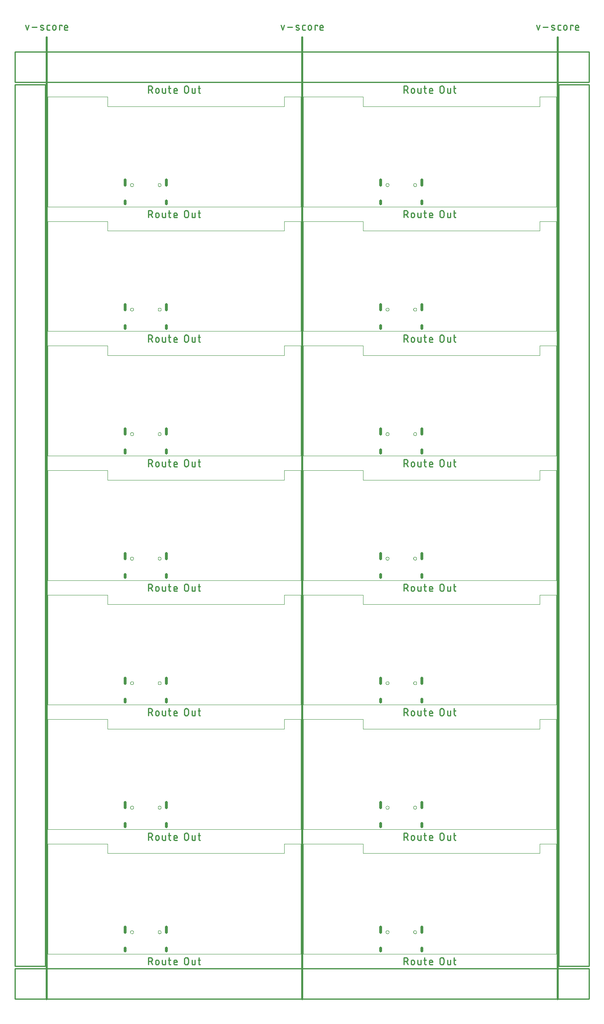
<source format=gko>
G04 EAGLE Gerber RS-274X export*
G75*
%MOMM*%
%FSLAX34Y34*%
%LPD*%
%IN*%
%IPPOS*%
%AMOC8*
5,1,8,0,0,1.08239X$1,22.5*%
G01*
%ADD10C,0.050000*%
%ADD11C,0.279400*%
%ADD12C,0.381000*%
%ADD13C,0.254000*%
%ADD14C,0.000000*%
%ADD15C,0.600000*%


D10*
X530000Y230000D02*
X530000Y0D01*
X0Y0D01*
X0Y230000D01*
X495000Y230000D02*
X530000Y230000D01*
X495000Y230000D02*
X495000Y210000D01*
X125000Y210000D01*
X125000Y230000D01*
X0Y230000D01*
D11*
X210502Y-7747D02*
X210502Y-22733D01*
X210502Y-7747D02*
X214665Y-7747D01*
X214793Y-7749D01*
X214921Y-7755D01*
X215049Y-7765D01*
X215177Y-7779D01*
X215304Y-7796D01*
X215430Y-7818D01*
X215556Y-7843D01*
X215680Y-7873D01*
X215804Y-7906D01*
X215927Y-7943D01*
X216049Y-7984D01*
X216169Y-8028D01*
X216288Y-8076D01*
X216405Y-8128D01*
X216521Y-8183D01*
X216634Y-8242D01*
X216747Y-8305D01*
X216857Y-8371D01*
X216964Y-8440D01*
X217070Y-8512D01*
X217174Y-8588D01*
X217275Y-8667D01*
X217374Y-8749D01*
X217470Y-8834D01*
X217563Y-8921D01*
X217654Y-9012D01*
X217741Y-9105D01*
X217826Y-9201D01*
X217908Y-9300D01*
X217987Y-9401D01*
X218063Y-9505D01*
X218135Y-9611D01*
X218204Y-9718D01*
X218270Y-9829D01*
X218333Y-9941D01*
X218392Y-10054D01*
X218447Y-10170D01*
X218499Y-10287D01*
X218547Y-10406D01*
X218591Y-10526D01*
X218632Y-10648D01*
X218669Y-10771D01*
X218702Y-10895D01*
X218732Y-11019D01*
X218757Y-11145D01*
X218779Y-11271D01*
X218796Y-11398D01*
X218810Y-11526D01*
X218820Y-11654D01*
X218826Y-11782D01*
X218828Y-11910D01*
X218826Y-12038D01*
X218820Y-12166D01*
X218810Y-12294D01*
X218796Y-12422D01*
X218779Y-12549D01*
X218757Y-12675D01*
X218732Y-12801D01*
X218702Y-12925D01*
X218669Y-13049D01*
X218632Y-13172D01*
X218591Y-13294D01*
X218547Y-13414D01*
X218499Y-13533D01*
X218447Y-13650D01*
X218392Y-13766D01*
X218333Y-13879D01*
X218270Y-13992D01*
X218204Y-14102D01*
X218135Y-14209D01*
X218063Y-14315D01*
X217987Y-14419D01*
X217908Y-14520D01*
X217826Y-14619D01*
X217741Y-14715D01*
X217654Y-14808D01*
X217563Y-14899D01*
X217470Y-14986D01*
X217374Y-15071D01*
X217275Y-15153D01*
X217174Y-15232D01*
X217070Y-15308D01*
X216964Y-15380D01*
X216857Y-15449D01*
X216747Y-15515D01*
X216634Y-15578D01*
X216521Y-15637D01*
X216405Y-15692D01*
X216288Y-15744D01*
X216169Y-15792D01*
X216049Y-15836D01*
X215927Y-15877D01*
X215804Y-15914D01*
X215680Y-15947D01*
X215556Y-15977D01*
X215430Y-16002D01*
X215304Y-16024D01*
X215177Y-16041D01*
X215049Y-16055D01*
X214921Y-16065D01*
X214793Y-16071D01*
X214665Y-16073D01*
X210502Y-16073D01*
X215497Y-16073D02*
X218828Y-22733D01*
X225786Y-19403D02*
X225786Y-16073D01*
X225788Y-15959D01*
X225794Y-15846D01*
X225803Y-15732D01*
X225817Y-15620D01*
X225834Y-15507D01*
X225856Y-15395D01*
X225881Y-15285D01*
X225909Y-15175D01*
X225942Y-15066D01*
X225978Y-14958D01*
X226018Y-14851D01*
X226062Y-14746D01*
X226109Y-14643D01*
X226159Y-14541D01*
X226213Y-14441D01*
X226271Y-14343D01*
X226332Y-14247D01*
X226395Y-14153D01*
X226463Y-14061D01*
X226533Y-13971D01*
X226606Y-13885D01*
X226682Y-13800D01*
X226761Y-13718D01*
X226843Y-13639D01*
X226928Y-13563D01*
X227014Y-13490D01*
X227104Y-13420D01*
X227196Y-13352D01*
X227290Y-13289D01*
X227386Y-13228D01*
X227484Y-13170D01*
X227584Y-13116D01*
X227686Y-13066D01*
X227789Y-13019D01*
X227894Y-12975D01*
X228001Y-12935D01*
X228109Y-12899D01*
X228218Y-12866D01*
X228328Y-12838D01*
X228438Y-12813D01*
X228550Y-12791D01*
X228663Y-12774D01*
X228775Y-12760D01*
X228889Y-12751D01*
X229002Y-12745D01*
X229116Y-12743D01*
X229230Y-12745D01*
X229343Y-12751D01*
X229457Y-12760D01*
X229569Y-12774D01*
X229682Y-12791D01*
X229794Y-12813D01*
X229904Y-12838D01*
X230014Y-12866D01*
X230123Y-12899D01*
X230231Y-12935D01*
X230338Y-12975D01*
X230443Y-13019D01*
X230546Y-13066D01*
X230648Y-13116D01*
X230748Y-13170D01*
X230846Y-13228D01*
X230942Y-13289D01*
X231036Y-13352D01*
X231128Y-13420D01*
X231218Y-13490D01*
X231304Y-13563D01*
X231389Y-13639D01*
X231471Y-13718D01*
X231550Y-13800D01*
X231626Y-13885D01*
X231699Y-13971D01*
X231769Y-14061D01*
X231837Y-14153D01*
X231900Y-14247D01*
X231961Y-14343D01*
X232019Y-14441D01*
X232073Y-14541D01*
X232123Y-14643D01*
X232170Y-14746D01*
X232214Y-14851D01*
X232254Y-14958D01*
X232290Y-15066D01*
X232323Y-15175D01*
X232351Y-15285D01*
X232376Y-15395D01*
X232398Y-15507D01*
X232415Y-15620D01*
X232429Y-15732D01*
X232438Y-15846D01*
X232444Y-15959D01*
X232446Y-16073D01*
X232446Y-19403D01*
X232444Y-19517D01*
X232438Y-19630D01*
X232429Y-19744D01*
X232415Y-19856D01*
X232398Y-19969D01*
X232376Y-20081D01*
X232351Y-20191D01*
X232323Y-20301D01*
X232290Y-20410D01*
X232254Y-20518D01*
X232214Y-20625D01*
X232170Y-20730D01*
X232123Y-20833D01*
X232073Y-20935D01*
X232019Y-21035D01*
X231961Y-21133D01*
X231900Y-21229D01*
X231837Y-21323D01*
X231769Y-21415D01*
X231699Y-21505D01*
X231626Y-21591D01*
X231550Y-21676D01*
X231471Y-21758D01*
X231389Y-21837D01*
X231304Y-21913D01*
X231218Y-21986D01*
X231128Y-22056D01*
X231036Y-22124D01*
X230942Y-22187D01*
X230846Y-22248D01*
X230748Y-22306D01*
X230648Y-22360D01*
X230546Y-22410D01*
X230443Y-22457D01*
X230338Y-22501D01*
X230231Y-22541D01*
X230123Y-22577D01*
X230014Y-22610D01*
X229904Y-22638D01*
X229794Y-22663D01*
X229682Y-22685D01*
X229569Y-22702D01*
X229457Y-22716D01*
X229343Y-22725D01*
X229230Y-22731D01*
X229116Y-22733D01*
X229002Y-22731D01*
X228889Y-22725D01*
X228775Y-22716D01*
X228663Y-22702D01*
X228550Y-22685D01*
X228438Y-22663D01*
X228328Y-22638D01*
X228218Y-22610D01*
X228109Y-22577D01*
X228001Y-22541D01*
X227894Y-22501D01*
X227789Y-22457D01*
X227686Y-22410D01*
X227584Y-22360D01*
X227484Y-22306D01*
X227386Y-22248D01*
X227290Y-22187D01*
X227196Y-22124D01*
X227104Y-22056D01*
X227014Y-21986D01*
X226928Y-21913D01*
X226843Y-21837D01*
X226761Y-21758D01*
X226682Y-21676D01*
X226606Y-21591D01*
X226533Y-21505D01*
X226463Y-21415D01*
X226395Y-21323D01*
X226332Y-21229D01*
X226271Y-21133D01*
X226213Y-21035D01*
X226159Y-20935D01*
X226109Y-20833D01*
X226062Y-20730D01*
X226018Y-20625D01*
X225978Y-20518D01*
X225942Y-20410D01*
X225909Y-20301D01*
X225881Y-20191D01*
X225856Y-20081D01*
X225834Y-19969D01*
X225817Y-19856D01*
X225803Y-19744D01*
X225794Y-19630D01*
X225788Y-19517D01*
X225786Y-19403D01*
X239854Y-20235D02*
X239854Y-12742D01*
X239853Y-20235D02*
X239855Y-20333D01*
X239861Y-20431D01*
X239870Y-20529D01*
X239884Y-20626D01*
X239901Y-20722D01*
X239922Y-20818D01*
X239947Y-20913D01*
X239975Y-21007D01*
X240007Y-21100D01*
X240043Y-21191D01*
X240082Y-21281D01*
X240125Y-21369D01*
X240172Y-21456D01*
X240221Y-21540D01*
X240274Y-21623D01*
X240330Y-21703D01*
X240389Y-21782D01*
X240452Y-21857D01*
X240517Y-21931D01*
X240585Y-22001D01*
X240655Y-22069D01*
X240729Y-22135D01*
X240805Y-22197D01*
X240883Y-22256D01*
X240963Y-22312D01*
X241046Y-22365D01*
X241130Y-22415D01*
X241217Y-22461D01*
X241305Y-22504D01*
X241395Y-22543D01*
X241486Y-22579D01*
X241579Y-22611D01*
X241673Y-22639D01*
X241768Y-22664D01*
X241864Y-22685D01*
X241960Y-22702D01*
X242057Y-22716D01*
X242155Y-22725D01*
X242253Y-22731D01*
X242351Y-22733D01*
X242352Y-22733D02*
X246514Y-22733D01*
X246514Y-12742D01*
X252495Y-12742D02*
X257490Y-12742D01*
X254160Y-7747D02*
X254160Y-20235D01*
X254162Y-20333D01*
X254168Y-20431D01*
X254177Y-20529D01*
X254191Y-20626D01*
X254208Y-20722D01*
X254229Y-20818D01*
X254254Y-20913D01*
X254282Y-21007D01*
X254314Y-21100D01*
X254350Y-21191D01*
X254389Y-21281D01*
X254432Y-21369D01*
X254479Y-21456D01*
X254528Y-21540D01*
X254581Y-21623D01*
X254637Y-21703D01*
X254696Y-21782D01*
X254759Y-21857D01*
X254824Y-21931D01*
X254892Y-22001D01*
X254962Y-22069D01*
X255036Y-22135D01*
X255112Y-22197D01*
X255190Y-22256D01*
X255270Y-22312D01*
X255353Y-22365D01*
X255437Y-22415D01*
X255524Y-22461D01*
X255612Y-22504D01*
X255702Y-22543D01*
X255793Y-22579D01*
X255886Y-22611D01*
X255980Y-22639D01*
X256075Y-22664D01*
X256171Y-22685D01*
X256267Y-22702D01*
X256364Y-22716D01*
X256462Y-22725D01*
X256560Y-22731D01*
X256658Y-22733D01*
X257490Y-22733D01*
X266319Y-22733D02*
X270482Y-22733D01*
X266319Y-22733D02*
X266221Y-22731D01*
X266123Y-22725D01*
X266025Y-22716D01*
X265928Y-22702D01*
X265832Y-22685D01*
X265736Y-22664D01*
X265641Y-22639D01*
X265547Y-22611D01*
X265454Y-22579D01*
X265363Y-22543D01*
X265273Y-22504D01*
X265185Y-22461D01*
X265098Y-22414D01*
X265014Y-22365D01*
X264931Y-22312D01*
X264851Y-22256D01*
X264773Y-22197D01*
X264697Y-22135D01*
X264623Y-22069D01*
X264553Y-22001D01*
X264485Y-21931D01*
X264420Y-21857D01*
X264357Y-21782D01*
X264298Y-21703D01*
X264242Y-21623D01*
X264189Y-21540D01*
X264140Y-21456D01*
X264093Y-21369D01*
X264050Y-21281D01*
X264011Y-21191D01*
X263975Y-21100D01*
X263943Y-21007D01*
X263915Y-20913D01*
X263890Y-20818D01*
X263869Y-20722D01*
X263852Y-20626D01*
X263838Y-20529D01*
X263829Y-20431D01*
X263823Y-20333D01*
X263821Y-20235D01*
X263822Y-20235D02*
X263822Y-16073D01*
X263824Y-15959D01*
X263830Y-15846D01*
X263839Y-15732D01*
X263853Y-15620D01*
X263870Y-15507D01*
X263892Y-15395D01*
X263917Y-15285D01*
X263945Y-15175D01*
X263978Y-15066D01*
X264014Y-14958D01*
X264054Y-14851D01*
X264098Y-14746D01*
X264145Y-14643D01*
X264195Y-14541D01*
X264249Y-14441D01*
X264307Y-14343D01*
X264368Y-14247D01*
X264431Y-14153D01*
X264499Y-14061D01*
X264569Y-13971D01*
X264642Y-13885D01*
X264718Y-13800D01*
X264797Y-13718D01*
X264879Y-13639D01*
X264964Y-13563D01*
X265050Y-13490D01*
X265140Y-13420D01*
X265232Y-13352D01*
X265326Y-13289D01*
X265422Y-13228D01*
X265520Y-13170D01*
X265620Y-13116D01*
X265722Y-13066D01*
X265825Y-13019D01*
X265930Y-12975D01*
X266037Y-12935D01*
X266145Y-12899D01*
X266254Y-12866D01*
X266364Y-12838D01*
X266474Y-12813D01*
X266586Y-12791D01*
X266699Y-12774D01*
X266811Y-12760D01*
X266925Y-12751D01*
X267038Y-12745D01*
X267152Y-12743D01*
X267266Y-12745D01*
X267379Y-12751D01*
X267493Y-12760D01*
X267605Y-12774D01*
X267718Y-12791D01*
X267830Y-12813D01*
X267940Y-12838D01*
X268050Y-12866D01*
X268159Y-12899D01*
X268267Y-12935D01*
X268374Y-12975D01*
X268479Y-13019D01*
X268582Y-13066D01*
X268684Y-13116D01*
X268784Y-13170D01*
X268882Y-13228D01*
X268978Y-13289D01*
X269072Y-13352D01*
X269164Y-13420D01*
X269254Y-13490D01*
X269340Y-13563D01*
X269425Y-13639D01*
X269507Y-13718D01*
X269586Y-13800D01*
X269662Y-13885D01*
X269735Y-13971D01*
X269805Y-14061D01*
X269873Y-14153D01*
X269936Y-14247D01*
X269997Y-14343D01*
X270055Y-14441D01*
X270109Y-14541D01*
X270159Y-14643D01*
X270206Y-14746D01*
X270250Y-14851D01*
X270290Y-14958D01*
X270326Y-15066D01*
X270359Y-15175D01*
X270387Y-15285D01*
X270412Y-15395D01*
X270434Y-15507D01*
X270451Y-15620D01*
X270465Y-15732D01*
X270474Y-15846D01*
X270480Y-15959D01*
X270482Y-16073D01*
X270482Y-17738D01*
X263822Y-17738D01*
X285915Y-18570D02*
X285915Y-11910D01*
X285917Y-11782D01*
X285923Y-11654D01*
X285933Y-11526D01*
X285947Y-11398D01*
X285964Y-11271D01*
X285986Y-11145D01*
X286011Y-11019D01*
X286041Y-10895D01*
X286074Y-10771D01*
X286111Y-10648D01*
X286152Y-10526D01*
X286196Y-10406D01*
X286244Y-10287D01*
X286296Y-10170D01*
X286351Y-10054D01*
X286410Y-9941D01*
X286473Y-9828D01*
X286539Y-9718D01*
X286608Y-9611D01*
X286680Y-9505D01*
X286756Y-9401D01*
X286835Y-9300D01*
X286917Y-9201D01*
X287002Y-9105D01*
X287089Y-9012D01*
X287180Y-8921D01*
X287273Y-8834D01*
X287369Y-8749D01*
X287468Y-8667D01*
X287569Y-8588D01*
X287673Y-8512D01*
X287779Y-8440D01*
X287886Y-8371D01*
X287997Y-8305D01*
X288109Y-8242D01*
X288222Y-8183D01*
X288338Y-8128D01*
X288455Y-8076D01*
X288574Y-8028D01*
X288694Y-7984D01*
X288816Y-7943D01*
X288939Y-7906D01*
X289063Y-7873D01*
X289187Y-7843D01*
X289313Y-7818D01*
X289439Y-7796D01*
X289566Y-7779D01*
X289694Y-7765D01*
X289822Y-7755D01*
X289950Y-7749D01*
X290078Y-7747D01*
X290206Y-7749D01*
X290334Y-7755D01*
X290462Y-7765D01*
X290590Y-7779D01*
X290717Y-7796D01*
X290843Y-7818D01*
X290969Y-7843D01*
X291093Y-7873D01*
X291217Y-7906D01*
X291340Y-7943D01*
X291462Y-7984D01*
X291582Y-8028D01*
X291701Y-8076D01*
X291818Y-8128D01*
X291934Y-8183D01*
X292047Y-8242D01*
X292160Y-8305D01*
X292270Y-8371D01*
X292377Y-8440D01*
X292483Y-8512D01*
X292587Y-8588D01*
X292688Y-8667D01*
X292787Y-8749D01*
X292883Y-8834D01*
X292976Y-8921D01*
X293067Y-9012D01*
X293154Y-9105D01*
X293239Y-9201D01*
X293321Y-9300D01*
X293400Y-9401D01*
X293476Y-9505D01*
X293548Y-9611D01*
X293617Y-9718D01*
X293683Y-9829D01*
X293746Y-9941D01*
X293805Y-10054D01*
X293860Y-10170D01*
X293912Y-10287D01*
X293960Y-10406D01*
X294004Y-10526D01*
X294045Y-10648D01*
X294082Y-10771D01*
X294115Y-10895D01*
X294145Y-11019D01*
X294170Y-11145D01*
X294192Y-11271D01*
X294209Y-11398D01*
X294223Y-11526D01*
X294233Y-11654D01*
X294239Y-11782D01*
X294241Y-11910D01*
X294240Y-11910D02*
X294240Y-18570D01*
X294241Y-18570D02*
X294239Y-18698D01*
X294233Y-18826D01*
X294223Y-18954D01*
X294209Y-19082D01*
X294192Y-19209D01*
X294170Y-19335D01*
X294145Y-19461D01*
X294115Y-19585D01*
X294082Y-19709D01*
X294045Y-19832D01*
X294004Y-19954D01*
X293960Y-20074D01*
X293912Y-20193D01*
X293860Y-20310D01*
X293805Y-20426D01*
X293746Y-20539D01*
X293683Y-20652D01*
X293617Y-20762D01*
X293548Y-20869D01*
X293476Y-20975D01*
X293400Y-21079D01*
X293321Y-21180D01*
X293239Y-21279D01*
X293154Y-21375D01*
X293067Y-21468D01*
X292976Y-21559D01*
X292883Y-21646D01*
X292787Y-21731D01*
X292688Y-21813D01*
X292587Y-21892D01*
X292483Y-21968D01*
X292377Y-22040D01*
X292270Y-22109D01*
X292160Y-22175D01*
X292047Y-22238D01*
X291934Y-22297D01*
X291818Y-22352D01*
X291701Y-22404D01*
X291582Y-22452D01*
X291462Y-22496D01*
X291340Y-22537D01*
X291217Y-22574D01*
X291093Y-22607D01*
X290969Y-22637D01*
X290843Y-22662D01*
X290717Y-22684D01*
X290590Y-22701D01*
X290462Y-22715D01*
X290334Y-22725D01*
X290206Y-22731D01*
X290078Y-22733D01*
X289950Y-22731D01*
X289822Y-22725D01*
X289694Y-22715D01*
X289566Y-22701D01*
X289439Y-22684D01*
X289313Y-22662D01*
X289187Y-22637D01*
X289063Y-22607D01*
X288939Y-22574D01*
X288816Y-22537D01*
X288694Y-22496D01*
X288574Y-22452D01*
X288455Y-22404D01*
X288338Y-22352D01*
X288222Y-22297D01*
X288109Y-22238D01*
X287997Y-22175D01*
X287886Y-22109D01*
X287779Y-22040D01*
X287673Y-21968D01*
X287569Y-21892D01*
X287468Y-21813D01*
X287369Y-21731D01*
X287273Y-21646D01*
X287180Y-21559D01*
X287089Y-21468D01*
X287002Y-21375D01*
X286917Y-21279D01*
X286835Y-21180D01*
X286756Y-21079D01*
X286680Y-20975D01*
X286608Y-20869D01*
X286539Y-20762D01*
X286473Y-20651D01*
X286410Y-20539D01*
X286351Y-20426D01*
X286296Y-20310D01*
X286244Y-20193D01*
X286196Y-20074D01*
X286152Y-19954D01*
X286111Y-19832D01*
X286074Y-19709D01*
X286041Y-19585D01*
X286011Y-19461D01*
X285986Y-19335D01*
X285964Y-19209D01*
X285947Y-19082D01*
X285933Y-18954D01*
X285923Y-18826D01*
X285917Y-18698D01*
X285915Y-18570D01*
X301858Y-20235D02*
X301858Y-12742D01*
X301857Y-20235D02*
X301859Y-20333D01*
X301865Y-20431D01*
X301874Y-20529D01*
X301888Y-20626D01*
X301905Y-20722D01*
X301926Y-20818D01*
X301951Y-20913D01*
X301979Y-21007D01*
X302011Y-21100D01*
X302047Y-21191D01*
X302086Y-21281D01*
X302129Y-21369D01*
X302176Y-21456D01*
X302225Y-21540D01*
X302278Y-21623D01*
X302334Y-21703D01*
X302393Y-21782D01*
X302456Y-21857D01*
X302521Y-21931D01*
X302589Y-22001D01*
X302659Y-22069D01*
X302733Y-22135D01*
X302809Y-22197D01*
X302887Y-22256D01*
X302967Y-22312D01*
X303050Y-22365D01*
X303134Y-22415D01*
X303221Y-22461D01*
X303309Y-22504D01*
X303399Y-22543D01*
X303490Y-22579D01*
X303583Y-22611D01*
X303677Y-22639D01*
X303772Y-22664D01*
X303868Y-22685D01*
X303964Y-22702D01*
X304061Y-22716D01*
X304159Y-22725D01*
X304257Y-22731D01*
X304355Y-22733D01*
X308518Y-22733D01*
X308518Y-12742D01*
X314499Y-12742D02*
X319494Y-12742D01*
X316164Y-7747D02*
X316164Y-20235D01*
X316166Y-20333D01*
X316172Y-20431D01*
X316181Y-20529D01*
X316195Y-20626D01*
X316212Y-20722D01*
X316233Y-20818D01*
X316258Y-20913D01*
X316286Y-21007D01*
X316318Y-21100D01*
X316354Y-21191D01*
X316393Y-21281D01*
X316436Y-21369D01*
X316483Y-21456D01*
X316532Y-21540D01*
X316585Y-21623D01*
X316641Y-21703D01*
X316700Y-21782D01*
X316763Y-21857D01*
X316828Y-21931D01*
X316896Y-22001D01*
X316966Y-22069D01*
X317040Y-22135D01*
X317116Y-22197D01*
X317194Y-22256D01*
X317274Y-22312D01*
X317357Y-22365D01*
X317441Y-22415D01*
X317528Y-22461D01*
X317616Y-22504D01*
X317706Y-22543D01*
X317797Y-22579D01*
X317890Y-22611D01*
X317984Y-22639D01*
X318079Y-22664D01*
X318175Y-22685D01*
X318271Y-22702D01*
X318368Y-22716D01*
X318466Y-22725D01*
X318564Y-22731D01*
X318662Y-22733D01*
X319494Y-22733D01*
D10*
X1065076Y0D02*
X1065076Y230000D01*
X1065076Y0D02*
X535076Y0D01*
X535076Y230000D01*
X1030076Y230000D02*
X1065076Y230000D01*
X1030076Y230000D02*
X1030076Y210000D01*
X660076Y210000D01*
X660076Y230000D01*
X535076Y230000D01*
D11*
X745579Y-7747D02*
X745579Y-22733D01*
X745579Y-7747D02*
X749741Y-7747D01*
X749869Y-7749D01*
X749997Y-7755D01*
X750125Y-7765D01*
X750253Y-7779D01*
X750380Y-7796D01*
X750506Y-7818D01*
X750632Y-7843D01*
X750756Y-7873D01*
X750880Y-7906D01*
X751003Y-7943D01*
X751125Y-7984D01*
X751245Y-8028D01*
X751364Y-8076D01*
X751481Y-8128D01*
X751597Y-8183D01*
X751710Y-8242D01*
X751823Y-8305D01*
X751933Y-8371D01*
X752040Y-8440D01*
X752146Y-8512D01*
X752250Y-8588D01*
X752351Y-8667D01*
X752450Y-8749D01*
X752546Y-8834D01*
X752639Y-8921D01*
X752730Y-9012D01*
X752817Y-9105D01*
X752902Y-9201D01*
X752984Y-9300D01*
X753063Y-9401D01*
X753139Y-9505D01*
X753211Y-9611D01*
X753280Y-9718D01*
X753346Y-9829D01*
X753409Y-9941D01*
X753468Y-10054D01*
X753523Y-10170D01*
X753575Y-10287D01*
X753623Y-10406D01*
X753667Y-10526D01*
X753708Y-10648D01*
X753745Y-10771D01*
X753778Y-10895D01*
X753808Y-11019D01*
X753833Y-11145D01*
X753855Y-11271D01*
X753872Y-11398D01*
X753886Y-11526D01*
X753896Y-11654D01*
X753902Y-11782D01*
X753904Y-11910D01*
X753902Y-12038D01*
X753896Y-12166D01*
X753886Y-12294D01*
X753872Y-12422D01*
X753855Y-12549D01*
X753833Y-12675D01*
X753808Y-12801D01*
X753778Y-12925D01*
X753745Y-13049D01*
X753708Y-13172D01*
X753667Y-13294D01*
X753623Y-13414D01*
X753575Y-13533D01*
X753523Y-13650D01*
X753468Y-13766D01*
X753409Y-13879D01*
X753346Y-13992D01*
X753280Y-14102D01*
X753211Y-14209D01*
X753139Y-14315D01*
X753063Y-14419D01*
X752984Y-14520D01*
X752902Y-14619D01*
X752817Y-14715D01*
X752730Y-14808D01*
X752639Y-14899D01*
X752546Y-14986D01*
X752450Y-15071D01*
X752351Y-15153D01*
X752250Y-15232D01*
X752146Y-15308D01*
X752040Y-15380D01*
X751933Y-15449D01*
X751823Y-15515D01*
X751710Y-15578D01*
X751597Y-15637D01*
X751481Y-15692D01*
X751364Y-15744D01*
X751245Y-15792D01*
X751125Y-15836D01*
X751003Y-15877D01*
X750880Y-15914D01*
X750756Y-15947D01*
X750632Y-15977D01*
X750506Y-16002D01*
X750380Y-16024D01*
X750253Y-16041D01*
X750125Y-16055D01*
X749997Y-16065D01*
X749869Y-16071D01*
X749741Y-16073D01*
X745579Y-16073D01*
X750574Y-16073D02*
X753904Y-22733D01*
X760862Y-19403D02*
X760862Y-16073D01*
X760864Y-15959D01*
X760870Y-15846D01*
X760879Y-15732D01*
X760893Y-15620D01*
X760910Y-15507D01*
X760932Y-15395D01*
X760957Y-15285D01*
X760985Y-15175D01*
X761018Y-15066D01*
X761054Y-14958D01*
X761094Y-14851D01*
X761138Y-14746D01*
X761185Y-14643D01*
X761235Y-14541D01*
X761289Y-14441D01*
X761347Y-14343D01*
X761408Y-14247D01*
X761471Y-14153D01*
X761539Y-14061D01*
X761609Y-13971D01*
X761682Y-13885D01*
X761758Y-13800D01*
X761837Y-13718D01*
X761919Y-13639D01*
X762004Y-13563D01*
X762090Y-13490D01*
X762180Y-13420D01*
X762272Y-13352D01*
X762366Y-13289D01*
X762462Y-13228D01*
X762560Y-13170D01*
X762660Y-13116D01*
X762762Y-13066D01*
X762865Y-13019D01*
X762970Y-12975D01*
X763077Y-12935D01*
X763185Y-12899D01*
X763294Y-12866D01*
X763404Y-12838D01*
X763514Y-12813D01*
X763626Y-12791D01*
X763739Y-12774D01*
X763851Y-12760D01*
X763965Y-12751D01*
X764078Y-12745D01*
X764192Y-12743D01*
X764306Y-12745D01*
X764419Y-12751D01*
X764533Y-12760D01*
X764645Y-12774D01*
X764758Y-12791D01*
X764870Y-12813D01*
X764980Y-12838D01*
X765090Y-12866D01*
X765199Y-12899D01*
X765307Y-12935D01*
X765414Y-12975D01*
X765519Y-13019D01*
X765622Y-13066D01*
X765724Y-13116D01*
X765824Y-13170D01*
X765922Y-13228D01*
X766018Y-13289D01*
X766112Y-13352D01*
X766204Y-13420D01*
X766294Y-13490D01*
X766380Y-13563D01*
X766465Y-13639D01*
X766547Y-13718D01*
X766626Y-13800D01*
X766702Y-13885D01*
X766775Y-13971D01*
X766845Y-14061D01*
X766913Y-14153D01*
X766976Y-14247D01*
X767037Y-14343D01*
X767095Y-14441D01*
X767149Y-14541D01*
X767199Y-14643D01*
X767246Y-14746D01*
X767290Y-14851D01*
X767330Y-14958D01*
X767366Y-15066D01*
X767399Y-15175D01*
X767427Y-15285D01*
X767452Y-15395D01*
X767474Y-15507D01*
X767491Y-15620D01*
X767505Y-15732D01*
X767514Y-15846D01*
X767520Y-15959D01*
X767522Y-16073D01*
X767523Y-16073D02*
X767523Y-19403D01*
X767522Y-19403D02*
X767520Y-19517D01*
X767514Y-19630D01*
X767505Y-19744D01*
X767491Y-19856D01*
X767474Y-19969D01*
X767452Y-20081D01*
X767427Y-20191D01*
X767399Y-20301D01*
X767366Y-20410D01*
X767330Y-20518D01*
X767290Y-20625D01*
X767246Y-20730D01*
X767199Y-20833D01*
X767149Y-20935D01*
X767095Y-21035D01*
X767037Y-21133D01*
X766976Y-21229D01*
X766913Y-21323D01*
X766845Y-21415D01*
X766775Y-21505D01*
X766702Y-21591D01*
X766626Y-21676D01*
X766547Y-21758D01*
X766465Y-21837D01*
X766380Y-21913D01*
X766294Y-21986D01*
X766204Y-22056D01*
X766112Y-22124D01*
X766018Y-22187D01*
X765922Y-22248D01*
X765824Y-22306D01*
X765724Y-22360D01*
X765622Y-22410D01*
X765519Y-22457D01*
X765414Y-22501D01*
X765307Y-22541D01*
X765199Y-22577D01*
X765090Y-22610D01*
X764980Y-22638D01*
X764870Y-22663D01*
X764758Y-22685D01*
X764645Y-22702D01*
X764533Y-22716D01*
X764419Y-22725D01*
X764306Y-22731D01*
X764192Y-22733D01*
X764078Y-22731D01*
X763965Y-22725D01*
X763851Y-22716D01*
X763739Y-22702D01*
X763626Y-22685D01*
X763514Y-22663D01*
X763404Y-22638D01*
X763294Y-22610D01*
X763185Y-22577D01*
X763077Y-22541D01*
X762970Y-22501D01*
X762865Y-22457D01*
X762762Y-22410D01*
X762660Y-22360D01*
X762560Y-22306D01*
X762462Y-22248D01*
X762366Y-22187D01*
X762272Y-22124D01*
X762180Y-22056D01*
X762090Y-21986D01*
X762004Y-21913D01*
X761919Y-21837D01*
X761837Y-21758D01*
X761758Y-21676D01*
X761682Y-21591D01*
X761609Y-21505D01*
X761539Y-21415D01*
X761471Y-21323D01*
X761408Y-21229D01*
X761347Y-21133D01*
X761289Y-21035D01*
X761235Y-20935D01*
X761185Y-20833D01*
X761138Y-20730D01*
X761094Y-20625D01*
X761054Y-20518D01*
X761018Y-20410D01*
X760985Y-20301D01*
X760957Y-20191D01*
X760932Y-20081D01*
X760910Y-19969D01*
X760893Y-19856D01*
X760879Y-19744D01*
X760870Y-19630D01*
X760864Y-19517D01*
X760862Y-19403D01*
X774930Y-20235D02*
X774930Y-12742D01*
X774930Y-20235D02*
X774932Y-20333D01*
X774938Y-20431D01*
X774947Y-20529D01*
X774961Y-20626D01*
X774978Y-20722D01*
X774999Y-20818D01*
X775024Y-20913D01*
X775052Y-21007D01*
X775084Y-21100D01*
X775120Y-21191D01*
X775159Y-21281D01*
X775202Y-21369D01*
X775249Y-21456D01*
X775298Y-21540D01*
X775351Y-21623D01*
X775407Y-21703D01*
X775466Y-21782D01*
X775529Y-21857D01*
X775594Y-21931D01*
X775662Y-22001D01*
X775732Y-22069D01*
X775806Y-22135D01*
X775882Y-22197D01*
X775960Y-22256D01*
X776040Y-22312D01*
X776123Y-22365D01*
X776207Y-22415D01*
X776294Y-22461D01*
X776382Y-22504D01*
X776472Y-22543D01*
X776563Y-22579D01*
X776656Y-22611D01*
X776750Y-22639D01*
X776845Y-22664D01*
X776941Y-22685D01*
X777037Y-22702D01*
X777134Y-22716D01*
X777232Y-22725D01*
X777330Y-22731D01*
X777428Y-22733D01*
X781591Y-22733D01*
X781591Y-12742D01*
X787572Y-12742D02*
X792567Y-12742D01*
X789237Y-7747D02*
X789237Y-20235D01*
X789236Y-20235D02*
X789238Y-20333D01*
X789244Y-20431D01*
X789253Y-20529D01*
X789267Y-20626D01*
X789284Y-20722D01*
X789305Y-20818D01*
X789330Y-20913D01*
X789358Y-21007D01*
X789390Y-21100D01*
X789426Y-21191D01*
X789465Y-21281D01*
X789508Y-21369D01*
X789555Y-21456D01*
X789604Y-21540D01*
X789657Y-21623D01*
X789713Y-21703D01*
X789772Y-21782D01*
X789835Y-21857D01*
X789900Y-21931D01*
X789968Y-22001D01*
X790038Y-22069D01*
X790112Y-22135D01*
X790188Y-22197D01*
X790266Y-22256D01*
X790346Y-22312D01*
X790429Y-22365D01*
X790513Y-22415D01*
X790600Y-22461D01*
X790688Y-22504D01*
X790778Y-22543D01*
X790869Y-22579D01*
X790962Y-22611D01*
X791056Y-22639D01*
X791151Y-22664D01*
X791247Y-22685D01*
X791343Y-22702D01*
X791440Y-22716D01*
X791538Y-22725D01*
X791636Y-22731D01*
X791734Y-22733D01*
X792567Y-22733D01*
X801396Y-22733D02*
X805559Y-22733D01*
X801396Y-22733D02*
X801298Y-22731D01*
X801200Y-22725D01*
X801102Y-22716D01*
X801005Y-22702D01*
X800909Y-22685D01*
X800813Y-22664D01*
X800718Y-22639D01*
X800624Y-22611D01*
X800531Y-22579D01*
X800440Y-22543D01*
X800350Y-22504D01*
X800262Y-22461D01*
X800175Y-22414D01*
X800091Y-22365D01*
X800008Y-22312D01*
X799928Y-22256D01*
X799850Y-22197D01*
X799774Y-22135D01*
X799700Y-22069D01*
X799630Y-22001D01*
X799562Y-21931D01*
X799497Y-21857D01*
X799434Y-21782D01*
X799375Y-21703D01*
X799319Y-21623D01*
X799266Y-21540D01*
X799217Y-21456D01*
X799170Y-21369D01*
X799127Y-21281D01*
X799088Y-21191D01*
X799052Y-21100D01*
X799020Y-21007D01*
X798992Y-20913D01*
X798967Y-20818D01*
X798946Y-20722D01*
X798929Y-20626D01*
X798915Y-20529D01*
X798906Y-20431D01*
X798900Y-20333D01*
X798898Y-20235D01*
X798898Y-16073D01*
X798900Y-15959D01*
X798906Y-15846D01*
X798915Y-15732D01*
X798929Y-15620D01*
X798946Y-15507D01*
X798968Y-15395D01*
X798993Y-15285D01*
X799021Y-15175D01*
X799054Y-15066D01*
X799090Y-14958D01*
X799130Y-14851D01*
X799174Y-14746D01*
X799221Y-14643D01*
X799271Y-14541D01*
X799325Y-14441D01*
X799383Y-14343D01*
X799444Y-14247D01*
X799507Y-14153D01*
X799575Y-14061D01*
X799645Y-13971D01*
X799718Y-13885D01*
X799794Y-13800D01*
X799873Y-13718D01*
X799955Y-13639D01*
X800040Y-13563D01*
X800126Y-13490D01*
X800216Y-13420D01*
X800308Y-13352D01*
X800402Y-13289D01*
X800498Y-13228D01*
X800596Y-13170D01*
X800696Y-13116D01*
X800798Y-13066D01*
X800901Y-13019D01*
X801006Y-12975D01*
X801113Y-12935D01*
X801221Y-12899D01*
X801330Y-12866D01*
X801440Y-12838D01*
X801550Y-12813D01*
X801662Y-12791D01*
X801775Y-12774D01*
X801887Y-12760D01*
X802001Y-12751D01*
X802114Y-12745D01*
X802228Y-12743D01*
X802342Y-12745D01*
X802455Y-12751D01*
X802569Y-12760D01*
X802681Y-12774D01*
X802794Y-12791D01*
X802906Y-12813D01*
X803016Y-12838D01*
X803126Y-12866D01*
X803235Y-12899D01*
X803343Y-12935D01*
X803450Y-12975D01*
X803555Y-13019D01*
X803658Y-13066D01*
X803760Y-13116D01*
X803860Y-13170D01*
X803958Y-13228D01*
X804054Y-13289D01*
X804148Y-13352D01*
X804240Y-13420D01*
X804330Y-13490D01*
X804416Y-13563D01*
X804501Y-13639D01*
X804583Y-13718D01*
X804662Y-13800D01*
X804738Y-13885D01*
X804811Y-13971D01*
X804881Y-14061D01*
X804949Y-14153D01*
X805012Y-14247D01*
X805073Y-14343D01*
X805131Y-14441D01*
X805185Y-14541D01*
X805235Y-14643D01*
X805282Y-14746D01*
X805326Y-14851D01*
X805366Y-14958D01*
X805402Y-15066D01*
X805435Y-15175D01*
X805463Y-15285D01*
X805488Y-15395D01*
X805510Y-15507D01*
X805527Y-15620D01*
X805541Y-15732D01*
X805550Y-15846D01*
X805556Y-15959D01*
X805558Y-16073D01*
X805559Y-16073D02*
X805559Y-17738D01*
X798898Y-17738D01*
X820991Y-18570D02*
X820991Y-11910D01*
X820993Y-11782D01*
X820999Y-11654D01*
X821009Y-11526D01*
X821023Y-11398D01*
X821040Y-11271D01*
X821062Y-11145D01*
X821087Y-11019D01*
X821117Y-10895D01*
X821150Y-10771D01*
X821187Y-10648D01*
X821228Y-10526D01*
X821272Y-10406D01*
X821320Y-10287D01*
X821372Y-10170D01*
X821427Y-10054D01*
X821486Y-9941D01*
X821549Y-9828D01*
X821615Y-9718D01*
X821684Y-9611D01*
X821756Y-9505D01*
X821832Y-9401D01*
X821911Y-9300D01*
X821993Y-9201D01*
X822078Y-9105D01*
X822165Y-9012D01*
X822256Y-8921D01*
X822349Y-8834D01*
X822445Y-8749D01*
X822544Y-8667D01*
X822645Y-8588D01*
X822749Y-8512D01*
X822855Y-8440D01*
X822962Y-8371D01*
X823073Y-8305D01*
X823185Y-8242D01*
X823298Y-8183D01*
X823414Y-8128D01*
X823531Y-8076D01*
X823650Y-8028D01*
X823770Y-7984D01*
X823892Y-7943D01*
X824015Y-7906D01*
X824139Y-7873D01*
X824263Y-7843D01*
X824389Y-7818D01*
X824515Y-7796D01*
X824642Y-7779D01*
X824770Y-7765D01*
X824898Y-7755D01*
X825026Y-7749D01*
X825154Y-7747D01*
X825282Y-7749D01*
X825410Y-7755D01*
X825538Y-7765D01*
X825666Y-7779D01*
X825793Y-7796D01*
X825919Y-7818D01*
X826045Y-7843D01*
X826169Y-7873D01*
X826293Y-7906D01*
X826416Y-7943D01*
X826538Y-7984D01*
X826658Y-8028D01*
X826777Y-8076D01*
X826894Y-8128D01*
X827010Y-8183D01*
X827123Y-8242D01*
X827236Y-8305D01*
X827346Y-8371D01*
X827453Y-8440D01*
X827559Y-8512D01*
X827663Y-8588D01*
X827764Y-8667D01*
X827863Y-8749D01*
X827959Y-8834D01*
X828052Y-8921D01*
X828143Y-9012D01*
X828230Y-9105D01*
X828315Y-9201D01*
X828397Y-9300D01*
X828476Y-9401D01*
X828552Y-9505D01*
X828624Y-9611D01*
X828693Y-9718D01*
X828759Y-9829D01*
X828822Y-9941D01*
X828881Y-10054D01*
X828936Y-10170D01*
X828988Y-10287D01*
X829036Y-10406D01*
X829080Y-10526D01*
X829121Y-10648D01*
X829158Y-10771D01*
X829191Y-10895D01*
X829221Y-11019D01*
X829246Y-11145D01*
X829268Y-11271D01*
X829285Y-11398D01*
X829299Y-11526D01*
X829309Y-11654D01*
X829315Y-11782D01*
X829317Y-11910D01*
X829317Y-18570D01*
X829315Y-18698D01*
X829309Y-18826D01*
X829299Y-18954D01*
X829285Y-19082D01*
X829268Y-19209D01*
X829246Y-19335D01*
X829221Y-19461D01*
X829191Y-19585D01*
X829158Y-19709D01*
X829121Y-19832D01*
X829080Y-19954D01*
X829036Y-20074D01*
X828988Y-20193D01*
X828936Y-20310D01*
X828881Y-20426D01*
X828822Y-20539D01*
X828759Y-20652D01*
X828693Y-20762D01*
X828624Y-20869D01*
X828552Y-20975D01*
X828476Y-21079D01*
X828397Y-21180D01*
X828315Y-21279D01*
X828230Y-21375D01*
X828143Y-21468D01*
X828052Y-21559D01*
X827959Y-21646D01*
X827863Y-21731D01*
X827764Y-21813D01*
X827663Y-21892D01*
X827559Y-21968D01*
X827453Y-22040D01*
X827346Y-22109D01*
X827236Y-22175D01*
X827123Y-22238D01*
X827010Y-22297D01*
X826894Y-22352D01*
X826777Y-22404D01*
X826658Y-22452D01*
X826538Y-22496D01*
X826416Y-22537D01*
X826293Y-22574D01*
X826169Y-22607D01*
X826045Y-22637D01*
X825919Y-22662D01*
X825793Y-22684D01*
X825666Y-22701D01*
X825538Y-22715D01*
X825410Y-22725D01*
X825282Y-22731D01*
X825154Y-22733D01*
X825026Y-22731D01*
X824898Y-22725D01*
X824770Y-22715D01*
X824642Y-22701D01*
X824515Y-22684D01*
X824389Y-22662D01*
X824263Y-22637D01*
X824139Y-22607D01*
X824015Y-22574D01*
X823892Y-22537D01*
X823770Y-22496D01*
X823650Y-22452D01*
X823531Y-22404D01*
X823414Y-22352D01*
X823298Y-22297D01*
X823185Y-22238D01*
X823073Y-22175D01*
X822962Y-22109D01*
X822855Y-22040D01*
X822749Y-21968D01*
X822645Y-21892D01*
X822544Y-21813D01*
X822445Y-21731D01*
X822349Y-21646D01*
X822256Y-21559D01*
X822165Y-21468D01*
X822078Y-21375D01*
X821993Y-21279D01*
X821911Y-21180D01*
X821832Y-21079D01*
X821756Y-20975D01*
X821684Y-20869D01*
X821615Y-20762D01*
X821549Y-20651D01*
X821486Y-20539D01*
X821427Y-20426D01*
X821372Y-20310D01*
X821320Y-20193D01*
X821272Y-20074D01*
X821228Y-19954D01*
X821187Y-19832D01*
X821150Y-19709D01*
X821117Y-19585D01*
X821087Y-19461D01*
X821062Y-19335D01*
X821040Y-19209D01*
X821023Y-19082D01*
X821009Y-18954D01*
X820999Y-18826D01*
X820993Y-18698D01*
X820991Y-18570D01*
X836934Y-20235D02*
X836934Y-12742D01*
X836934Y-20235D02*
X836936Y-20333D01*
X836942Y-20431D01*
X836951Y-20529D01*
X836965Y-20626D01*
X836982Y-20722D01*
X837003Y-20818D01*
X837028Y-20913D01*
X837056Y-21007D01*
X837088Y-21100D01*
X837124Y-21191D01*
X837163Y-21281D01*
X837206Y-21369D01*
X837253Y-21456D01*
X837302Y-21540D01*
X837355Y-21623D01*
X837411Y-21703D01*
X837470Y-21782D01*
X837533Y-21857D01*
X837598Y-21931D01*
X837666Y-22001D01*
X837736Y-22069D01*
X837810Y-22135D01*
X837886Y-22197D01*
X837964Y-22256D01*
X838044Y-22312D01*
X838127Y-22365D01*
X838211Y-22415D01*
X838298Y-22461D01*
X838386Y-22504D01*
X838476Y-22543D01*
X838567Y-22579D01*
X838660Y-22611D01*
X838754Y-22639D01*
X838849Y-22664D01*
X838945Y-22685D01*
X839041Y-22702D01*
X839138Y-22716D01*
X839236Y-22725D01*
X839334Y-22731D01*
X839432Y-22733D01*
X843595Y-22733D01*
X843595Y-12742D01*
X849575Y-12742D02*
X854571Y-12742D01*
X851240Y-7747D02*
X851240Y-20235D01*
X851242Y-20333D01*
X851248Y-20431D01*
X851257Y-20529D01*
X851271Y-20626D01*
X851288Y-20722D01*
X851309Y-20818D01*
X851334Y-20913D01*
X851362Y-21007D01*
X851394Y-21100D01*
X851430Y-21191D01*
X851469Y-21281D01*
X851512Y-21369D01*
X851559Y-21456D01*
X851608Y-21540D01*
X851661Y-21623D01*
X851717Y-21703D01*
X851776Y-21782D01*
X851839Y-21857D01*
X851904Y-21931D01*
X851972Y-22001D01*
X852042Y-22069D01*
X852116Y-22135D01*
X852192Y-22197D01*
X852270Y-22256D01*
X852350Y-22312D01*
X852433Y-22365D01*
X852517Y-22415D01*
X852604Y-22461D01*
X852692Y-22504D01*
X852782Y-22543D01*
X852873Y-22579D01*
X852966Y-22611D01*
X853060Y-22639D01*
X853155Y-22664D01*
X853251Y-22685D01*
X853347Y-22702D01*
X853444Y-22716D01*
X853542Y-22725D01*
X853640Y-22731D01*
X853738Y-22733D01*
X854571Y-22733D01*
D10*
X530000Y260477D02*
X530000Y490477D01*
X530000Y260477D02*
X0Y260477D01*
X0Y490477D01*
X495000Y490477D02*
X530000Y490477D01*
X495000Y490477D02*
X495000Y470477D01*
X125000Y470477D01*
X125000Y490477D01*
X0Y490477D01*
D11*
X210502Y252730D02*
X210502Y237744D01*
X210502Y252730D02*
X214665Y252730D01*
X214793Y252728D01*
X214921Y252722D01*
X215049Y252712D01*
X215177Y252698D01*
X215304Y252681D01*
X215430Y252659D01*
X215556Y252634D01*
X215680Y252604D01*
X215804Y252571D01*
X215927Y252534D01*
X216049Y252493D01*
X216169Y252449D01*
X216288Y252401D01*
X216405Y252349D01*
X216521Y252294D01*
X216634Y252235D01*
X216747Y252172D01*
X216857Y252106D01*
X216964Y252037D01*
X217070Y251965D01*
X217174Y251889D01*
X217275Y251810D01*
X217374Y251728D01*
X217470Y251643D01*
X217563Y251556D01*
X217654Y251465D01*
X217741Y251372D01*
X217826Y251276D01*
X217908Y251177D01*
X217987Y251076D01*
X218063Y250972D01*
X218135Y250866D01*
X218204Y250759D01*
X218270Y250648D01*
X218333Y250536D01*
X218392Y250423D01*
X218447Y250307D01*
X218499Y250190D01*
X218547Y250071D01*
X218591Y249951D01*
X218632Y249829D01*
X218669Y249706D01*
X218702Y249582D01*
X218732Y249458D01*
X218757Y249332D01*
X218779Y249206D01*
X218796Y249079D01*
X218810Y248951D01*
X218820Y248823D01*
X218826Y248695D01*
X218828Y248567D01*
X218826Y248439D01*
X218820Y248311D01*
X218810Y248183D01*
X218796Y248055D01*
X218779Y247928D01*
X218757Y247802D01*
X218732Y247676D01*
X218702Y247552D01*
X218669Y247428D01*
X218632Y247305D01*
X218591Y247183D01*
X218547Y247063D01*
X218499Y246944D01*
X218447Y246827D01*
X218392Y246711D01*
X218333Y246598D01*
X218270Y246486D01*
X218204Y246375D01*
X218135Y246268D01*
X218063Y246162D01*
X217987Y246058D01*
X217908Y245957D01*
X217826Y245858D01*
X217741Y245762D01*
X217654Y245669D01*
X217563Y245578D01*
X217470Y245491D01*
X217374Y245406D01*
X217275Y245324D01*
X217174Y245245D01*
X217070Y245169D01*
X216964Y245097D01*
X216857Y245028D01*
X216747Y244962D01*
X216634Y244899D01*
X216521Y244840D01*
X216405Y244785D01*
X216288Y244733D01*
X216169Y244685D01*
X216049Y244641D01*
X215927Y244600D01*
X215804Y244563D01*
X215680Y244530D01*
X215556Y244500D01*
X215430Y244475D01*
X215304Y244453D01*
X215177Y244436D01*
X215049Y244422D01*
X214921Y244412D01*
X214793Y244406D01*
X214665Y244404D01*
X210502Y244404D01*
X215497Y244404D02*
X218828Y237744D01*
X225786Y241074D02*
X225786Y244404D01*
X225788Y244518D01*
X225794Y244631D01*
X225803Y244745D01*
X225817Y244857D01*
X225834Y244970D01*
X225856Y245082D01*
X225881Y245192D01*
X225909Y245302D01*
X225942Y245411D01*
X225978Y245519D01*
X226018Y245626D01*
X226062Y245731D01*
X226109Y245834D01*
X226159Y245936D01*
X226213Y246036D01*
X226271Y246134D01*
X226332Y246230D01*
X226395Y246324D01*
X226463Y246416D01*
X226533Y246506D01*
X226606Y246592D01*
X226682Y246677D01*
X226761Y246759D01*
X226843Y246838D01*
X226928Y246914D01*
X227014Y246987D01*
X227104Y247057D01*
X227196Y247125D01*
X227290Y247188D01*
X227386Y247249D01*
X227484Y247307D01*
X227584Y247361D01*
X227686Y247411D01*
X227789Y247458D01*
X227894Y247502D01*
X228001Y247542D01*
X228109Y247578D01*
X228218Y247611D01*
X228328Y247639D01*
X228438Y247664D01*
X228550Y247686D01*
X228663Y247703D01*
X228775Y247717D01*
X228889Y247726D01*
X229002Y247732D01*
X229116Y247734D01*
X229230Y247732D01*
X229343Y247726D01*
X229457Y247717D01*
X229569Y247703D01*
X229682Y247686D01*
X229794Y247664D01*
X229904Y247639D01*
X230014Y247611D01*
X230123Y247578D01*
X230231Y247542D01*
X230338Y247502D01*
X230443Y247458D01*
X230546Y247411D01*
X230648Y247361D01*
X230748Y247307D01*
X230846Y247249D01*
X230942Y247188D01*
X231036Y247125D01*
X231128Y247057D01*
X231218Y246987D01*
X231304Y246914D01*
X231389Y246838D01*
X231471Y246759D01*
X231550Y246677D01*
X231626Y246592D01*
X231699Y246506D01*
X231769Y246416D01*
X231837Y246324D01*
X231900Y246230D01*
X231961Y246134D01*
X232019Y246036D01*
X232073Y245936D01*
X232123Y245834D01*
X232170Y245731D01*
X232214Y245626D01*
X232254Y245519D01*
X232290Y245411D01*
X232323Y245302D01*
X232351Y245192D01*
X232376Y245082D01*
X232398Y244970D01*
X232415Y244857D01*
X232429Y244745D01*
X232438Y244631D01*
X232444Y244518D01*
X232446Y244404D01*
X232446Y241074D01*
X232444Y240960D01*
X232438Y240847D01*
X232429Y240733D01*
X232415Y240621D01*
X232398Y240508D01*
X232376Y240396D01*
X232351Y240286D01*
X232323Y240176D01*
X232290Y240067D01*
X232254Y239959D01*
X232214Y239852D01*
X232170Y239747D01*
X232123Y239644D01*
X232073Y239542D01*
X232019Y239442D01*
X231961Y239344D01*
X231900Y239248D01*
X231837Y239154D01*
X231769Y239062D01*
X231699Y238972D01*
X231626Y238886D01*
X231550Y238801D01*
X231471Y238719D01*
X231389Y238640D01*
X231304Y238564D01*
X231218Y238491D01*
X231128Y238421D01*
X231036Y238353D01*
X230942Y238290D01*
X230846Y238229D01*
X230748Y238171D01*
X230648Y238117D01*
X230546Y238067D01*
X230443Y238020D01*
X230338Y237976D01*
X230231Y237936D01*
X230123Y237900D01*
X230014Y237867D01*
X229904Y237839D01*
X229794Y237814D01*
X229682Y237792D01*
X229569Y237775D01*
X229457Y237761D01*
X229343Y237752D01*
X229230Y237746D01*
X229116Y237744D01*
X229002Y237746D01*
X228889Y237752D01*
X228775Y237761D01*
X228663Y237775D01*
X228550Y237792D01*
X228438Y237814D01*
X228328Y237839D01*
X228218Y237867D01*
X228109Y237900D01*
X228001Y237936D01*
X227894Y237976D01*
X227789Y238020D01*
X227686Y238067D01*
X227584Y238117D01*
X227484Y238171D01*
X227386Y238229D01*
X227290Y238290D01*
X227196Y238353D01*
X227104Y238421D01*
X227014Y238491D01*
X226928Y238564D01*
X226843Y238640D01*
X226761Y238719D01*
X226682Y238801D01*
X226606Y238886D01*
X226533Y238972D01*
X226463Y239062D01*
X226395Y239154D01*
X226332Y239248D01*
X226271Y239344D01*
X226213Y239442D01*
X226159Y239542D01*
X226109Y239644D01*
X226062Y239747D01*
X226018Y239852D01*
X225978Y239959D01*
X225942Y240067D01*
X225909Y240176D01*
X225881Y240286D01*
X225856Y240396D01*
X225834Y240508D01*
X225817Y240621D01*
X225803Y240733D01*
X225794Y240847D01*
X225788Y240960D01*
X225786Y241074D01*
X239854Y240242D02*
X239854Y247735D01*
X239854Y240242D02*
X239856Y240144D01*
X239862Y240046D01*
X239871Y239948D01*
X239885Y239851D01*
X239902Y239755D01*
X239923Y239659D01*
X239948Y239564D01*
X239976Y239470D01*
X240008Y239377D01*
X240044Y239286D01*
X240083Y239196D01*
X240126Y239108D01*
X240173Y239021D01*
X240222Y238937D01*
X240275Y238854D01*
X240331Y238774D01*
X240390Y238696D01*
X240453Y238620D01*
X240518Y238546D01*
X240586Y238476D01*
X240656Y238408D01*
X240730Y238343D01*
X240806Y238280D01*
X240884Y238221D01*
X240964Y238165D01*
X241047Y238112D01*
X241131Y238063D01*
X241218Y238016D01*
X241306Y237973D01*
X241396Y237934D01*
X241487Y237898D01*
X241580Y237866D01*
X241674Y237838D01*
X241769Y237813D01*
X241865Y237792D01*
X241961Y237775D01*
X242058Y237761D01*
X242156Y237752D01*
X242254Y237746D01*
X242352Y237744D01*
X246514Y237744D01*
X246514Y247735D01*
X252495Y247735D02*
X257490Y247735D01*
X254160Y252730D02*
X254160Y240242D01*
X254162Y240144D01*
X254168Y240046D01*
X254177Y239948D01*
X254191Y239851D01*
X254208Y239755D01*
X254229Y239659D01*
X254254Y239564D01*
X254282Y239470D01*
X254314Y239377D01*
X254350Y239286D01*
X254389Y239196D01*
X254432Y239108D01*
X254479Y239021D01*
X254528Y238937D01*
X254581Y238854D01*
X254637Y238774D01*
X254696Y238696D01*
X254759Y238620D01*
X254824Y238546D01*
X254892Y238476D01*
X254962Y238408D01*
X255036Y238343D01*
X255112Y238280D01*
X255190Y238221D01*
X255270Y238165D01*
X255353Y238112D01*
X255437Y238063D01*
X255524Y238016D01*
X255612Y237973D01*
X255702Y237934D01*
X255793Y237898D01*
X255886Y237866D01*
X255980Y237838D01*
X256075Y237813D01*
X256171Y237792D01*
X256267Y237775D01*
X256364Y237761D01*
X256462Y237752D01*
X256560Y237746D01*
X256658Y237744D01*
X257490Y237744D01*
X266319Y237744D02*
X270482Y237744D01*
X266319Y237744D02*
X266221Y237746D01*
X266123Y237752D01*
X266025Y237761D01*
X265928Y237775D01*
X265832Y237792D01*
X265736Y237813D01*
X265641Y237838D01*
X265547Y237866D01*
X265454Y237898D01*
X265363Y237934D01*
X265273Y237973D01*
X265185Y238016D01*
X265098Y238063D01*
X265014Y238112D01*
X264931Y238165D01*
X264851Y238221D01*
X264773Y238280D01*
X264697Y238343D01*
X264623Y238408D01*
X264553Y238476D01*
X264485Y238546D01*
X264420Y238620D01*
X264357Y238696D01*
X264298Y238774D01*
X264242Y238854D01*
X264189Y238937D01*
X264140Y239021D01*
X264093Y239108D01*
X264050Y239196D01*
X264011Y239286D01*
X263975Y239377D01*
X263943Y239470D01*
X263915Y239564D01*
X263890Y239659D01*
X263869Y239755D01*
X263852Y239851D01*
X263838Y239948D01*
X263829Y240046D01*
X263823Y240144D01*
X263821Y240242D01*
X263822Y240242D02*
X263822Y244404D01*
X263824Y244518D01*
X263830Y244631D01*
X263839Y244745D01*
X263853Y244857D01*
X263870Y244970D01*
X263892Y245082D01*
X263917Y245192D01*
X263945Y245302D01*
X263978Y245411D01*
X264014Y245519D01*
X264054Y245626D01*
X264098Y245731D01*
X264145Y245834D01*
X264195Y245936D01*
X264249Y246036D01*
X264307Y246134D01*
X264368Y246230D01*
X264431Y246324D01*
X264499Y246416D01*
X264569Y246506D01*
X264642Y246592D01*
X264718Y246677D01*
X264797Y246759D01*
X264879Y246838D01*
X264964Y246914D01*
X265050Y246987D01*
X265140Y247057D01*
X265232Y247125D01*
X265326Y247188D01*
X265422Y247249D01*
X265520Y247307D01*
X265620Y247361D01*
X265722Y247411D01*
X265825Y247458D01*
X265930Y247502D01*
X266037Y247542D01*
X266145Y247578D01*
X266254Y247611D01*
X266364Y247639D01*
X266474Y247664D01*
X266586Y247686D01*
X266699Y247703D01*
X266811Y247717D01*
X266925Y247726D01*
X267038Y247732D01*
X267152Y247734D01*
X267266Y247732D01*
X267379Y247726D01*
X267493Y247717D01*
X267605Y247703D01*
X267718Y247686D01*
X267830Y247664D01*
X267940Y247639D01*
X268050Y247611D01*
X268159Y247578D01*
X268267Y247542D01*
X268374Y247502D01*
X268479Y247458D01*
X268582Y247411D01*
X268684Y247361D01*
X268784Y247307D01*
X268882Y247249D01*
X268978Y247188D01*
X269072Y247125D01*
X269164Y247057D01*
X269254Y246987D01*
X269340Y246914D01*
X269425Y246838D01*
X269507Y246759D01*
X269586Y246677D01*
X269662Y246592D01*
X269735Y246506D01*
X269805Y246416D01*
X269873Y246324D01*
X269936Y246230D01*
X269997Y246134D01*
X270055Y246036D01*
X270109Y245936D01*
X270159Y245834D01*
X270206Y245731D01*
X270250Y245626D01*
X270290Y245519D01*
X270326Y245411D01*
X270359Y245302D01*
X270387Y245192D01*
X270412Y245082D01*
X270434Y244970D01*
X270451Y244857D01*
X270465Y244745D01*
X270474Y244631D01*
X270480Y244518D01*
X270482Y244404D01*
X270482Y242739D01*
X263822Y242739D01*
X285915Y241907D02*
X285915Y248567D01*
X285917Y248695D01*
X285923Y248823D01*
X285933Y248951D01*
X285947Y249079D01*
X285964Y249206D01*
X285986Y249332D01*
X286011Y249458D01*
X286041Y249582D01*
X286074Y249706D01*
X286111Y249829D01*
X286152Y249951D01*
X286196Y250071D01*
X286244Y250190D01*
X286296Y250307D01*
X286351Y250423D01*
X286410Y250536D01*
X286473Y250649D01*
X286539Y250759D01*
X286608Y250866D01*
X286680Y250972D01*
X286756Y251076D01*
X286835Y251177D01*
X286917Y251276D01*
X287002Y251372D01*
X287089Y251465D01*
X287180Y251556D01*
X287273Y251643D01*
X287369Y251728D01*
X287468Y251810D01*
X287569Y251889D01*
X287673Y251965D01*
X287779Y252037D01*
X287886Y252106D01*
X287997Y252172D01*
X288109Y252235D01*
X288222Y252294D01*
X288338Y252349D01*
X288455Y252401D01*
X288574Y252449D01*
X288694Y252493D01*
X288816Y252534D01*
X288939Y252571D01*
X289063Y252604D01*
X289187Y252634D01*
X289313Y252659D01*
X289439Y252681D01*
X289566Y252698D01*
X289694Y252712D01*
X289822Y252722D01*
X289950Y252728D01*
X290078Y252730D01*
X290206Y252728D01*
X290334Y252722D01*
X290462Y252712D01*
X290590Y252698D01*
X290717Y252681D01*
X290843Y252659D01*
X290969Y252634D01*
X291093Y252604D01*
X291217Y252571D01*
X291340Y252534D01*
X291462Y252493D01*
X291582Y252449D01*
X291701Y252401D01*
X291818Y252349D01*
X291934Y252294D01*
X292047Y252235D01*
X292160Y252172D01*
X292270Y252106D01*
X292377Y252037D01*
X292483Y251965D01*
X292587Y251889D01*
X292688Y251810D01*
X292787Y251728D01*
X292883Y251643D01*
X292976Y251556D01*
X293067Y251465D01*
X293154Y251372D01*
X293239Y251276D01*
X293321Y251177D01*
X293400Y251076D01*
X293476Y250972D01*
X293548Y250866D01*
X293617Y250759D01*
X293683Y250649D01*
X293746Y250536D01*
X293805Y250423D01*
X293860Y250307D01*
X293912Y250190D01*
X293960Y250071D01*
X294004Y249951D01*
X294045Y249829D01*
X294082Y249706D01*
X294115Y249582D01*
X294145Y249458D01*
X294170Y249332D01*
X294192Y249206D01*
X294209Y249079D01*
X294223Y248951D01*
X294233Y248823D01*
X294239Y248695D01*
X294241Y248567D01*
X294240Y248567D02*
X294240Y241907D01*
X294241Y241907D02*
X294239Y241779D01*
X294233Y241651D01*
X294223Y241523D01*
X294209Y241395D01*
X294192Y241268D01*
X294170Y241142D01*
X294145Y241016D01*
X294115Y240892D01*
X294082Y240768D01*
X294045Y240645D01*
X294004Y240523D01*
X293960Y240403D01*
X293912Y240284D01*
X293860Y240167D01*
X293805Y240051D01*
X293746Y239938D01*
X293683Y239825D01*
X293617Y239715D01*
X293548Y239608D01*
X293476Y239502D01*
X293400Y239398D01*
X293321Y239297D01*
X293239Y239198D01*
X293154Y239102D01*
X293067Y239009D01*
X292976Y238918D01*
X292883Y238831D01*
X292787Y238746D01*
X292688Y238664D01*
X292587Y238585D01*
X292483Y238509D01*
X292377Y238437D01*
X292270Y238368D01*
X292160Y238302D01*
X292047Y238239D01*
X291934Y238180D01*
X291818Y238125D01*
X291701Y238073D01*
X291582Y238025D01*
X291462Y237981D01*
X291340Y237940D01*
X291217Y237903D01*
X291093Y237870D01*
X290969Y237840D01*
X290843Y237815D01*
X290717Y237793D01*
X290590Y237776D01*
X290462Y237762D01*
X290334Y237752D01*
X290206Y237746D01*
X290078Y237744D01*
X289950Y237746D01*
X289822Y237752D01*
X289694Y237762D01*
X289566Y237776D01*
X289439Y237793D01*
X289313Y237815D01*
X289187Y237840D01*
X289063Y237870D01*
X288939Y237903D01*
X288816Y237940D01*
X288694Y237981D01*
X288574Y238025D01*
X288455Y238073D01*
X288338Y238125D01*
X288222Y238180D01*
X288109Y238239D01*
X287997Y238302D01*
X287886Y238368D01*
X287779Y238437D01*
X287673Y238509D01*
X287569Y238585D01*
X287468Y238664D01*
X287369Y238746D01*
X287273Y238831D01*
X287180Y238918D01*
X287089Y239009D01*
X287002Y239102D01*
X286917Y239198D01*
X286835Y239297D01*
X286756Y239398D01*
X286680Y239502D01*
X286608Y239608D01*
X286539Y239715D01*
X286473Y239826D01*
X286410Y239938D01*
X286351Y240051D01*
X286296Y240167D01*
X286244Y240284D01*
X286196Y240403D01*
X286152Y240523D01*
X286111Y240645D01*
X286074Y240768D01*
X286041Y240892D01*
X286011Y241016D01*
X285986Y241142D01*
X285964Y241268D01*
X285947Y241395D01*
X285933Y241523D01*
X285923Y241651D01*
X285917Y241779D01*
X285915Y241907D01*
X301858Y240242D02*
X301858Y247735D01*
X301857Y240242D02*
X301859Y240144D01*
X301865Y240046D01*
X301874Y239948D01*
X301888Y239851D01*
X301905Y239755D01*
X301926Y239659D01*
X301951Y239564D01*
X301979Y239470D01*
X302011Y239377D01*
X302047Y239286D01*
X302086Y239196D01*
X302129Y239108D01*
X302176Y239021D01*
X302225Y238937D01*
X302278Y238854D01*
X302334Y238774D01*
X302393Y238696D01*
X302456Y238620D01*
X302521Y238546D01*
X302589Y238476D01*
X302659Y238408D01*
X302733Y238343D01*
X302809Y238280D01*
X302887Y238221D01*
X302967Y238165D01*
X303050Y238112D01*
X303134Y238063D01*
X303221Y238016D01*
X303309Y237973D01*
X303399Y237934D01*
X303490Y237898D01*
X303583Y237866D01*
X303677Y237838D01*
X303772Y237813D01*
X303868Y237792D01*
X303964Y237775D01*
X304061Y237761D01*
X304159Y237752D01*
X304257Y237746D01*
X304355Y237744D01*
X308518Y237744D01*
X308518Y247735D01*
X314499Y247735D02*
X319494Y247735D01*
X316164Y252730D02*
X316164Y240242D01*
X316166Y240144D01*
X316172Y240046D01*
X316181Y239948D01*
X316195Y239851D01*
X316212Y239755D01*
X316233Y239659D01*
X316258Y239564D01*
X316286Y239470D01*
X316318Y239377D01*
X316354Y239286D01*
X316393Y239196D01*
X316436Y239108D01*
X316483Y239021D01*
X316532Y238937D01*
X316585Y238854D01*
X316641Y238774D01*
X316700Y238696D01*
X316763Y238620D01*
X316828Y238546D01*
X316896Y238476D01*
X316966Y238408D01*
X317040Y238343D01*
X317116Y238280D01*
X317194Y238221D01*
X317274Y238165D01*
X317357Y238112D01*
X317441Y238063D01*
X317528Y238016D01*
X317616Y237973D01*
X317706Y237934D01*
X317797Y237898D01*
X317890Y237866D01*
X317984Y237838D01*
X318079Y237813D01*
X318175Y237792D01*
X318271Y237775D01*
X318368Y237761D01*
X318466Y237752D01*
X318564Y237746D01*
X318662Y237744D01*
X319494Y237744D01*
D10*
X1065076Y260477D02*
X1065076Y490477D01*
X1065076Y260477D02*
X535076Y260477D01*
X535076Y490477D01*
X1030076Y490477D02*
X1065076Y490477D01*
X1030076Y490477D02*
X1030076Y470477D01*
X660076Y470477D01*
X660076Y490477D01*
X535076Y490477D01*
D11*
X745579Y252730D02*
X745579Y237744D01*
X745579Y252730D02*
X749741Y252730D01*
X749869Y252728D01*
X749997Y252722D01*
X750125Y252712D01*
X750253Y252698D01*
X750380Y252681D01*
X750506Y252659D01*
X750632Y252634D01*
X750756Y252604D01*
X750880Y252571D01*
X751003Y252534D01*
X751125Y252493D01*
X751245Y252449D01*
X751364Y252401D01*
X751481Y252349D01*
X751597Y252294D01*
X751710Y252235D01*
X751823Y252172D01*
X751933Y252106D01*
X752040Y252037D01*
X752146Y251965D01*
X752250Y251889D01*
X752351Y251810D01*
X752450Y251728D01*
X752546Y251643D01*
X752639Y251556D01*
X752730Y251465D01*
X752817Y251372D01*
X752902Y251276D01*
X752984Y251177D01*
X753063Y251076D01*
X753139Y250972D01*
X753211Y250866D01*
X753280Y250759D01*
X753346Y250648D01*
X753409Y250536D01*
X753468Y250423D01*
X753523Y250307D01*
X753575Y250190D01*
X753623Y250071D01*
X753667Y249951D01*
X753708Y249829D01*
X753745Y249706D01*
X753778Y249582D01*
X753808Y249458D01*
X753833Y249332D01*
X753855Y249206D01*
X753872Y249079D01*
X753886Y248951D01*
X753896Y248823D01*
X753902Y248695D01*
X753904Y248567D01*
X753902Y248439D01*
X753896Y248311D01*
X753886Y248183D01*
X753872Y248055D01*
X753855Y247928D01*
X753833Y247802D01*
X753808Y247676D01*
X753778Y247552D01*
X753745Y247428D01*
X753708Y247305D01*
X753667Y247183D01*
X753623Y247063D01*
X753575Y246944D01*
X753523Y246827D01*
X753468Y246711D01*
X753409Y246598D01*
X753346Y246486D01*
X753280Y246375D01*
X753211Y246268D01*
X753139Y246162D01*
X753063Y246058D01*
X752984Y245957D01*
X752902Y245858D01*
X752817Y245762D01*
X752730Y245669D01*
X752639Y245578D01*
X752546Y245491D01*
X752450Y245406D01*
X752351Y245324D01*
X752250Y245245D01*
X752146Y245169D01*
X752040Y245097D01*
X751933Y245028D01*
X751823Y244962D01*
X751710Y244899D01*
X751597Y244840D01*
X751481Y244785D01*
X751364Y244733D01*
X751245Y244685D01*
X751125Y244641D01*
X751003Y244600D01*
X750880Y244563D01*
X750756Y244530D01*
X750632Y244500D01*
X750506Y244475D01*
X750380Y244453D01*
X750253Y244436D01*
X750125Y244422D01*
X749997Y244412D01*
X749869Y244406D01*
X749741Y244404D01*
X745579Y244404D01*
X750574Y244404D02*
X753904Y237744D01*
X760862Y241074D02*
X760862Y244404D01*
X760864Y244518D01*
X760870Y244631D01*
X760879Y244745D01*
X760893Y244857D01*
X760910Y244970D01*
X760932Y245082D01*
X760957Y245192D01*
X760985Y245302D01*
X761018Y245411D01*
X761054Y245519D01*
X761094Y245626D01*
X761138Y245731D01*
X761185Y245834D01*
X761235Y245936D01*
X761289Y246036D01*
X761347Y246134D01*
X761408Y246230D01*
X761471Y246324D01*
X761539Y246416D01*
X761609Y246506D01*
X761682Y246592D01*
X761758Y246677D01*
X761837Y246759D01*
X761919Y246838D01*
X762004Y246914D01*
X762090Y246987D01*
X762180Y247057D01*
X762272Y247125D01*
X762366Y247188D01*
X762462Y247249D01*
X762560Y247307D01*
X762660Y247361D01*
X762762Y247411D01*
X762865Y247458D01*
X762970Y247502D01*
X763077Y247542D01*
X763185Y247578D01*
X763294Y247611D01*
X763404Y247639D01*
X763514Y247664D01*
X763626Y247686D01*
X763739Y247703D01*
X763851Y247717D01*
X763965Y247726D01*
X764078Y247732D01*
X764192Y247734D01*
X764306Y247732D01*
X764419Y247726D01*
X764533Y247717D01*
X764645Y247703D01*
X764758Y247686D01*
X764870Y247664D01*
X764980Y247639D01*
X765090Y247611D01*
X765199Y247578D01*
X765307Y247542D01*
X765414Y247502D01*
X765519Y247458D01*
X765622Y247411D01*
X765724Y247361D01*
X765824Y247307D01*
X765922Y247249D01*
X766018Y247188D01*
X766112Y247125D01*
X766204Y247057D01*
X766294Y246987D01*
X766380Y246914D01*
X766465Y246838D01*
X766547Y246759D01*
X766626Y246677D01*
X766702Y246592D01*
X766775Y246506D01*
X766845Y246416D01*
X766913Y246324D01*
X766976Y246230D01*
X767037Y246134D01*
X767095Y246036D01*
X767149Y245936D01*
X767199Y245834D01*
X767246Y245731D01*
X767290Y245626D01*
X767330Y245519D01*
X767366Y245411D01*
X767399Y245302D01*
X767427Y245192D01*
X767452Y245082D01*
X767474Y244970D01*
X767491Y244857D01*
X767505Y244745D01*
X767514Y244631D01*
X767520Y244518D01*
X767522Y244404D01*
X767523Y244404D02*
X767523Y241074D01*
X767522Y241074D02*
X767520Y240960D01*
X767514Y240847D01*
X767505Y240733D01*
X767491Y240621D01*
X767474Y240508D01*
X767452Y240396D01*
X767427Y240286D01*
X767399Y240176D01*
X767366Y240067D01*
X767330Y239959D01*
X767290Y239852D01*
X767246Y239747D01*
X767199Y239644D01*
X767149Y239542D01*
X767095Y239442D01*
X767037Y239344D01*
X766976Y239248D01*
X766913Y239154D01*
X766845Y239062D01*
X766775Y238972D01*
X766702Y238886D01*
X766626Y238801D01*
X766547Y238719D01*
X766465Y238640D01*
X766380Y238564D01*
X766294Y238491D01*
X766204Y238421D01*
X766112Y238353D01*
X766018Y238290D01*
X765922Y238229D01*
X765824Y238171D01*
X765724Y238117D01*
X765622Y238067D01*
X765519Y238020D01*
X765414Y237976D01*
X765307Y237936D01*
X765199Y237900D01*
X765090Y237867D01*
X764980Y237839D01*
X764870Y237814D01*
X764758Y237792D01*
X764645Y237775D01*
X764533Y237761D01*
X764419Y237752D01*
X764306Y237746D01*
X764192Y237744D01*
X764078Y237746D01*
X763965Y237752D01*
X763851Y237761D01*
X763739Y237775D01*
X763626Y237792D01*
X763514Y237814D01*
X763404Y237839D01*
X763294Y237867D01*
X763185Y237900D01*
X763077Y237936D01*
X762970Y237976D01*
X762865Y238020D01*
X762762Y238067D01*
X762660Y238117D01*
X762560Y238171D01*
X762462Y238229D01*
X762366Y238290D01*
X762272Y238353D01*
X762180Y238421D01*
X762090Y238491D01*
X762004Y238564D01*
X761919Y238640D01*
X761837Y238719D01*
X761758Y238801D01*
X761682Y238886D01*
X761609Y238972D01*
X761539Y239062D01*
X761471Y239154D01*
X761408Y239248D01*
X761347Y239344D01*
X761289Y239442D01*
X761235Y239542D01*
X761185Y239644D01*
X761138Y239747D01*
X761094Y239852D01*
X761054Y239959D01*
X761018Y240067D01*
X760985Y240176D01*
X760957Y240286D01*
X760932Y240396D01*
X760910Y240508D01*
X760893Y240621D01*
X760879Y240733D01*
X760870Y240847D01*
X760864Y240960D01*
X760862Y241074D01*
X774930Y240242D02*
X774930Y247735D01*
X774930Y240242D02*
X774932Y240144D01*
X774938Y240046D01*
X774947Y239948D01*
X774961Y239851D01*
X774978Y239755D01*
X774999Y239659D01*
X775024Y239564D01*
X775052Y239470D01*
X775084Y239377D01*
X775120Y239286D01*
X775159Y239196D01*
X775202Y239108D01*
X775249Y239021D01*
X775298Y238937D01*
X775351Y238854D01*
X775407Y238774D01*
X775466Y238696D01*
X775529Y238620D01*
X775594Y238546D01*
X775662Y238476D01*
X775732Y238408D01*
X775806Y238343D01*
X775882Y238280D01*
X775960Y238221D01*
X776040Y238165D01*
X776123Y238112D01*
X776207Y238063D01*
X776294Y238016D01*
X776382Y237973D01*
X776472Y237934D01*
X776563Y237898D01*
X776656Y237866D01*
X776750Y237838D01*
X776845Y237813D01*
X776941Y237792D01*
X777037Y237775D01*
X777134Y237761D01*
X777232Y237752D01*
X777330Y237746D01*
X777428Y237744D01*
X781591Y237744D01*
X781591Y247735D01*
X787572Y247735D02*
X792567Y247735D01*
X789237Y252730D02*
X789237Y240242D01*
X789236Y240242D02*
X789238Y240144D01*
X789244Y240046D01*
X789253Y239948D01*
X789267Y239851D01*
X789284Y239755D01*
X789305Y239659D01*
X789330Y239564D01*
X789358Y239470D01*
X789390Y239377D01*
X789426Y239286D01*
X789465Y239196D01*
X789508Y239108D01*
X789555Y239021D01*
X789604Y238937D01*
X789657Y238854D01*
X789713Y238774D01*
X789772Y238696D01*
X789835Y238620D01*
X789900Y238546D01*
X789968Y238476D01*
X790038Y238408D01*
X790112Y238343D01*
X790188Y238280D01*
X790266Y238221D01*
X790346Y238165D01*
X790429Y238112D01*
X790513Y238063D01*
X790600Y238016D01*
X790688Y237973D01*
X790778Y237934D01*
X790869Y237898D01*
X790962Y237866D01*
X791056Y237838D01*
X791151Y237813D01*
X791247Y237792D01*
X791343Y237775D01*
X791440Y237761D01*
X791538Y237752D01*
X791636Y237746D01*
X791734Y237744D01*
X792567Y237744D01*
X801396Y237744D02*
X805559Y237744D01*
X801396Y237744D02*
X801298Y237746D01*
X801200Y237752D01*
X801102Y237761D01*
X801005Y237775D01*
X800909Y237792D01*
X800813Y237813D01*
X800718Y237838D01*
X800624Y237866D01*
X800531Y237898D01*
X800440Y237934D01*
X800350Y237973D01*
X800262Y238016D01*
X800175Y238063D01*
X800091Y238112D01*
X800008Y238165D01*
X799928Y238221D01*
X799850Y238280D01*
X799774Y238343D01*
X799700Y238408D01*
X799630Y238476D01*
X799562Y238546D01*
X799497Y238620D01*
X799434Y238696D01*
X799375Y238774D01*
X799319Y238854D01*
X799266Y238937D01*
X799217Y239021D01*
X799170Y239108D01*
X799127Y239196D01*
X799088Y239286D01*
X799052Y239377D01*
X799020Y239470D01*
X798992Y239564D01*
X798967Y239659D01*
X798946Y239755D01*
X798929Y239851D01*
X798915Y239948D01*
X798906Y240046D01*
X798900Y240144D01*
X798898Y240242D01*
X798898Y244404D01*
X798900Y244518D01*
X798906Y244631D01*
X798915Y244745D01*
X798929Y244857D01*
X798946Y244970D01*
X798968Y245082D01*
X798993Y245192D01*
X799021Y245302D01*
X799054Y245411D01*
X799090Y245519D01*
X799130Y245626D01*
X799174Y245731D01*
X799221Y245834D01*
X799271Y245936D01*
X799325Y246036D01*
X799383Y246134D01*
X799444Y246230D01*
X799507Y246324D01*
X799575Y246416D01*
X799645Y246506D01*
X799718Y246592D01*
X799794Y246677D01*
X799873Y246759D01*
X799955Y246838D01*
X800040Y246914D01*
X800126Y246987D01*
X800216Y247057D01*
X800308Y247125D01*
X800402Y247188D01*
X800498Y247249D01*
X800596Y247307D01*
X800696Y247361D01*
X800798Y247411D01*
X800901Y247458D01*
X801006Y247502D01*
X801113Y247542D01*
X801221Y247578D01*
X801330Y247611D01*
X801440Y247639D01*
X801550Y247664D01*
X801662Y247686D01*
X801775Y247703D01*
X801887Y247717D01*
X802001Y247726D01*
X802114Y247732D01*
X802228Y247734D01*
X802342Y247732D01*
X802455Y247726D01*
X802569Y247717D01*
X802681Y247703D01*
X802794Y247686D01*
X802906Y247664D01*
X803016Y247639D01*
X803126Y247611D01*
X803235Y247578D01*
X803343Y247542D01*
X803450Y247502D01*
X803555Y247458D01*
X803658Y247411D01*
X803760Y247361D01*
X803860Y247307D01*
X803958Y247249D01*
X804054Y247188D01*
X804148Y247125D01*
X804240Y247057D01*
X804330Y246987D01*
X804416Y246914D01*
X804501Y246838D01*
X804583Y246759D01*
X804662Y246677D01*
X804738Y246592D01*
X804811Y246506D01*
X804881Y246416D01*
X804949Y246324D01*
X805012Y246230D01*
X805073Y246134D01*
X805131Y246036D01*
X805185Y245936D01*
X805235Y245834D01*
X805282Y245731D01*
X805326Y245626D01*
X805366Y245519D01*
X805402Y245411D01*
X805435Y245302D01*
X805463Y245192D01*
X805488Y245082D01*
X805510Y244970D01*
X805527Y244857D01*
X805541Y244745D01*
X805550Y244631D01*
X805556Y244518D01*
X805558Y244404D01*
X805559Y244404D02*
X805559Y242739D01*
X798898Y242739D01*
X820991Y241907D02*
X820991Y248567D01*
X820993Y248695D01*
X820999Y248823D01*
X821009Y248951D01*
X821023Y249079D01*
X821040Y249206D01*
X821062Y249332D01*
X821087Y249458D01*
X821117Y249582D01*
X821150Y249706D01*
X821187Y249829D01*
X821228Y249951D01*
X821272Y250071D01*
X821320Y250190D01*
X821372Y250307D01*
X821427Y250423D01*
X821486Y250536D01*
X821549Y250649D01*
X821615Y250759D01*
X821684Y250866D01*
X821756Y250972D01*
X821832Y251076D01*
X821911Y251177D01*
X821993Y251276D01*
X822078Y251372D01*
X822165Y251465D01*
X822256Y251556D01*
X822349Y251643D01*
X822445Y251728D01*
X822544Y251810D01*
X822645Y251889D01*
X822749Y251965D01*
X822855Y252037D01*
X822962Y252106D01*
X823073Y252172D01*
X823185Y252235D01*
X823298Y252294D01*
X823414Y252349D01*
X823531Y252401D01*
X823650Y252449D01*
X823770Y252493D01*
X823892Y252534D01*
X824015Y252571D01*
X824139Y252604D01*
X824263Y252634D01*
X824389Y252659D01*
X824515Y252681D01*
X824642Y252698D01*
X824770Y252712D01*
X824898Y252722D01*
X825026Y252728D01*
X825154Y252730D01*
X825282Y252728D01*
X825410Y252722D01*
X825538Y252712D01*
X825666Y252698D01*
X825793Y252681D01*
X825919Y252659D01*
X826045Y252634D01*
X826169Y252604D01*
X826293Y252571D01*
X826416Y252534D01*
X826538Y252493D01*
X826658Y252449D01*
X826777Y252401D01*
X826894Y252349D01*
X827010Y252294D01*
X827123Y252235D01*
X827236Y252172D01*
X827346Y252106D01*
X827453Y252037D01*
X827559Y251965D01*
X827663Y251889D01*
X827764Y251810D01*
X827863Y251728D01*
X827959Y251643D01*
X828052Y251556D01*
X828143Y251465D01*
X828230Y251372D01*
X828315Y251276D01*
X828397Y251177D01*
X828476Y251076D01*
X828552Y250972D01*
X828624Y250866D01*
X828693Y250759D01*
X828759Y250649D01*
X828822Y250536D01*
X828881Y250423D01*
X828936Y250307D01*
X828988Y250190D01*
X829036Y250071D01*
X829080Y249951D01*
X829121Y249829D01*
X829158Y249706D01*
X829191Y249582D01*
X829221Y249458D01*
X829246Y249332D01*
X829268Y249206D01*
X829285Y249079D01*
X829299Y248951D01*
X829309Y248823D01*
X829315Y248695D01*
X829317Y248567D01*
X829317Y241907D01*
X829315Y241779D01*
X829309Y241651D01*
X829299Y241523D01*
X829285Y241395D01*
X829268Y241268D01*
X829246Y241142D01*
X829221Y241016D01*
X829191Y240892D01*
X829158Y240768D01*
X829121Y240645D01*
X829080Y240523D01*
X829036Y240403D01*
X828988Y240284D01*
X828936Y240167D01*
X828881Y240051D01*
X828822Y239938D01*
X828759Y239825D01*
X828693Y239715D01*
X828624Y239608D01*
X828552Y239502D01*
X828476Y239398D01*
X828397Y239297D01*
X828315Y239198D01*
X828230Y239102D01*
X828143Y239009D01*
X828052Y238918D01*
X827959Y238831D01*
X827863Y238746D01*
X827764Y238664D01*
X827663Y238585D01*
X827559Y238509D01*
X827453Y238437D01*
X827346Y238368D01*
X827236Y238302D01*
X827123Y238239D01*
X827010Y238180D01*
X826894Y238125D01*
X826777Y238073D01*
X826658Y238025D01*
X826538Y237981D01*
X826416Y237940D01*
X826293Y237903D01*
X826169Y237870D01*
X826045Y237840D01*
X825919Y237815D01*
X825793Y237793D01*
X825666Y237776D01*
X825538Y237762D01*
X825410Y237752D01*
X825282Y237746D01*
X825154Y237744D01*
X825026Y237746D01*
X824898Y237752D01*
X824770Y237762D01*
X824642Y237776D01*
X824515Y237793D01*
X824389Y237815D01*
X824263Y237840D01*
X824139Y237870D01*
X824015Y237903D01*
X823892Y237940D01*
X823770Y237981D01*
X823650Y238025D01*
X823531Y238073D01*
X823414Y238125D01*
X823298Y238180D01*
X823185Y238239D01*
X823073Y238302D01*
X822962Y238368D01*
X822855Y238437D01*
X822749Y238509D01*
X822645Y238585D01*
X822544Y238664D01*
X822445Y238746D01*
X822349Y238831D01*
X822256Y238918D01*
X822165Y239009D01*
X822078Y239102D01*
X821993Y239198D01*
X821911Y239297D01*
X821832Y239398D01*
X821756Y239502D01*
X821684Y239608D01*
X821615Y239715D01*
X821549Y239826D01*
X821486Y239938D01*
X821427Y240051D01*
X821372Y240167D01*
X821320Y240284D01*
X821272Y240403D01*
X821228Y240523D01*
X821187Y240645D01*
X821150Y240768D01*
X821117Y240892D01*
X821087Y241016D01*
X821062Y241142D01*
X821040Y241268D01*
X821023Y241395D01*
X821009Y241523D01*
X820999Y241651D01*
X820993Y241779D01*
X820991Y241907D01*
X836934Y240242D02*
X836934Y247735D01*
X836934Y240242D02*
X836936Y240144D01*
X836942Y240046D01*
X836951Y239948D01*
X836965Y239851D01*
X836982Y239755D01*
X837003Y239659D01*
X837028Y239564D01*
X837056Y239470D01*
X837088Y239377D01*
X837124Y239286D01*
X837163Y239196D01*
X837206Y239108D01*
X837253Y239021D01*
X837302Y238937D01*
X837355Y238854D01*
X837411Y238774D01*
X837470Y238696D01*
X837533Y238620D01*
X837598Y238546D01*
X837666Y238476D01*
X837736Y238408D01*
X837810Y238343D01*
X837886Y238280D01*
X837964Y238221D01*
X838044Y238165D01*
X838127Y238112D01*
X838211Y238063D01*
X838298Y238016D01*
X838386Y237973D01*
X838476Y237934D01*
X838567Y237898D01*
X838660Y237866D01*
X838754Y237838D01*
X838849Y237813D01*
X838945Y237792D01*
X839041Y237775D01*
X839138Y237761D01*
X839236Y237752D01*
X839334Y237746D01*
X839432Y237744D01*
X843595Y237744D01*
X843595Y247735D01*
X849575Y247735D02*
X854571Y247735D01*
X851240Y252730D02*
X851240Y240242D01*
X851242Y240144D01*
X851248Y240046D01*
X851257Y239948D01*
X851271Y239851D01*
X851288Y239755D01*
X851309Y239659D01*
X851334Y239564D01*
X851362Y239470D01*
X851394Y239377D01*
X851430Y239286D01*
X851469Y239196D01*
X851512Y239108D01*
X851559Y239021D01*
X851608Y238937D01*
X851661Y238854D01*
X851717Y238774D01*
X851776Y238696D01*
X851839Y238620D01*
X851904Y238546D01*
X851972Y238476D01*
X852042Y238408D01*
X852116Y238343D01*
X852192Y238280D01*
X852270Y238221D01*
X852350Y238165D01*
X852433Y238112D01*
X852517Y238063D01*
X852604Y238016D01*
X852692Y237973D01*
X852782Y237934D01*
X852873Y237898D01*
X852966Y237866D01*
X853060Y237838D01*
X853155Y237813D01*
X853251Y237792D01*
X853347Y237775D01*
X853444Y237761D01*
X853542Y237752D01*
X853640Y237746D01*
X853738Y237744D01*
X854571Y237744D01*
D10*
X530000Y520954D02*
X530000Y750954D01*
X530000Y520954D02*
X0Y520954D01*
X0Y750954D01*
X495000Y750954D02*
X530000Y750954D01*
X495000Y750954D02*
X495000Y730954D01*
X125000Y730954D01*
X125000Y750954D01*
X0Y750954D01*
D11*
X210502Y513207D02*
X210502Y498221D01*
X210502Y513207D02*
X214665Y513207D01*
X214793Y513205D01*
X214921Y513199D01*
X215049Y513189D01*
X215177Y513175D01*
X215304Y513158D01*
X215430Y513136D01*
X215556Y513111D01*
X215680Y513081D01*
X215804Y513048D01*
X215927Y513011D01*
X216049Y512970D01*
X216169Y512926D01*
X216288Y512878D01*
X216405Y512826D01*
X216521Y512771D01*
X216634Y512712D01*
X216747Y512649D01*
X216857Y512583D01*
X216964Y512514D01*
X217070Y512442D01*
X217174Y512366D01*
X217275Y512287D01*
X217374Y512205D01*
X217470Y512120D01*
X217563Y512033D01*
X217654Y511942D01*
X217741Y511849D01*
X217826Y511753D01*
X217908Y511654D01*
X217987Y511553D01*
X218063Y511449D01*
X218135Y511343D01*
X218204Y511236D01*
X218270Y511126D01*
X218333Y511013D01*
X218392Y510900D01*
X218447Y510784D01*
X218499Y510667D01*
X218547Y510548D01*
X218591Y510428D01*
X218632Y510306D01*
X218669Y510183D01*
X218702Y510059D01*
X218732Y509935D01*
X218757Y509809D01*
X218779Y509683D01*
X218796Y509556D01*
X218810Y509428D01*
X218820Y509300D01*
X218826Y509172D01*
X218828Y509044D01*
X218826Y508916D01*
X218820Y508788D01*
X218810Y508660D01*
X218796Y508532D01*
X218779Y508405D01*
X218757Y508279D01*
X218732Y508153D01*
X218702Y508029D01*
X218669Y507905D01*
X218632Y507782D01*
X218591Y507660D01*
X218547Y507540D01*
X218499Y507421D01*
X218447Y507304D01*
X218392Y507188D01*
X218333Y507075D01*
X218270Y506963D01*
X218204Y506852D01*
X218135Y506745D01*
X218063Y506639D01*
X217987Y506535D01*
X217908Y506434D01*
X217826Y506335D01*
X217741Y506239D01*
X217654Y506146D01*
X217563Y506055D01*
X217470Y505968D01*
X217374Y505883D01*
X217275Y505801D01*
X217174Y505722D01*
X217070Y505646D01*
X216964Y505574D01*
X216857Y505505D01*
X216747Y505439D01*
X216634Y505376D01*
X216521Y505317D01*
X216405Y505262D01*
X216288Y505210D01*
X216169Y505162D01*
X216049Y505118D01*
X215927Y505077D01*
X215804Y505040D01*
X215680Y505007D01*
X215556Y504977D01*
X215430Y504952D01*
X215304Y504930D01*
X215177Y504913D01*
X215049Y504899D01*
X214921Y504889D01*
X214793Y504883D01*
X214665Y504881D01*
X210502Y504881D01*
X215497Y504881D02*
X218828Y498221D01*
X225786Y501551D02*
X225786Y504881D01*
X225788Y504995D01*
X225794Y505108D01*
X225803Y505222D01*
X225817Y505334D01*
X225834Y505447D01*
X225856Y505559D01*
X225881Y505669D01*
X225909Y505779D01*
X225942Y505888D01*
X225978Y505996D01*
X226018Y506103D01*
X226062Y506208D01*
X226109Y506311D01*
X226159Y506413D01*
X226213Y506513D01*
X226271Y506611D01*
X226332Y506707D01*
X226395Y506801D01*
X226463Y506893D01*
X226533Y506983D01*
X226606Y507069D01*
X226682Y507154D01*
X226761Y507236D01*
X226843Y507315D01*
X226928Y507391D01*
X227014Y507464D01*
X227104Y507534D01*
X227196Y507602D01*
X227290Y507665D01*
X227386Y507726D01*
X227484Y507784D01*
X227584Y507838D01*
X227686Y507888D01*
X227789Y507935D01*
X227894Y507979D01*
X228001Y508019D01*
X228109Y508055D01*
X228218Y508088D01*
X228328Y508116D01*
X228438Y508141D01*
X228550Y508163D01*
X228663Y508180D01*
X228775Y508194D01*
X228889Y508203D01*
X229002Y508209D01*
X229116Y508211D01*
X229230Y508209D01*
X229343Y508203D01*
X229457Y508194D01*
X229569Y508180D01*
X229682Y508163D01*
X229794Y508141D01*
X229904Y508116D01*
X230014Y508088D01*
X230123Y508055D01*
X230231Y508019D01*
X230338Y507979D01*
X230443Y507935D01*
X230546Y507888D01*
X230648Y507838D01*
X230748Y507784D01*
X230846Y507726D01*
X230942Y507665D01*
X231036Y507602D01*
X231128Y507534D01*
X231218Y507464D01*
X231304Y507391D01*
X231389Y507315D01*
X231471Y507236D01*
X231550Y507154D01*
X231626Y507069D01*
X231699Y506983D01*
X231769Y506893D01*
X231837Y506801D01*
X231900Y506707D01*
X231961Y506611D01*
X232019Y506513D01*
X232073Y506413D01*
X232123Y506311D01*
X232170Y506208D01*
X232214Y506103D01*
X232254Y505996D01*
X232290Y505888D01*
X232323Y505779D01*
X232351Y505669D01*
X232376Y505559D01*
X232398Y505447D01*
X232415Y505334D01*
X232429Y505222D01*
X232438Y505108D01*
X232444Y504995D01*
X232446Y504881D01*
X232446Y501551D01*
X232444Y501437D01*
X232438Y501324D01*
X232429Y501210D01*
X232415Y501098D01*
X232398Y500985D01*
X232376Y500873D01*
X232351Y500763D01*
X232323Y500653D01*
X232290Y500544D01*
X232254Y500436D01*
X232214Y500329D01*
X232170Y500224D01*
X232123Y500121D01*
X232073Y500019D01*
X232019Y499919D01*
X231961Y499821D01*
X231900Y499725D01*
X231837Y499631D01*
X231769Y499539D01*
X231699Y499449D01*
X231626Y499363D01*
X231550Y499278D01*
X231471Y499196D01*
X231389Y499117D01*
X231304Y499041D01*
X231218Y498968D01*
X231128Y498898D01*
X231036Y498830D01*
X230942Y498767D01*
X230846Y498706D01*
X230748Y498648D01*
X230648Y498594D01*
X230546Y498544D01*
X230443Y498497D01*
X230338Y498453D01*
X230231Y498413D01*
X230123Y498377D01*
X230014Y498344D01*
X229904Y498316D01*
X229794Y498291D01*
X229682Y498269D01*
X229569Y498252D01*
X229457Y498238D01*
X229343Y498229D01*
X229230Y498223D01*
X229116Y498221D01*
X229002Y498223D01*
X228889Y498229D01*
X228775Y498238D01*
X228663Y498252D01*
X228550Y498269D01*
X228438Y498291D01*
X228328Y498316D01*
X228218Y498344D01*
X228109Y498377D01*
X228001Y498413D01*
X227894Y498453D01*
X227789Y498497D01*
X227686Y498544D01*
X227584Y498594D01*
X227484Y498648D01*
X227386Y498706D01*
X227290Y498767D01*
X227196Y498830D01*
X227104Y498898D01*
X227014Y498968D01*
X226928Y499041D01*
X226843Y499117D01*
X226761Y499196D01*
X226682Y499278D01*
X226606Y499363D01*
X226533Y499449D01*
X226463Y499539D01*
X226395Y499631D01*
X226332Y499725D01*
X226271Y499821D01*
X226213Y499919D01*
X226159Y500019D01*
X226109Y500121D01*
X226062Y500224D01*
X226018Y500329D01*
X225978Y500436D01*
X225942Y500544D01*
X225909Y500653D01*
X225881Y500763D01*
X225856Y500873D01*
X225834Y500985D01*
X225817Y501098D01*
X225803Y501210D01*
X225794Y501324D01*
X225788Y501437D01*
X225786Y501551D01*
X239854Y500719D02*
X239854Y508212D01*
X239854Y500719D02*
X239856Y500621D01*
X239862Y500523D01*
X239871Y500425D01*
X239885Y500328D01*
X239902Y500232D01*
X239923Y500136D01*
X239948Y500041D01*
X239976Y499947D01*
X240008Y499854D01*
X240044Y499763D01*
X240083Y499673D01*
X240126Y499585D01*
X240173Y499498D01*
X240222Y499414D01*
X240275Y499331D01*
X240331Y499251D01*
X240390Y499173D01*
X240453Y499097D01*
X240518Y499023D01*
X240586Y498953D01*
X240656Y498885D01*
X240730Y498820D01*
X240806Y498757D01*
X240884Y498698D01*
X240964Y498642D01*
X241047Y498589D01*
X241131Y498540D01*
X241218Y498493D01*
X241306Y498450D01*
X241396Y498411D01*
X241487Y498375D01*
X241580Y498343D01*
X241674Y498315D01*
X241769Y498290D01*
X241865Y498269D01*
X241961Y498252D01*
X242058Y498238D01*
X242156Y498229D01*
X242254Y498223D01*
X242352Y498221D01*
X246514Y498221D01*
X246514Y508212D01*
X252495Y508212D02*
X257490Y508212D01*
X254160Y513207D02*
X254160Y500719D01*
X254162Y500621D01*
X254168Y500523D01*
X254177Y500425D01*
X254191Y500328D01*
X254208Y500232D01*
X254229Y500136D01*
X254254Y500041D01*
X254282Y499947D01*
X254314Y499854D01*
X254350Y499763D01*
X254389Y499673D01*
X254432Y499585D01*
X254479Y499498D01*
X254528Y499414D01*
X254581Y499331D01*
X254637Y499251D01*
X254696Y499173D01*
X254759Y499097D01*
X254824Y499023D01*
X254892Y498953D01*
X254962Y498885D01*
X255036Y498820D01*
X255112Y498757D01*
X255190Y498698D01*
X255270Y498642D01*
X255353Y498589D01*
X255437Y498540D01*
X255524Y498493D01*
X255612Y498450D01*
X255702Y498411D01*
X255793Y498375D01*
X255886Y498343D01*
X255980Y498315D01*
X256075Y498290D01*
X256171Y498269D01*
X256267Y498252D01*
X256364Y498238D01*
X256462Y498229D01*
X256560Y498223D01*
X256658Y498221D01*
X257490Y498221D01*
X266319Y498221D02*
X270482Y498221D01*
X266319Y498221D02*
X266221Y498223D01*
X266123Y498229D01*
X266025Y498238D01*
X265928Y498252D01*
X265832Y498269D01*
X265736Y498290D01*
X265641Y498315D01*
X265547Y498343D01*
X265454Y498375D01*
X265363Y498411D01*
X265273Y498450D01*
X265185Y498493D01*
X265098Y498540D01*
X265014Y498589D01*
X264931Y498642D01*
X264851Y498698D01*
X264773Y498757D01*
X264697Y498820D01*
X264623Y498885D01*
X264553Y498953D01*
X264485Y499023D01*
X264420Y499097D01*
X264357Y499173D01*
X264298Y499251D01*
X264242Y499331D01*
X264189Y499414D01*
X264140Y499498D01*
X264093Y499585D01*
X264050Y499673D01*
X264011Y499763D01*
X263975Y499854D01*
X263943Y499947D01*
X263915Y500041D01*
X263890Y500136D01*
X263869Y500232D01*
X263852Y500328D01*
X263838Y500425D01*
X263829Y500523D01*
X263823Y500621D01*
X263821Y500719D01*
X263822Y500719D02*
X263822Y504881D01*
X263824Y504995D01*
X263830Y505108D01*
X263839Y505222D01*
X263853Y505334D01*
X263870Y505447D01*
X263892Y505559D01*
X263917Y505669D01*
X263945Y505779D01*
X263978Y505888D01*
X264014Y505996D01*
X264054Y506103D01*
X264098Y506208D01*
X264145Y506311D01*
X264195Y506413D01*
X264249Y506513D01*
X264307Y506611D01*
X264368Y506707D01*
X264431Y506801D01*
X264499Y506893D01*
X264569Y506983D01*
X264642Y507069D01*
X264718Y507154D01*
X264797Y507236D01*
X264879Y507315D01*
X264964Y507391D01*
X265050Y507464D01*
X265140Y507534D01*
X265232Y507602D01*
X265326Y507665D01*
X265422Y507726D01*
X265520Y507784D01*
X265620Y507838D01*
X265722Y507888D01*
X265825Y507935D01*
X265930Y507979D01*
X266037Y508019D01*
X266145Y508055D01*
X266254Y508088D01*
X266364Y508116D01*
X266474Y508141D01*
X266586Y508163D01*
X266699Y508180D01*
X266811Y508194D01*
X266925Y508203D01*
X267038Y508209D01*
X267152Y508211D01*
X267266Y508209D01*
X267379Y508203D01*
X267493Y508194D01*
X267605Y508180D01*
X267718Y508163D01*
X267830Y508141D01*
X267940Y508116D01*
X268050Y508088D01*
X268159Y508055D01*
X268267Y508019D01*
X268374Y507979D01*
X268479Y507935D01*
X268582Y507888D01*
X268684Y507838D01*
X268784Y507784D01*
X268882Y507726D01*
X268978Y507665D01*
X269072Y507602D01*
X269164Y507534D01*
X269254Y507464D01*
X269340Y507391D01*
X269425Y507315D01*
X269507Y507236D01*
X269586Y507154D01*
X269662Y507069D01*
X269735Y506983D01*
X269805Y506893D01*
X269873Y506801D01*
X269936Y506707D01*
X269997Y506611D01*
X270055Y506513D01*
X270109Y506413D01*
X270159Y506311D01*
X270206Y506208D01*
X270250Y506103D01*
X270290Y505996D01*
X270326Y505888D01*
X270359Y505779D01*
X270387Y505669D01*
X270412Y505559D01*
X270434Y505447D01*
X270451Y505334D01*
X270465Y505222D01*
X270474Y505108D01*
X270480Y504995D01*
X270482Y504881D01*
X270482Y503216D01*
X263822Y503216D01*
X285915Y502384D02*
X285915Y509044D01*
X285917Y509172D01*
X285923Y509300D01*
X285933Y509428D01*
X285947Y509556D01*
X285964Y509683D01*
X285986Y509809D01*
X286011Y509935D01*
X286041Y510059D01*
X286074Y510183D01*
X286111Y510306D01*
X286152Y510428D01*
X286196Y510548D01*
X286244Y510667D01*
X286296Y510784D01*
X286351Y510900D01*
X286410Y511013D01*
X286473Y511126D01*
X286539Y511236D01*
X286608Y511343D01*
X286680Y511449D01*
X286756Y511553D01*
X286835Y511654D01*
X286917Y511753D01*
X287002Y511849D01*
X287089Y511942D01*
X287180Y512033D01*
X287273Y512120D01*
X287369Y512205D01*
X287468Y512287D01*
X287569Y512366D01*
X287673Y512442D01*
X287779Y512514D01*
X287886Y512583D01*
X287997Y512649D01*
X288109Y512712D01*
X288222Y512771D01*
X288338Y512826D01*
X288455Y512878D01*
X288574Y512926D01*
X288694Y512970D01*
X288816Y513011D01*
X288939Y513048D01*
X289063Y513081D01*
X289187Y513111D01*
X289313Y513136D01*
X289439Y513158D01*
X289566Y513175D01*
X289694Y513189D01*
X289822Y513199D01*
X289950Y513205D01*
X290078Y513207D01*
X290206Y513205D01*
X290334Y513199D01*
X290462Y513189D01*
X290590Y513175D01*
X290717Y513158D01*
X290843Y513136D01*
X290969Y513111D01*
X291093Y513081D01*
X291217Y513048D01*
X291340Y513011D01*
X291462Y512970D01*
X291582Y512926D01*
X291701Y512878D01*
X291818Y512826D01*
X291934Y512771D01*
X292047Y512712D01*
X292160Y512649D01*
X292270Y512583D01*
X292377Y512514D01*
X292483Y512442D01*
X292587Y512366D01*
X292688Y512287D01*
X292787Y512205D01*
X292883Y512120D01*
X292976Y512033D01*
X293067Y511942D01*
X293154Y511849D01*
X293239Y511753D01*
X293321Y511654D01*
X293400Y511553D01*
X293476Y511449D01*
X293548Y511343D01*
X293617Y511236D01*
X293683Y511126D01*
X293746Y511013D01*
X293805Y510900D01*
X293860Y510784D01*
X293912Y510667D01*
X293960Y510548D01*
X294004Y510428D01*
X294045Y510306D01*
X294082Y510183D01*
X294115Y510059D01*
X294145Y509935D01*
X294170Y509809D01*
X294192Y509683D01*
X294209Y509556D01*
X294223Y509428D01*
X294233Y509300D01*
X294239Y509172D01*
X294241Y509044D01*
X294240Y509044D02*
X294240Y502384D01*
X294241Y502384D02*
X294239Y502256D01*
X294233Y502128D01*
X294223Y502000D01*
X294209Y501872D01*
X294192Y501745D01*
X294170Y501619D01*
X294145Y501493D01*
X294115Y501369D01*
X294082Y501245D01*
X294045Y501122D01*
X294004Y501000D01*
X293960Y500880D01*
X293912Y500761D01*
X293860Y500644D01*
X293805Y500528D01*
X293746Y500415D01*
X293683Y500303D01*
X293617Y500192D01*
X293548Y500085D01*
X293476Y499979D01*
X293400Y499875D01*
X293321Y499774D01*
X293239Y499675D01*
X293154Y499579D01*
X293067Y499486D01*
X292976Y499395D01*
X292883Y499308D01*
X292787Y499223D01*
X292688Y499141D01*
X292587Y499062D01*
X292483Y498986D01*
X292377Y498914D01*
X292270Y498845D01*
X292160Y498779D01*
X292047Y498716D01*
X291934Y498657D01*
X291818Y498602D01*
X291701Y498550D01*
X291582Y498502D01*
X291462Y498458D01*
X291340Y498417D01*
X291217Y498380D01*
X291093Y498347D01*
X290969Y498317D01*
X290843Y498292D01*
X290717Y498270D01*
X290590Y498253D01*
X290462Y498239D01*
X290334Y498229D01*
X290206Y498223D01*
X290078Y498221D01*
X289950Y498223D01*
X289822Y498229D01*
X289694Y498239D01*
X289566Y498253D01*
X289439Y498270D01*
X289313Y498292D01*
X289187Y498317D01*
X289063Y498347D01*
X288939Y498380D01*
X288816Y498417D01*
X288694Y498458D01*
X288574Y498502D01*
X288455Y498550D01*
X288338Y498602D01*
X288222Y498657D01*
X288109Y498716D01*
X287997Y498779D01*
X287886Y498845D01*
X287779Y498914D01*
X287673Y498986D01*
X287569Y499062D01*
X287468Y499141D01*
X287369Y499223D01*
X287273Y499308D01*
X287180Y499395D01*
X287089Y499486D01*
X287002Y499579D01*
X286917Y499675D01*
X286835Y499774D01*
X286756Y499875D01*
X286680Y499979D01*
X286608Y500085D01*
X286539Y500192D01*
X286473Y500303D01*
X286410Y500415D01*
X286351Y500528D01*
X286296Y500644D01*
X286244Y500761D01*
X286196Y500880D01*
X286152Y501000D01*
X286111Y501122D01*
X286074Y501245D01*
X286041Y501369D01*
X286011Y501493D01*
X285986Y501619D01*
X285964Y501745D01*
X285947Y501872D01*
X285933Y502000D01*
X285923Y502128D01*
X285917Y502256D01*
X285915Y502384D01*
X301858Y500719D02*
X301858Y508212D01*
X301857Y500719D02*
X301859Y500621D01*
X301865Y500523D01*
X301874Y500425D01*
X301888Y500328D01*
X301905Y500232D01*
X301926Y500136D01*
X301951Y500041D01*
X301979Y499947D01*
X302011Y499854D01*
X302047Y499763D01*
X302086Y499673D01*
X302129Y499585D01*
X302176Y499498D01*
X302225Y499414D01*
X302278Y499331D01*
X302334Y499251D01*
X302393Y499173D01*
X302456Y499097D01*
X302521Y499023D01*
X302589Y498953D01*
X302659Y498885D01*
X302733Y498820D01*
X302809Y498757D01*
X302887Y498698D01*
X302967Y498642D01*
X303050Y498589D01*
X303134Y498540D01*
X303221Y498493D01*
X303309Y498450D01*
X303399Y498411D01*
X303490Y498375D01*
X303583Y498343D01*
X303677Y498315D01*
X303772Y498290D01*
X303868Y498269D01*
X303964Y498252D01*
X304061Y498238D01*
X304159Y498229D01*
X304257Y498223D01*
X304355Y498221D01*
X308518Y498221D01*
X308518Y508212D01*
X314499Y508212D02*
X319494Y508212D01*
X316164Y513207D02*
X316164Y500719D01*
X316166Y500621D01*
X316172Y500523D01*
X316181Y500425D01*
X316195Y500328D01*
X316212Y500232D01*
X316233Y500136D01*
X316258Y500041D01*
X316286Y499947D01*
X316318Y499854D01*
X316354Y499763D01*
X316393Y499673D01*
X316436Y499585D01*
X316483Y499498D01*
X316532Y499414D01*
X316585Y499331D01*
X316641Y499251D01*
X316700Y499173D01*
X316763Y499097D01*
X316828Y499023D01*
X316896Y498953D01*
X316966Y498885D01*
X317040Y498820D01*
X317116Y498757D01*
X317194Y498698D01*
X317274Y498642D01*
X317357Y498589D01*
X317441Y498540D01*
X317528Y498493D01*
X317616Y498450D01*
X317706Y498411D01*
X317797Y498375D01*
X317890Y498343D01*
X317984Y498315D01*
X318079Y498290D01*
X318175Y498269D01*
X318271Y498252D01*
X318368Y498238D01*
X318466Y498229D01*
X318564Y498223D01*
X318662Y498221D01*
X319494Y498221D01*
D10*
X1065076Y520954D02*
X1065076Y750954D01*
X1065076Y520954D02*
X535076Y520954D01*
X535076Y750954D01*
X1030076Y750954D02*
X1065076Y750954D01*
X1030076Y750954D02*
X1030076Y730954D01*
X660076Y730954D01*
X660076Y750954D01*
X535076Y750954D01*
D11*
X745579Y513207D02*
X745579Y498221D01*
X745579Y513207D02*
X749741Y513207D01*
X749869Y513205D01*
X749997Y513199D01*
X750125Y513189D01*
X750253Y513175D01*
X750380Y513158D01*
X750506Y513136D01*
X750632Y513111D01*
X750756Y513081D01*
X750880Y513048D01*
X751003Y513011D01*
X751125Y512970D01*
X751245Y512926D01*
X751364Y512878D01*
X751481Y512826D01*
X751597Y512771D01*
X751710Y512712D01*
X751823Y512649D01*
X751933Y512583D01*
X752040Y512514D01*
X752146Y512442D01*
X752250Y512366D01*
X752351Y512287D01*
X752450Y512205D01*
X752546Y512120D01*
X752639Y512033D01*
X752730Y511942D01*
X752817Y511849D01*
X752902Y511753D01*
X752984Y511654D01*
X753063Y511553D01*
X753139Y511449D01*
X753211Y511343D01*
X753280Y511236D01*
X753346Y511126D01*
X753409Y511013D01*
X753468Y510900D01*
X753523Y510784D01*
X753575Y510667D01*
X753623Y510548D01*
X753667Y510428D01*
X753708Y510306D01*
X753745Y510183D01*
X753778Y510059D01*
X753808Y509935D01*
X753833Y509809D01*
X753855Y509683D01*
X753872Y509556D01*
X753886Y509428D01*
X753896Y509300D01*
X753902Y509172D01*
X753904Y509044D01*
X753902Y508916D01*
X753896Y508788D01*
X753886Y508660D01*
X753872Y508532D01*
X753855Y508405D01*
X753833Y508279D01*
X753808Y508153D01*
X753778Y508029D01*
X753745Y507905D01*
X753708Y507782D01*
X753667Y507660D01*
X753623Y507540D01*
X753575Y507421D01*
X753523Y507304D01*
X753468Y507188D01*
X753409Y507075D01*
X753346Y506963D01*
X753280Y506852D01*
X753211Y506745D01*
X753139Y506639D01*
X753063Y506535D01*
X752984Y506434D01*
X752902Y506335D01*
X752817Y506239D01*
X752730Y506146D01*
X752639Y506055D01*
X752546Y505968D01*
X752450Y505883D01*
X752351Y505801D01*
X752250Y505722D01*
X752146Y505646D01*
X752040Y505574D01*
X751933Y505505D01*
X751823Y505439D01*
X751710Y505376D01*
X751597Y505317D01*
X751481Y505262D01*
X751364Y505210D01*
X751245Y505162D01*
X751125Y505118D01*
X751003Y505077D01*
X750880Y505040D01*
X750756Y505007D01*
X750632Y504977D01*
X750506Y504952D01*
X750380Y504930D01*
X750253Y504913D01*
X750125Y504899D01*
X749997Y504889D01*
X749869Y504883D01*
X749741Y504881D01*
X745579Y504881D01*
X750574Y504881D02*
X753904Y498221D01*
X760862Y501551D02*
X760862Y504881D01*
X760864Y504995D01*
X760870Y505108D01*
X760879Y505222D01*
X760893Y505334D01*
X760910Y505447D01*
X760932Y505559D01*
X760957Y505669D01*
X760985Y505779D01*
X761018Y505888D01*
X761054Y505996D01*
X761094Y506103D01*
X761138Y506208D01*
X761185Y506311D01*
X761235Y506413D01*
X761289Y506513D01*
X761347Y506611D01*
X761408Y506707D01*
X761471Y506801D01*
X761539Y506893D01*
X761609Y506983D01*
X761682Y507069D01*
X761758Y507154D01*
X761837Y507236D01*
X761919Y507315D01*
X762004Y507391D01*
X762090Y507464D01*
X762180Y507534D01*
X762272Y507602D01*
X762366Y507665D01*
X762462Y507726D01*
X762560Y507784D01*
X762660Y507838D01*
X762762Y507888D01*
X762865Y507935D01*
X762970Y507979D01*
X763077Y508019D01*
X763185Y508055D01*
X763294Y508088D01*
X763404Y508116D01*
X763514Y508141D01*
X763626Y508163D01*
X763739Y508180D01*
X763851Y508194D01*
X763965Y508203D01*
X764078Y508209D01*
X764192Y508211D01*
X764306Y508209D01*
X764419Y508203D01*
X764533Y508194D01*
X764645Y508180D01*
X764758Y508163D01*
X764870Y508141D01*
X764980Y508116D01*
X765090Y508088D01*
X765199Y508055D01*
X765307Y508019D01*
X765414Y507979D01*
X765519Y507935D01*
X765622Y507888D01*
X765724Y507838D01*
X765824Y507784D01*
X765922Y507726D01*
X766018Y507665D01*
X766112Y507602D01*
X766204Y507534D01*
X766294Y507464D01*
X766380Y507391D01*
X766465Y507315D01*
X766547Y507236D01*
X766626Y507154D01*
X766702Y507069D01*
X766775Y506983D01*
X766845Y506893D01*
X766913Y506801D01*
X766976Y506707D01*
X767037Y506611D01*
X767095Y506513D01*
X767149Y506413D01*
X767199Y506311D01*
X767246Y506208D01*
X767290Y506103D01*
X767330Y505996D01*
X767366Y505888D01*
X767399Y505779D01*
X767427Y505669D01*
X767452Y505559D01*
X767474Y505447D01*
X767491Y505334D01*
X767505Y505222D01*
X767514Y505108D01*
X767520Y504995D01*
X767522Y504881D01*
X767523Y504881D02*
X767523Y501551D01*
X767522Y501551D02*
X767520Y501437D01*
X767514Y501324D01*
X767505Y501210D01*
X767491Y501098D01*
X767474Y500985D01*
X767452Y500873D01*
X767427Y500763D01*
X767399Y500653D01*
X767366Y500544D01*
X767330Y500436D01*
X767290Y500329D01*
X767246Y500224D01*
X767199Y500121D01*
X767149Y500019D01*
X767095Y499919D01*
X767037Y499821D01*
X766976Y499725D01*
X766913Y499631D01*
X766845Y499539D01*
X766775Y499449D01*
X766702Y499363D01*
X766626Y499278D01*
X766547Y499196D01*
X766465Y499117D01*
X766380Y499041D01*
X766294Y498968D01*
X766204Y498898D01*
X766112Y498830D01*
X766018Y498767D01*
X765922Y498706D01*
X765824Y498648D01*
X765724Y498594D01*
X765622Y498544D01*
X765519Y498497D01*
X765414Y498453D01*
X765307Y498413D01*
X765199Y498377D01*
X765090Y498344D01*
X764980Y498316D01*
X764870Y498291D01*
X764758Y498269D01*
X764645Y498252D01*
X764533Y498238D01*
X764419Y498229D01*
X764306Y498223D01*
X764192Y498221D01*
X764078Y498223D01*
X763965Y498229D01*
X763851Y498238D01*
X763739Y498252D01*
X763626Y498269D01*
X763514Y498291D01*
X763404Y498316D01*
X763294Y498344D01*
X763185Y498377D01*
X763077Y498413D01*
X762970Y498453D01*
X762865Y498497D01*
X762762Y498544D01*
X762660Y498594D01*
X762560Y498648D01*
X762462Y498706D01*
X762366Y498767D01*
X762272Y498830D01*
X762180Y498898D01*
X762090Y498968D01*
X762004Y499041D01*
X761919Y499117D01*
X761837Y499196D01*
X761758Y499278D01*
X761682Y499363D01*
X761609Y499449D01*
X761539Y499539D01*
X761471Y499631D01*
X761408Y499725D01*
X761347Y499821D01*
X761289Y499919D01*
X761235Y500019D01*
X761185Y500121D01*
X761138Y500224D01*
X761094Y500329D01*
X761054Y500436D01*
X761018Y500544D01*
X760985Y500653D01*
X760957Y500763D01*
X760932Y500873D01*
X760910Y500985D01*
X760893Y501098D01*
X760879Y501210D01*
X760870Y501324D01*
X760864Y501437D01*
X760862Y501551D01*
X774930Y500719D02*
X774930Y508212D01*
X774930Y500719D02*
X774932Y500621D01*
X774938Y500523D01*
X774947Y500425D01*
X774961Y500328D01*
X774978Y500232D01*
X774999Y500136D01*
X775024Y500041D01*
X775052Y499947D01*
X775084Y499854D01*
X775120Y499763D01*
X775159Y499673D01*
X775202Y499585D01*
X775249Y499498D01*
X775298Y499414D01*
X775351Y499331D01*
X775407Y499251D01*
X775466Y499173D01*
X775529Y499097D01*
X775594Y499023D01*
X775662Y498953D01*
X775732Y498885D01*
X775806Y498820D01*
X775882Y498757D01*
X775960Y498698D01*
X776040Y498642D01*
X776123Y498589D01*
X776207Y498540D01*
X776294Y498493D01*
X776382Y498450D01*
X776472Y498411D01*
X776563Y498375D01*
X776656Y498343D01*
X776750Y498315D01*
X776845Y498290D01*
X776941Y498269D01*
X777037Y498252D01*
X777134Y498238D01*
X777232Y498229D01*
X777330Y498223D01*
X777428Y498221D01*
X781591Y498221D01*
X781591Y508212D01*
X787572Y508212D02*
X792567Y508212D01*
X789237Y513207D02*
X789237Y500719D01*
X789236Y500719D02*
X789238Y500621D01*
X789244Y500523D01*
X789253Y500425D01*
X789267Y500328D01*
X789284Y500232D01*
X789305Y500136D01*
X789330Y500041D01*
X789358Y499947D01*
X789390Y499854D01*
X789426Y499763D01*
X789465Y499673D01*
X789508Y499585D01*
X789555Y499498D01*
X789604Y499414D01*
X789657Y499331D01*
X789713Y499251D01*
X789772Y499173D01*
X789835Y499097D01*
X789900Y499023D01*
X789968Y498953D01*
X790038Y498885D01*
X790112Y498820D01*
X790188Y498757D01*
X790266Y498698D01*
X790346Y498642D01*
X790429Y498589D01*
X790513Y498540D01*
X790600Y498493D01*
X790688Y498450D01*
X790778Y498411D01*
X790869Y498375D01*
X790962Y498343D01*
X791056Y498315D01*
X791151Y498290D01*
X791247Y498269D01*
X791343Y498252D01*
X791440Y498238D01*
X791538Y498229D01*
X791636Y498223D01*
X791734Y498221D01*
X792567Y498221D01*
X801396Y498221D02*
X805559Y498221D01*
X801396Y498221D02*
X801298Y498223D01*
X801200Y498229D01*
X801102Y498238D01*
X801005Y498252D01*
X800909Y498269D01*
X800813Y498290D01*
X800718Y498315D01*
X800624Y498343D01*
X800531Y498375D01*
X800440Y498411D01*
X800350Y498450D01*
X800262Y498493D01*
X800175Y498540D01*
X800091Y498589D01*
X800008Y498642D01*
X799928Y498698D01*
X799850Y498757D01*
X799774Y498820D01*
X799700Y498885D01*
X799630Y498953D01*
X799562Y499023D01*
X799497Y499097D01*
X799434Y499173D01*
X799375Y499251D01*
X799319Y499331D01*
X799266Y499414D01*
X799217Y499498D01*
X799170Y499585D01*
X799127Y499673D01*
X799088Y499763D01*
X799052Y499854D01*
X799020Y499947D01*
X798992Y500041D01*
X798967Y500136D01*
X798946Y500232D01*
X798929Y500328D01*
X798915Y500425D01*
X798906Y500523D01*
X798900Y500621D01*
X798898Y500719D01*
X798898Y504881D01*
X798900Y504995D01*
X798906Y505108D01*
X798915Y505222D01*
X798929Y505334D01*
X798946Y505447D01*
X798968Y505559D01*
X798993Y505669D01*
X799021Y505779D01*
X799054Y505888D01*
X799090Y505996D01*
X799130Y506103D01*
X799174Y506208D01*
X799221Y506311D01*
X799271Y506413D01*
X799325Y506513D01*
X799383Y506611D01*
X799444Y506707D01*
X799507Y506801D01*
X799575Y506893D01*
X799645Y506983D01*
X799718Y507069D01*
X799794Y507154D01*
X799873Y507236D01*
X799955Y507315D01*
X800040Y507391D01*
X800126Y507464D01*
X800216Y507534D01*
X800308Y507602D01*
X800402Y507665D01*
X800498Y507726D01*
X800596Y507784D01*
X800696Y507838D01*
X800798Y507888D01*
X800901Y507935D01*
X801006Y507979D01*
X801113Y508019D01*
X801221Y508055D01*
X801330Y508088D01*
X801440Y508116D01*
X801550Y508141D01*
X801662Y508163D01*
X801775Y508180D01*
X801887Y508194D01*
X802001Y508203D01*
X802114Y508209D01*
X802228Y508211D01*
X802342Y508209D01*
X802455Y508203D01*
X802569Y508194D01*
X802681Y508180D01*
X802794Y508163D01*
X802906Y508141D01*
X803016Y508116D01*
X803126Y508088D01*
X803235Y508055D01*
X803343Y508019D01*
X803450Y507979D01*
X803555Y507935D01*
X803658Y507888D01*
X803760Y507838D01*
X803860Y507784D01*
X803958Y507726D01*
X804054Y507665D01*
X804148Y507602D01*
X804240Y507534D01*
X804330Y507464D01*
X804416Y507391D01*
X804501Y507315D01*
X804583Y507236D01*
X804662Y507154D01*
X804738Y507069D01*
X804811Y506983D01*
X804881Y506893D01*
X804949Y506801D01*
X805012Y506707D01*
X805073Y506611D01*
X805131Y506513D01*
X805185Y506413D01*
X805235Y506311D01*
X805282Y506208D01*
X805326Y506103D01*
X805366Y505996D01*
X805402Y505888D01*
X805435Y505779D01*
X805463Y505669D01*
X805488Y505559D01*
X805510Y505447D01*
X805527Y505334D01*
X805541Y505222D01*
X805550Y505108D01*
X805556Y504995D01*
X805558Y504881D01*
X805559Y504881D02*
X805559Y503216D01*
X798898Y503216D01*
X820991Y502384D02*
X820991Y509044D01*
X820993Y509172D01*
X820999Y509300D01*
X821009Y509428D01*
X821023Y509556D01*
X821040Y509683D01*
X821062Y509809D01*
X821087Y509935D01*
X821117Y510059D01*
X821150Y510183D01*
X821187Y510306D01*
X821228Y510428D01*
X821272Y510548D01*
X821320Y510667D01*
X821372Y510784D01*
X821427Y510900D01*
X821486Y511013D01*
X821549Y511126D01*
X821615Y511236D01*
X821684Y511343D01*
X821756Y511449D01*
X821832Y511553D01*
X821911Y511654D01*
X821993Y511753D01*
X822078Y511849D01*
X822165Y511942D01*
X822256Y512033D01*
X822349Y512120D01*
X822445Y512205D01*
X822544Y512287D01*
X822645Y512366D01*
X822749Y512442D01*
X822855Y512514D01*
X822962Y512583D01*
X823073Y512649D01*
X823185Y512712D01*
X823298Y512771D01*
X823414Y512826D01*
X823531Y512878D01*
X823650Y512926D01*
X823770Y512970D01*
X823892Y513011D01*
X824015Y513048D01*
X824139Y513081D01*
X824263Y513111D01*
X824389Y513136D01*
X824515Y513158D01*
X824642Y513175D01*
X824770Y513189D01*
X824898Y513199D01*
X825026Y513205D01*
X825154Y513207D01*
X825282Y513205D01*
X825410Y513199D01*
X825538Y513189D01*
X825666Y513175D01*
X825793Y513158D01*
X825919Y513136D01*
X826045Y513111D01*
X826169Y513081D01*
X826293Y513048D01*
X826416Y513011D01*
X826538Y512970D01*
X826658Y512926D01*
X826777Y512878D01*
X826894Y512826D01*
X827010Y512771D01*
X827123Y512712D01*
X827236Y512649D01*
X827346Y512583D01*
X827453Y512514D01*
X827559Y512442D01*
X827663Y512366D01*
X827764Y512287D01*
X827863Y512205D01*
X827959Y512120D01*
X828052Y512033D01*
X828143Y511942D01*
X828230Y511849D01*
X828315Y511753D01*
X828397Y511654D01*
X828476Y511553D01*
X828552Y511449D01*
X828624Y511343D01*
X828693Y511236D01*
X828759Y511126D01*
X828822Y511013D01*
X828881Y510900D01*
X828936Y510784D01*
X828988Y510667D01*
X829036Y510548D01*
X829080Y510428D01*
X829121Y510306D01*
X829158Y510183D01*
X829191Y510059D01*
X829221Y509935D01*
X829246Y509809D01*
X829268Y509683D01*
X829285Y509556D01*
X829299Y509428D01*
X829309Y509300D01*
X829315Y509172D01*
X829317Y509044D01*
X829317Y502384D01*
X829315Y502256D01*
X829309Y502128D01*
X829299Y502000D01*
X829285Y501872D01*
X829268Y501745D01*
X829246Y501619D01*
X829221Y501493D01*
X829191Y501369D01*
X829158Y501245D01*
X829121Y501122D01*
X829080Y501000D01*
X829036Y500880D01*
X828988Y500761D01*
X828936Y500644D01*
X828881Y500528D01*
X828822Y500415D01*
X828759Y500303D01*
X828693Y500192D01*
X828624Y500085D01*
X828552Y499979D01*
X828476Y499875D01*
X828397Y499774D01*
X828315Y499675D01*
X828230Y499579D01*
X828143Y499486D01*
X828052Y499395D01*
X827959Y499308D01*
X827863Y499223D01*
X827764Y499141D01*
X827663Y499062D01*
X827559Y498986D01*
X827453Y498914D01*
X827346Y498845D01*
X827236Y498779D01*
X827123Y498716D01*
X827010Y498657D01*
X826894Y498602D01*
X826777Y498550D01*
X826658Y498502D01*
X826538Y498458D01*
X826416Y498417D01*
X826293Y498380D01*
X826169Y498347D01*
X826045Y498317D01*
X825919Y498292D01*
X825793Y498270D01*
X825666Y498253D01*
X825538Y498239D01*
X825410Y498229D01*
X825282Y498223D01*
X825154Y498221D01*
X825026Y498223D01*
X824898Y498229D01*
X824770Y498239D01*
X824642Y498253D01*
X824515Y498270D01*
X824389Y498292D01*
X824263Y498317D01*
X824139Y498347D01*
X824015Y498380D01*
X823892Y498417D01*
X823770Y498458D01*
X823650Y498502D01*
X823531Y498550D01*
X823414Y498602D01*
X823298Y498657D01*
X823185Y498716D01*
X823073Y498779D01*
X822962Y498845D01*
X822855Y498914D01*
X822749Y498986D01*
X822645Y499062D01*
X822544Y499141D01*
X822445Y499223D01*
X822349Y499308D01*
X822256Y499395D01*
X822165Y499486D01*
X822078Y499579D01*
X821993Y499675D01*
X821911Y499774D01*
X821832Y499875D01*
X821756Y499979D01*
X821684Y500085D01*
X821615Y500192D01*
X821549Y500303D01*
X821486Y500415D01*
X821427Y500528D01*
X821372Y500644D01*
X821320Y500761D01*
X821272Y500880D01*
X821228Y501000D01*
X821187Y501122D01*
X821150Y501245D01*
X821117Y501369D01*
X821087Y501493D01*
X821062Y501619D01*
X821040Y501745D01*
X821023Y501872D01*
X821009Y502000D01*
X820999Y502128D01*
X820993Y502256D01*
X820991Y502384D01*
X836934Y500719D02*
X836934Y508212D01*
X836934Y500719D02*
X836936Y500621D01*
X836942Y500523D01*
X836951Y500425D01*
X836965Y500328D01*
X836982Y500232D01*
X837003Y500136D01*
X837028Y500041D01*
X837056Y499947D01*
X837088Y499854D01*
X837124Y499763D01*
X837163Y499673D01*
X837206Y499585D01*
X837253Y499498D01*
X837302Y499414D01*
X837355Y499331D01*
X837411Y499251D01*
X837470Y499173D01*
X837533Y499097D01*
X837598Y499023D01*
X837666Y498953D01*
X837736Y498885D01*
X837810Y498820D01*
X837886Y498757D01*
X837964Y498698D01*
X838044Y498642D01*
X838127Y498589D01*
X838211Y498540D01*
X838298Y498493D01*
X838386Y498450D01*
X838476Y498411D01*
X838567Y498375D01*
X838660Y498343D01*
X838754Y498315D01*
X838849Y498290D01*
X838945Y498269D01*
X839041Y498252D01*
X839138Y498238D01*
X839236Y498229D01*
X839334Y498223D01*
X839432Y498221D01*
X843595Y498221D01*
X843595Y508212D01*
X849575Y508212D02*
X854571Y508212D01*
X851240Y513207D02*
X851240Y500719D01*
X851242Y500621D01*
X851248Y500523D01*
X851257Y500425D01*
X851271Y500328D01*
X851288Y500232D01*
X851309Y500136D01*
X851334Y500041D01*
X851362Y499947D01*
X851394Y499854D01*
X851430Y499763D01*
X851469Y499673D01*
X851512Y499585D01*
X851559Y499498D01*
X851608Y499414D01*
X851661Y499331D01*
X851717Y499251D01*
X851776Y499173D01*
X851839Y499097D01*
X851904Y499023D01*
X851972Y498953D01*
X852042Y498885D01*
X852116Y498820D01*
X852192Y498757D01*
X852270Y498698D01*
X852350Y498642D01*
X852433Y498589D01*
X852517Y498540D01*
X852604Y498493D01*
X852692Y498450D01*
X852782Y498411D01*
X852873Y498375D01*
X852966Y498343D01*
X853060Y498315D01*
X853155Y498290D01*
X853251Y498269D01*
X853347Y498252D01*
X853444Y498238D01*
X853542Y498229D01*
X853640Y498223D01*
X853738Y498221D01*
X854571Y498221D01*
D10*
X530000Y781431D02*
X530000Y1011431D01*
X530000Y781431D02*
X0Y781431D01*
X0Y1011431D01*
X495000Y1011431D02*
X530000Y1011431D01*
X495000Y1011431D02*
X495000Y991431D01*
X125000Y991431D01*
X125000Y1011431D01*
X0Y1011431D01*
D11*
X210502Y773684D02*
X210502Y758698D01*
X210502Y773684D02*
X214665Y773684D01*
X214793Y773682D01*
X214921Y773676D01*
X215049Y773666D01*
X215177Y773652D01*
X215304Y773635D01*
X215430Y773613D01*
X215556Y773588D01*
X215680Y773558D01*
X215804Y773525D01*
X215927Y773488D01*
X216049Y773447D01*
X216169Y773403D01*
X216288Y773355D01*
X216405Y773303D01*
X216521Y773248D01*
X216634Y773189D01*
X216747Y773126D01*
X216857Y773060D01*
X216964Y772991D01*
X217070Y772919D01*
X217174Y772843D01*
X217275Y772764D01*
X217374Y772682D01*
X217470Y772597D01*
X217563Y772510D01*
X217654Y772419D01*
X217741Y772326D01*
X217826Y772230D01*
X217908Y772131D01*
X217987Y772030D01*
X218063Y771926D01*
X218135Y771820D01*
X218204Y771713D01*
X218270Y771603D01*
X218333Y771490D01*
X218392Y771377D01*
X218447Y771261D01*
X218499Y771144D01*
X218547Y771025D01*
X218591Y770905D01*
X218632Y770783D01*
X218669Y770660D01*
X218702Y770536D01*
X218732Y770412D01*
X218757Y770286D01*
X218779Y770160D01*
X218796Y770033D01*
X218810Y769905D01*
X218820Y769777D01*
X218826Y769649D01*
X218828Y769521D01*
X218826Y769393D01*
X218820Y769265D01*
X218810Y769137D01*
X218796Y769009D01*
X218779Y768882D01*
X218757Y768756D01*
X218732Y768630D01*
X218702Y768506D01*
X218669Y768382D01*
X218632Y768259D01*
X218591Y768137D01*
X218547Y768017D01*
X218499Y767898D01*
X218447Y767781D01*
X218392Y767665D01*
X218333Y767552D01*
X218270Y767440D01*
X218204Y767329D01*
X218135Y767222D01*
X218063Y767116D01*
X217987Y767012D01*
X217908Y766911D01*
X217826Y766812D01*
X217741Y766716D01*
X217654Y766623D01*
X217563Y766532D01*
X217470Y766445D01*
X217374Y766360D01*
X217275Y766278D01*
X217174Y766199D01*
X217070Y766123D01*
X216964Y766051D01*
X216857Y765982D01*
X216747Y765916D01*
X216634Y765853D01*
X216521Y765794D01*
X216405Y765739D01*
X216288Y765687D01*
X216169Y765639D01*
X216049Y765595D01*
X215927Y765554D01*
X215804Y765517D01*
X215680Y765484D01*
X215556Y765454D01*
X215430Y765429D01*
X215304Y765407D01*
X215177Y765390D01*
X215049Y765376D01*
X214921Y765366D01*
X214793Y765360D01*
X214665Y765358D01*
X210502Y765358D01*
X215497Y765358D02*
X218828Y758698D01*
X225786Y762028D02*
X225786Y765358D01*
X225788Y765472D01*
X225794Y765585D01*
X225803Y765699D01*
X225817Y765811D01*
X225834Y765924D01*
X225856Y766036D01*
X225881Y766146D01*
X225909Y766256D01*
X225942Y766365D01*
X225978Y766473D01*
X226018Y766580D01*
X226062Y766685D01*
X226109Y766788D01*
X226159Y766890D01*
X226213Y766990D01*
X226271Y767088D01*
X226332Y767184D01*
X226395Y767278D01*
X226463Y767370D01*
X226533Y767460D01*
X226606Y767546D01*
X226682Y767631D01*
X226761Y767713D01*
X226843Y767792D01*
X226928Y767868D01*
X227014Y767941D01*
X227104Y768011D01*
X227196Y768079D01*
X227290Y768142D01*
X227386Y768203D01*
X227484Y768261D01*
X227584Y768315D01*
X227686Y768365D01*
X227789Y768412D01*
X227894Y768456D01*
X228001Y768496D01*
X228109Y768532D01*
X228218Y768565D01*
X228328Y768593D01*
X228438Y768618D01*
X228550Y768640D01*
X228663Y768657D01*
X228775Y768671D01*
X228889Y768680D01*
X229002Y768686D01*
X229116Y768688D01*
X229230Y768686D01*
X229343Y768680D01*
X229457Y768671D01*
X229569Y768657D01*
X229682Y768640D01*
X229794Y768618D01*
X229904Y768593D01*
X230014Y768565D01*
X230123Y768532D01*
X230231Y768496D01*
X230338Y768456D01*
X230443Y768412D01*
X230546Y768365D01*
X230648Y768315D01*
X230748Y768261D01*
X230846Y768203D01*
X230942Y768142D01*
X231036Y768079D01*
X231128Y768011D01*
X231218Y767941D01*
X231304Y767868D01*
X231389Y767792D01*
X231471Y767713D01*
X231550Y767631D01*
X231626Y767546D01*
X231699Y767460D01*
X231769Y767370D01*
X231837Y767278D01*
X231900Y767184D01*
X231961Y767088D01*
X232019Y766990D01*
X232073Y766890D01*
X232123Y766788D01*
X232170Y766685D01*
X232214Y766580D01*
X232254Y766473D01*
X232290Y766365D01*
X232323Y766256D01*
X232351Y766146D01*
X232376Y766036D01*
X232398Y765924D01*
X232415Y765811D01*
X232429Y765699D01*
X232438Y765585D01*
X232444Y765472D01*
X232446Y765358D01*
X232446Y762028D01*
X232444Y761914D01*
X232438Y761801D01*
X232429Y761687D01*
X232415Y761575D01*
X232398Y761462D01*
X232376Y761350D01*
X232351Y761240D01*
X232323Y761130D01*
X232290Y761021D01*
X232254Y760913D01*
X232214Y760806D01*
X232170Y760701D01*
X232123Y760598D01*
X232073Y760496D01*
X232019Y760396D01*
X231961Y760298D01*
X231900Y760202D01*
X231837Y760108D01*
X231769Y760016D01*
X231699Y759926D01*
X231626Y759840D01*
X231550Y759755D01*
X231471Y759673D01*
X231389Y759594D01*
X231304Y759518D01*
X231218Y759445D01*
X231128Y759375D01*
X231036Y759307D01*
X230942Y759244D01*
X230846Y759183D01*
X230748Y759125D01*
X230648Y759071D01*
X230546Y759021D01*
X230443Y758974D01*
X230338Y758930D01*
X230231Y758890D01*
X230123Y758854D01*
X230014Y758821D01*
X229904Y758793D01*
X229794Y758768D01*
X229682Y758746D01*
X229569Y758729D01*
X229457Y758715D01*
X229343Y758706D01*
X229230Y758700D01*
X229116Y758698D01*
X229002Y758700D01*
X228889Y758706D01*
X228775Y758715D01*
X228663Y758729D01*
X228550Y758746D01*
X228438Y758768D01*
X228328Y758793D01*
X228218Y758821D01*
X228109Y758854D01*
X228001Y758890D01*
X227894Y758930D01*
X227789Y758974D01*
X227686Y759021D01*
X227584Y759071D01*
X227484Y759125D01*
X227386Y759183D01*
X227290Y759244D01*
X227196Y759307D01*
X227104Y759375D01*
X227014Y759445D01*
X226928Y759518D01*
X226843Y759594D01*
X226761Y759673D01*
X226682Y759755D01*
X226606Y759840D01*
X226533Y759926D01*
X226463Y760016D01*
X226395Y760108D01*
X226332Y760202D01*
X226271Y760298D01*
X226213Y760396D01*
X226159Y760496D01*
X226109Y760598D01*
X226062Y760701D01*
X226018Y760806D01*
X225978Y760913D01*
X225942Y761021D01*
X225909Y761130D01*
X225881Y761240D01*
X225856Y761350D01*
X225834Y761462D01*
X225817Y761575D01*
X225803Y761687D01*
X225794Y761801D01*
X225788Y761914D01*
X225786Y762028D01*
X239854Y761196D02*
X239854Y768689D01*
X239854Y761196D02*
X239856Y761098D01*
X239862Y761000D01*
X239871Y760902D01*
X239885Y760805D01*
X239902Y760709D01*
X239923Y760613D01*
X239948Y760518D01*
X239976Y760424D01*
X240008Y760331D01*
X240044Y760240D01*
X240083Y760150D01*
X240126Y760062D01*
X240173Y759975D01*
X240222Y759891D01*
X240275Y759808D01*
X240331Y759728D01*
X240390Y759650D01*
X240453Y759574D01*
X240518Y759500D01*
X240586Y759430D01*
X240656Y759362D01*
X240730Y759297D01*
X240806Y759234D01*
X240884Y759175D01*
X240964Y759119D01*
X241047Y759066D01*
X241131Y759017D01*
X241218Y758970D01*
X241306Y758927D01*
X241396Y758888D01*
X241487Y758852D01*
X241580Y758820D01*
X241674Y758792D01*
X241769Y758767D01*
X241865Y758746D01*
X241961Y758729D01*
X242058Y758715D01*
X242156Y758706D01*
X242254Y758700D01*
X242352Y758698D01*
X246514Y758698D01*
X246514Y768689D01*
X252495Y768689D02*
X257490Y768689D01*
X254160Y773684D02*
X254160Y761196D01*
X254162Y761098D01*
X254168Y761000D01*
X254177Y760902D01*
X254191Y760805D01*
X254208Y760709D01*
X254229Y760613D01*
X254254Y760518D01*
X254282Y760424D01*
X254314Y760331D01*
X254350Y760240D01*
X254389Y760150D01*
X254432Y760062D01*
X254479Y759975D01*
X254528Y759891D01*
X254581Y759808D01*
X254637Y759728D01*
X254696Y759650D01*
X254759Y759574D01*
X254824Y759500D01*
X254892Y759430D01*
X254962Y759362D01*
X255036Y759297D01*
X255112Y759234D01*
X255190Y759175D01*
X255270Y759119D01*
X255353Y759066D01*
X255437Y759017D01*
X255524Y758970D01*
X255612Y758927D01*
X255702Y758888D01*
X255793Y758852D01*
X255886Y758820D01*
X255980Y758792D01*
X256075Y758767D01*
X256171Y758746D01*
X256267Y758729D01*
X256364Y758715D01*
X256462Y758706D01*
X256560Y758700D01*
X256658Y758698D01*
X257490Y758698D01*
X266319Y758698D02*
X270482Y758698D01*
X266319Y758698D02*
X266221Y758700D01*
X266123Y758706D01*
X266025Y758715D01*
X265928Y758729D01*
X265832Y758746D01*
X265736Y758767D01*
X265641Y758792D01*
X265547Y758820D01*
X265454Y758852D01*
X265363Y758888D01*
X265273Y758927D01*
X265185Y758970D01*
X265098Y759017D01*
X265014Y759066D01*
X264931Y759119D01*
X264851Y759175D01*
X264773Y759234D01*
X264697Y759297D01*
X264623Y759362D01*
X264553Y759430D01*
X264485Y759500D01*
X264420Y759574D01*
X264357Y759650D01*
X264298Y759728D01*
X264242Y759808D01*
X264189Y759891D01*
X264140Y759975D01*
X264093Y760062D01*
X264050Y760150D01*
X264011Y760240D01*
X263975Y760331D01*
X263943Y760424D01*
X263915Y760518D01*
X263890Y760613D01*
X263869Y760709D01*
X263852Y760805D01*
X263838Y760902D01*
X263829Y761000D01*
X263823Y761098D01*
X263821Y761196D01*
X263822Y761196D02*
X263822Y765358D01*
X263824Y765472D01*
X263830Y765585D01*
X263839Y765699D01*
X263853Y765811D01*
X263870Y765924D01*
X263892Y766036D01*
X263917Y766146D01*
X263945Y766256D01*
X263978Y766365D01*
X264014Y766473D01*
X264054Y766580D01*
X264098Y766685D01*
X264145Y766788D01*
X264195Y766890D01*
X264249Y766990D01*
X264307Y767088D01*
X264368Y767184D01*
X264431Y767278D01*
X264499Y767370D01*
X264569Y767460D01*
X264642Y767546D01*
X264718Y767631D01*
X264797Y767713D01*
X264879Y767792D01*
X264964Y767868D01*
X265050Y767941D01*
X265140Y768011D01*
X265232Y768079D01*
X265326Y768142D01*
X265422Y768203D01*
X265520Y768261D01*
X265620Y768315D01*
X265722Y768365D01*
X265825Y768412D01*
X265930Y768456D01*
X266037Y768496D01*
X266145Y768532D01*
X266254Y768565D01*
X266364Y768593D01*
X266474Y768618D01*
X266586Y768640D01*
X266699Y768657D01*
X266811Y768671D01*
X266925Y768680D01*
X267038Y768686D01*
X267152Y768688D01*
X267266Y768686D01*
X267379Y768680D01*
X267493Y768671D01*
X267605Y768657D01*
X267718Y768640D01*
X267830Y768618D01*
X267940Y768593D01*
X268050Y768565D01*
X268159Y768532D01*
X268267Y768496D01*
X268374Y768456D01*
X268479Y768412D01*
X268582Y768365D01*
X268684Y768315D01*
X268784Y768261D01*
X268882Y768203D01*
X268978Y768142D01*
X269072Y768079D01*
X269164Y768011D01*
X269254Y767941D01*
X269340Y767868D01*
X269425Y767792D01*
X269507Y767713D01*
X269586Y767631D01*
X269662Y767546D01*
X269735Y767460D01*
X269805Y767370D01*
X269873Y767278D01*
X269936Y767184D01*
X269997Y767088D01*
X270055Y766990D01*
X270109Y766890D01*
X270159Y766788D01*
X270206Y766685D01*
X270250Y766580D01*
X270290Y766473D01*
X270326Y766365D01*
X270359Y766256D01*
X270387Y766146D01*
X270412Y766036D01*
X270434Y765924D01*
X270451Y765811D01*
X270465Y765699D01*
X270474Y765585D01*
X270480Y765472D01*
X270482Y765358D01*
X270482Y763693D01*
X263822Y763693D01*
X285915Y762861D02*
X285915Y769521D01*
X285917Y769649D01*
X285923Y769777D01*
X285933Y769905D01*
X285947Y770033D01*
X285964Y770160D01*
X285986Y770286D01*
X286011Y770412D01*
X286041Y770536D01*
X286074Y770660D01*
X286111Y770783D01*
X286152Y770905D01*
X286196Y771025D01*
X286244Y771144D01*
X286296Y771261D01*
X286351Y771377D01*
X286410Y771490D01*
X286473Y771603D01*
X286539Y771713D01*
X286608Y771820D01*
X286680Y771926D01*
X286756Y772030D01*
X286835Y772131D01*
X286917Y772230D01*
X287002Y772326D01*
X287089Y772419D01*
X287180Y772510D01*
X287273Y772597D01*
X287369Y772682D01*
X287468Y772764D01*
X287569Y772843D01*
X287673Y772919D01*
X287779Y772991D01*
X287886Y773060D01*
X287997Y773126D01*
X288109Y773189D01*
X288222Y773248D01*
X288338Y773303D01*
X288455Y773355D01*
X288574Y773403D01*
X288694Y773447D01*
X288816Y773488D01*
X288939Y773525D01*
X289063Y773558D01*
X289187Y773588D01*
X289313Y773613D01*
X289439Y773635D01*
X289566Y773652D01*
X289694Y773666D01*
X289822Y773676D01*
X289950Y773682D01*
X290078Y773684D01*
X290206Y773682D01*
X290334Y773676D01*
X290462Y773666D01*
X290590Y773652D01*
X290717Y773635D01*
X290843Y773613D01*
X290969Y773588D01*
X291093Y773558D01*
X291217Y773525D01*
X291340Y773488D01*
X291462Y773447D01*
X291582Y773403D01*
X291701Y773355D01*
X291818Y773303D01*
X291934Y773248D01*
X292047Y773189D01*
X292160Y773126D01*
X292270Y773060D01*
X292377Y772991D01*
X292483Y772919D01*
X292587Y772843D01*
X292688Y772764D01*
X292787Y772682D01*
X292883Y772597D01*
X292976Y772510D01*
X293067Y772419D01*
X293154Y772326D01*
X293239Y772230D01*
X293321Y772131D01*
X293400Y772030D01*
X293476Y771926D01*
X293548Y771820D01*
X293617Y771713D01*
X293683Y771603D01*
X293746Y771490D01*
X293805Y771377D01*
X293860Y771261D01*
X293912Y771144D01*
X293960Y771025D01*
X294004Y770905D01*
X294045Y770783D01*
X294082Y770660D01*
X294115Y770536D01*
X294145Y770412D01*
X294170Y770286D01*
X294192Y770160D01*
X294209Y770033D01*
X294223Y769905D01*
X294233Y769777D01*
X294239Y769649D01*
X294241Y769521D01*
X294240Y769521D02*
X294240Y762861D01*
X294241Y762861D02*
X294239Y762733D01*
X294233Y762605D01*
X294223Y762477D01*
X294209Y762349D01*
X294192Y762222D01*
X294170Y762096D01*
X294145Y761970D01*
X294115Y761846D01*
X294082Y761722D01*
X294045Y761599D01*
X294004Y761477D01*
X293960Y761357D01*
X293912Y761238D01*
X293860Y761121D01*
X293805Y761005D01*
X293746Y760892D01*
X293683Y760780D01*
X293617Y760669D01*
X293548Y760562D01*
X293476Y760456D01*
X293400Y760352D01*
X293321Y760251D01*
X293239Y760152D01*
X293154Y760056D01*
X293067Y759963D01*
X292976Y759872D01*
X292883Y759785D01*
X292787Y759700D01*
X292688Y759618D01*
X292587Y759539D01*
X292483Y759463D01*
X292377Y759391D01*
X292270Y759322D01*
X292160Y759256D01*
X292047Y759193D01*
X291934Y759134D01*
X291818Y759079D01*
X291701Y759027D01*
X291582Y758979D01*
X291462Y758935D01*
X291340Y758894D01*
X291217Y758857D01*
X291093Y758824D01*
X290969Y758794D01*
X290843Y758769D01*
X290717Y758747D01*
X290590Y758730D01*
X290462Y758716D01*
X290334Y758706D01*
X290206Y758700D01*
X290078Y758698D01*
X289950Y758700D01*
X289822Y758706D01*
X289694Y758716D01*
X289566Y758730D01*
X289439Y758747D01*
X289313Y758769D01*
X289187Y758794D01*
X289063Y758824D01*
X288939Y758857D01*
X288816Y758894D01*
X288694Y758935D01*
X288574Y758979D01*
X288455Y759027D01*
X288338Y759079D01*
X288222Y759134D01*
X288109Y759193D01*
X287997Y759256D01*
X287886Y759322D01*
X287779Y759391D01*
X287673Y759463D01*
X287569Y759539D01*
X287468Y759618D01*
X287369Y759700D01*
X287273Y759785D01*
X287180Y759872D01*
X287089Y759963D01*
X287002Y760056D01*
X286917Y760152D01*
X286835Y760251D01*
X286756Y760352D01*
X286680Y760456D01*
X286608Y760562D01*
X286539Y760669D01*
X286473Y760780D01*
X286410Y760892D01*
X286351Y761005D01*
X286296Y761121D01*
X286244Y761238D01*
X286196Y761357D01*
X286152Y761477D01*
X286111Y761599D01*
X286074Y761722D01*
X286041Y761846D01*
X286011Y761970D01*
X285986Y762096D01*
X285964Y762222D01*
X285947Y762349D01*
X285933Y762477D01*
X285923Y762605D01*
X285917Y762733D01*
X285915Y762861D01*
X301858Y761196D02*
X301858Y768689D01*
X301857Y761196D02*
X301859Y761098D01*
X301865Y761000D01*
X301874Y760902D01*
X301888Y760805D01*
X301905Y760709D01*
X301926Y760613D01*
X301951Y760518D01*
X301979Y760424D01*
X302011Y760331D01*
X302047Y760240D01*
X302086Y760150D01*
X302129Y760062D01*
X302176Y759975D01*
X302225Y759891D01*
X302278Y759808D01*
X302334Y759728D01*
X302393Y759650D01*
X302456Y759574D01*
X302521Y759500D01*
X302589Y759430D01*
X302659Y759362D01*
X302733Y759297D01*
X302809Y759234D01*
X302887Y759175D01*
X302967Y759119D01*
X303050Y759066D01*
X303134Y759017D01*
X303221Y758970D01*
X303309Y758927D01*
X303399Y758888D01*
X303490Y758852D01*
X303583Y758820D01*
X303677Y758792D01*
X303772Y758767D01*
X303868Y758746D01*
X303964Y758729D01*
X304061Y758715D01*
X304159Y758706D01*
X304257Y758700D01*
X304355Y758698D01*
X308518Y758698D01*
X308518Y768689D01*
X314499Y768689D02*
X319494Y768689D01*
X316164Y773684D02*
X316164Y761196D01*
X316166Y761098D01*
X316172Y761000D01*
X316181Y760902D01*
X316195Y760805D01*
X316212Y760709D01*
X316233Y760613D01*
X316258Y760518D01*
X316286Y760424D01*
X316318Y760331D01*
X316354Y760240D01*
X316393Y760150D01*
X316436Y760062D01*
X316483Y759975D01*
X316532Y759891D01*
X316585Y759808D01*
X316641Y759728D01*
X316700Y759650D01*
X316763Y759574D01*
X316828Y759500D01*
X316896Y759430D01*
X316966Y759362D01*
X317040Y759297D01*
X317116Y759234D01*
X317194Y759175D01*
X317274Y759119D01*
X317357Y759066D01*
X317441Y759017D01*
X317528Y758970D01*
X317616Y758927D01*
X317706Y758888D01*
X317797Y758852D01*
X317890Y758820D01*
X317984Y758792D01*
X318079Y758767D01*
X318175Y758746D01*
X318271Y758729D01*
X318368Y758715D01*
X318466Y758706D01*
X318564Y758700D01*
X318662Y758698D01*
X319494Y758698D01*
D10*
X1065076Y781431D02*
X1065076Y1011431D01*
X1065076Y781431D02*
X535076Y781431D01*
X535076Y1011431D01*
X1030076Y1011431D02*
X1065076Y1011431D01*
X1030076Y1011431D02*
X1030076Y991431D01*
X660076Y991431D01*
X660076Y1011431D01*
X535076Y1011431D01*
D11*
X745579Y773684D02*
X745579Y758698D01*
X745579Y773684D02*
X749741Y773684D01*
X749869Y773682D01*
X749997Y773676D01*
X750125Y773666D01*
X750253Y773652D01*
X750380Y773635D01*
X750506Y773613D01*
X750632Y773588D01*
X750756Y773558D01*
X750880Y773525D01*
X751003Y773488D01*
X751125Y773447D01*
X751245Y773403D01*
X751364Y773355D01*
X751481Y773303D01*
X751597Y773248D01*
X751710Y773189D01*
X751823Y773126D01*
X751933Y773060D01*
X752040Y772991D01*
X752146Y772919D01*
X752250Y772843D01*
X752351Y772764D01*
X752450Y772682D01*
X752546Y772597D01*
X752639Y772510D01*
X752730Y772419D01*
X752817Y772326D01*
X752902Y772230D01*
X752984Y772131D01*
X753063Y772030D01*
X753139Y771926D01*
X753211Y771820D01*
X753280Y771713D01*
X753346Y771603D01*
X753409Y771490D01*
X753468Y771377D01*
X753523Y771261D01*
X753575Y771144D01*
X753623Y771025D01*
X753667Y770905D01*
X753708Y770783D01*
X753745Y770660D01*
X753778Y770536D01*
X753808Y770412D01*
X753833Y770286D01*
X753855Y770160D01*
X753872Y770033D01*
X753886Y769905D01*
X753896Y769777D01*
X753902Y769649D01*
X753904Y769521D01*
X753902Y769393D01*
X753896Y769265D01*
X753886Y769137D01*
X753872Y769009D01*
X753855Y768882D01*
X753833Y768756D01*
X753808Y768630D01*
X753778Y768506D01*
X753745Y768382D01*
X753708Y768259D01*
X753667Y768137D01*
X753623Y768017D01*
X753575Y767898D01*
X753523Y767781D01*
X753468Y767665D01*
X753409Y767552D01*
X753346Y767440D01*
X753280Y767329D01*
X753211Y767222D01*
X753139Y767116D01*
X753063Y767012D01*
X752984Y766911D01*
X752902Y766812D01*
X752817Y766716D01*
X752730Y766623D01*
X752639Y766532D01*
X752546Y766445D01*
X752450Y766360D01*
X752351Y766278D01*
X752250Y766199D01*
X752146Y766123D01*
X752040Y766051D01*
X751933Y765982D01*
X751823Y765916D01*
X751710Y765853D01*
X751597Y765794D01*
X751481Y765739D01*
X751364Y765687D01*
X751245Y765639D01*
X751125Y765595D01*
X751003Y765554D01*
X750880Y765517D01*
X750756Y765484D01*
X750632Y765454D01*
X750506Y765429D01*
X750380Y765407D01*
X750253Y765390D01*
X750125Y765376D01*
X749997Y765366D01*
X749869Y765360D01*
X749741Y765358D01*
X745579Y765358D01*
X750574Y765358D02*
X753904Y758698D01*
X760862Y762028D02*
X760862Y765358D01*
X760864Y765472D01*
X760870Y765585D01*
X760879Y765699D01*
X760893Y765811D01*
X760910Y765924D01*
X760932Y766036D01*
X760957Y766146D01*
X760985Y766256D01*
X761018Y766365D01*
X761054Y766473D01*
X761094Y766580D01*
X761138Y766685D01*
X761185Y766788D01*
X761235Y766890D01*
X761289Y766990D01*
X761347Y767088D01*
X761408Y767184D01*
X761471Y767278D01*
X761539Y767370D01*
X761609Y767460D01*
X761682Y767546D01*
X761758Y767631D01*
X761837Y767713D01*
X761919Y767792D01*
X762004Y767868D01*
X762090Y767941D01*
X762180Y768011D01*
X762272Y768079D01*
X762366Y768142D01*
X762462Y768203D01*
X762560Y768261D01*
X762660Y768315D01*
X762762Y768365D01*
X762865Y768412D01*
X762970Y768456D01*
X763077Y768496D01*
X763185Y768532D01*
X763294Y768565D01*
X763404Y768593D01*
X763514Y768618D01*
X763626Y768640D01*
X763739Y768657D01*
X763851Y768671D01*
X763965Y768680D01*
X764078Y768686D01*
X764192Y768688D01*
X764306Y768686D01*
X764419Y768680D01*
X764533Y768671D01*
X764645Y768657D01*
X764758Y768640D01*
X764870Y768618D01*
X764980Y768593D01*
X765090Y768565D01*
X765199Y768532D01*
X765307Y768496D01*
X765414Y768456D01*
X765519Y768412D01*
X765622Y768365D01*
X765724Y768315D01*
X765824Y768261D01*
X765922Y768203D01*
X766018Y768142D01*
X766112Y768079D01*
X766204Y768011D01*
X766294Y767941D01*
X766380Y767868D01*
X766465Y767792D01*
X766547Y767713D01*
X766626Y767631D01*
X766702Y767546D01*
X766775Y767460D01*
X766845Y767370D01*
X766913Y767278D01*
X766976Y767184D01*
X767037Y767088D01*
X767095Y766990D01*
X767149Y766890D01*
X767199Y766788D01*
X767246Y766685D01*
X767290Y766580D01*
X767330Y766473D01*
X767366Y766365D01*
X767399Y766256D01*
X767427Y766146D01*
X767452Y766036D01*
X767474Y765924D01*
X767491Y765811D01*
X767505Y765699D01*
X767514Y765585D01*
X767520Y765472D01*
X767522Y765358D01*
X767523Y765358D02*
X767523Y762028D01*
X767522Y762028D02*
X767520Y761914D01*
X767514Y761801D01*
X767505Y761687D01*
X767491Y761575D01*
X767474Y761462D01*
X767452Y761350D01*
X767427Y761240D01*
X767399Y761130D01*
X767366Y761021D01*
X767330Y760913D01*
X767290Y760806D01*
X767246Y760701D01*
X767199Y760598D01*
X767149Y760496D01*
X767095Y760396D01*
X767037Y760298D01*
X766976Y760202D01*
X766913Y760108D01*
X766845Y760016D01*
X766775Y759926D01*
X766702Y759840D01*
X766626Y759755D01*
X766547Y759673D01*
X766465Y759594D01*
X766380Y759518D01*
X766294Y759445D01*
X766204Y759375D01*
X766112Y759307D01*
X766018Y759244D01*
X765922Y759183D01*
X765824Y759125D01*
X765724Y759071D01*
X765622Y759021D01*
X765519Y758974D01*
X765414Y758930D01*
X765307Y758890D01*
X765199Y758854D01*
X765090Y758821D01*
X764980Y758793D01*
X764870Y758768D01*
X764758Y758746D01*
X764645Y758729D01*
X764533Y758715D01*
X764419Y758706D01*
X764306Y758700D01*
X764192Y758698D01*
X764078Y758700D01*
X763965Y758706D01*
X763851Y758715D01*
X763739Y758729D01*
X763626Y758746D01*
X763514Y758768D01*
X763404Y758793D01*
X763294Y758821D01*
X763185Y758854D01*
X763077Y758890D01*
X762970Y758930D01*
X762865Y758974D01*
X762762Y759021D01*
X762660Y759071D01*
X762560Y759125D01*
X762462Y759183D01*
X762366Y759244D01*
X762272Y759307D01*
X762180Y759375D01*
X762090Y759445D01*
X762004Y759518D01*
X761919Y759594D01*
X761837Y759673D01*
X761758Y759755D01*
X761682Y759840D01*
X761609Y759926D01*
X761539Y760016D01*
X761471Y760108D01*
X761408Y760202D01*
X761347Y760298D01*
X761289Y760396D01*
X761235Y760496D01*
X761185Y760598D01*
X761138Y760701D01*
X761094Y760806D01*
X761054Y760913D01*
X761018Y761021D01*
X760985Y761130D01*
X760957Y761240D01*
X760932Y761350D01*
X760910Y761462D01*
X760893Y761575D01*
X760879Y761687D01*
X760870Y761801D01*
X760864Y761914D01*
X760862Y762028D01*
X774930Y761196D02*
X774930Y768689D01*
X774930Y761196D02*
X774932Y761098D01*
X774938Y761000D01*
X774947Y760902D01*
X774961Y760805D01*
X774978Y760709D01*
X774999Y760613D01*
X775024Y760518D01*
X775052Y760424D01*
X775084Y760331D01*
X775120Y760240D01*
X775159Y760150D01*
X775202Y760062D01*
X775249Y759975D01*
X775298Y759891D01*
X775351Y759808D01*
X775407Y759728D01*
X775466Y759650D01*
X775529Y759574D01*
X775594Y759500D01*
X775662Y759430D01*
X775732Y759362D01*
X775806Y759297D01*
X775882Y759234D01*
X775960Y759175D01*
X776040Y759119D01*
X776123Y759066D01*
X776207Y759017D01*
X776294Y758970D01*
X776382Y758927D01*
X776472Y758888D01*
X776563Y758852D01*
X776656Y758820D01*
X776750Y758792D01*
X776845Y758767D01*
X776941Y758746D01*
X777037Y758729D01*
X777134Y758715D01*
X777232Y758706D01*
X777330Y758700D01*
X777428Y758698D01*
X781591Y758698D01*
X781591Y768689D01*
X787572Y768689D02*
X792567Y768689D01*
X789237Y773684D02*
X789237Y761196D01*
X789236Y761196D02*
X789238Y761098D01*
X789244Y761000D01*
X789253Y760902D01*
X789267Y760805D01*
X789284Y760709D01*
X789305Y760613D01*
X789330Y760518D01*
X789358Y760424D01*
X789390Y760331D01*
X789426Y760240D01*
X789465Y760150D01*
X789508Y760062D01*
X789555Y759975D01*
X789604Y759891D01*
X789657Y759808D01*
X789713Y759728D01*
X789772Y759650D01*
X789835Y759574D01*
X789900Y759500D01*
X789968Y759430D01*
X790038Y759362D01*
X790112Y759297D01*
X790188Y759234D01*
X790266Y759175D01*
X790346Y759119D01*
X790429Y759066D01*
X790513Y759017D01*
X790600Y758970D01*
X790688Y758927D01*
X790778Y758888D01*
X790869Y758852D01*
X790962Y758820D01*
X791056Y758792D01*
X791151Y758767D01*
X791247Y758746D01*
X791343Y758729D01*
X791440Y758715D01*
X791538Y758706D01*
X791636Y758700D01*
X791734Y758698D01*
X792567Y758698D01*
X801396Y758698D02*
X805559Y758698D01*
X801396Y758698D02*
X801298Y758700D01*
X801200Y758706D01*
X801102Y758715D01*
X801005Y758729D01*
X800909Y758746D01*
X800813Y758767D01*
X800718Y758792D01*
X800624Y758820D01*
X800531Y758852D01*
X800440Y758888D01*
X800350Y758927D01*
X800262Y758970D01*
X800175Y759017D01*
X800091Y759066D01*
X800008Y759119D01*
X799928Y759175D01*
X799850Y759234D01*
X799774Y759297D01*
X799700Y759362D01*
X799630Y759430D01*
X799562Y759500D01*
X799497Y759574D01*
X799434Y759650D01*
X799375Y759728D01*
X799319Y759808D01*
X799266Y759891D01*
X799217Y759975D01*
X799170Y760062D01*
X799127Y760150D01*
X799088Y760240D01*
X799052Y760331D01*
X799020Y760424D01*
X798992Y760518D01*
X798967Y760613D01*
X798946Y760709D01*
X798929Y760805D01*
X798915Y760902D01*
X798906Y761000D01*
X798900Y761098D01*
X798898Y761196D01*
X798898Y765358D01*
X798900Y765472D01*
X798906Y765585D01*
X798915Y765699D01*
X798929Y765811D01*
X798946Y765924D01*
X798968Y766036D01*
X798993Y766146D01*
X799021Y766256D01*
X799054Y766365D01*
X799090Y766473D01*
X799130Y766580D01*
X799174Y766685D01*
X799221Y766788D01*
X799271Y766890D01*
X799325Y766990D01*
X799383Y767088D01*
X799444Y767184D01*
X799507Y767278D01*
X799575Y767370D01*
X799645Y767460D01*
X799718Y767546D01*
X799794Y767631D01*
X799873Y767713D01*
X799955Y767792D01*
X800040Y767868D01*
X800126Y767941D01*
X800216Y768011D01*
X800308Y768079D01*
X800402Y768142D01*
X800498Y768203D01*
X800596Y768261D01*
X800696Y768315D01*
X800798Y768365D01*
X800901Y768412D01*
X801006Y768456D01*
X801113Y768496D01*
X801221Y768532D01*
X801330Y768565D01*
X801440Y768593D01*
X801550Y768618D01*
X801662Y768640D01*
X801775Y768657D01*
X801887Y768671D01*
X802001Y768680D01*
X802114Y768686D01*
X802228Y768688D01*
X802342Y768686D01*
X802455Y768680D01*
X802569Y768671D01*
X802681Y768657D01*
X802794Y768640D01*
X802906Y768618D01*
X803016Y768593D01*
X803126Y768565D01*
X803235Y768532D01*
X803343Y768496D01*
X803450Y768456D01*
X803555Y768412D01*
X803658Y768365D01*
X803760Y768315D01*
X803860Y768261D01*
X803958Y768203D01*
X804054Y768142D01*
X804148Y768079D01*
X804240Y768011D01*
X804330Y767941D01*
X804416Y767868D01*
X804501Y767792D01*
X804583Y767713D01*
X804662Y767631D01*
X804738Y767546D01*
X804811Y767460D01*
X804881Y767370D01*
X804949Y767278D01*
X805012Y767184D01*
X805073Y767088D01*
X805131Y766990D01*
X805185Y766890D01*
X805235Y766788D01*
X805282Y766685D01*
X805326Y766580D01*
X805366Y766473D01*
X805402Y766365D01*
X805435Y766256D01*
X805463Y766146D01*
X805488Y766036D01*
X805510Y765924D01*
X805527Y765811D01*
X805541Y765699D01*
X805550Y765585D01*
X805556Y765472D01*
X805558Y765358D01*
X805559Y765358D02*
X805559Y763693D01*
X798898Y763693D01*
X820991Y762861D02*
X820991Y769521D01*
X820993Y769649D01*
X820999Y769777D01*
X821009Y769905D01*
X821023Y770033D01*
X821040Y770160D01*
X821062Y770286D01*
X821087Y770412D01*
X821117Y770536D01*
X821150Y770660D01*
X821187Y770783D01*
X821228Y770905D01*
X821272Y771025D01*
X821320Y771144D01*
X821372Y771261D01*
X821427Y771377D01*
X821486Y771490D01*
X821549Y771603D01*
X821615Y771713D01*
X821684Y771820D01*
X821756Y771926D01*
X821832Y772030D01*
X821911Y772131D01*
X821993Y772230D01*
X822078Y772326D01*
X822165Y772419D01*
X822256Y772510D01*
X822349Y772597D01*
X822445Y772682D01*
X822544Y772764D01*
X822645Y772843D01*
X822749Y772919D01*
X822855Y772991D01*
X822962Y773060D01*
X823073Y773126D01*
X823185Y773189D01*
X823298Y773248D01*
X823414Y773303D01*
X823531Y773355D01*
X823650Y773403D01*
X823770Y773447D01*
X823892Y773488D01*
X824015Y773525D01*
X824139Y773558D01*
X824263Y773588D01*
X824389Y773613D01*
X824515Y773635D01*
X824642Y773652D01*
X824770Y773666D01*
X824898Y773676D01*
X825026Y773682D01*
X825154Y773684D01*
X825282Y773682D01*
X825410Y773676D01*
X825538Y773666D01*
X825666Y773652D01*
X825793Y773635D01*
X825919Y773613D01*
X826045Y773588D01*
X826169Y773558D01*
X826293Y773525D01*
X826416Y773488D01*
X826538Y773447D01*
X826658Y773403D01*
X826777Y773355D01*
X826894Y773303D01*
X827010Y773248D01*
X827123Y773189D01*
X827236Y773126D01*
X827346Y773060D01*
X827453Y772991D01*
X827559Y772919D01*
X827663Y772843D01*
X827764Y772764D01*
X827863Y772682D01*
X827959Y772597D01*
X828052Y772510D01*
X828143Y772419D01*
X828230Y772326D01*
X828315Y772230D01*
X828397Y772131D01*
X828476Y772030D01*
X828552Y771926D01*
X828624Y771820D01*
X828693Y771713D01*
X828759Y771603D01*
X828822Y771490D01*
X828881Y771377D01*
X828936Y771261D01*
X828988Y771144D01*
X829036Y771025D01*
X829080Y770905D01*
X829121Y770783D01*
X829158Y770660D01*
X829191Y770536D01*
X829221Y770412D01*
X829246Y770286D01*
X829268Y770160D01*
X829285Y770033D01*
X829299Y769905D01*
X829309Y769777D01*
X829315Y769649D01*
X829317Y769521D01*
X829317Y762861D01*
X829315Y762733D01*
X829309Y762605D01*
X829299Y762477D01*
X829285Y762349D01*
X829268Y762222D01*
X829246Y762096D01*
X829221Y761970D01*
X829191Y761846D01*
X829158Y761722D01*
X829121Y761599D01*
X829080Y761477D01*
X829036Y761357D01*
X828988Y761238D01*
X828936Y761121D01*
X828881Y761005D01*
X828822Y760892D01*
X828759Y760780D01*
X828693Y760669D01*
X828624Y760562D01*
X828552Y760456D01*
X828476Y760352D01*
X828397Y760251D01*
X828315Y760152D01*
X828230Y760056D01*
X828143Y759963D01*
X828052Y759872D01*
X827959Y759785D01*
X827863Y759700D01*
X827764Y759618D01*
X827663Y759539D01*
X827559Y759463D01*
X827453Y759391D01*
X827346Y759322D01*
X827236Y759256D01*
X827123Y759193D01*
X827010Y759134D01*
X826894Y759079D01*
X826777Y759027D01*
X826658Y758979D01*
X826538Y758935D01*
X826416Y758894D01*
X826293Y758857D01*
X826169Y758824D01*
X826045Y758794D01*
X825919Y758769D01*
X825793Y758747D01*
X825666Y758730D01*
X825538Y758716D01*
X825410Y758706D01*
X825282Y758700D01*
X825154Y758698D01*
X825026Y758700D01*
X824898Y758706D01*
X824770Y758716D01*
X824642Y758730D01*
X824515Y758747D01*
X824389Y758769D01*
X824263Y758794D01*
X824139Y758824D01*
X824015Y758857D01*
X823892Y758894D01*
X823770Y758935D01*
X823650Y758979D01*
X823531Y759027D01*
X823414Y759079D01*
X823298Y759134D01*
X823185Y759193D01*
X823073Y759256D01*
X822962Y759322D01*
X822855Y759391D01*
X822749Y759463D01*
X822645Y759539D01*
X822544Y759618D01*
X822445Y759700D01*
X822349Y759785D01*
X822256Y759872D01*
X822165Y759963D01*
X822078Y760056D01*
X821993Y760152D01*
X821911Y760251D01*
X821832Y760352D01*
X821756Y760456D01*
X821684Y760562D01*
X821615Y760669D01*
X821549Y760780D01*
X821486Y760892D01*
X821427Y761005D01*
X821372Y761121D01*
X821320Y761238D01*
X821272Y761357D01*
X821228Y761477D01*
X821187Y761599D01*
X821150Y761722D01*
X821117Y761846D01*
X821087Y761970D01*
X821062Y762096D01*
X821040Y762222D01*
X821023Y762349D01*
X821009Y762477D01*
X820999Y762605D01*
X820993Y762733D01*
X820991Y762861D01*
X836934Y761196D02*
X836934Y768689D01*
X836934Y761196D02*
X836936Y761098D01*
X836942Y761000D01*
X836951Y760902D01*
X836965Y760805D01*
X836982Y760709D01*
X837003Y760613D01*
X837028Y760518D01*
X837056Y760424D01*
X837088Y760331D01*
X837124Y760240D01*
X837163Y760150D01*
X837206Y760062D01*
X837253Y759975D01*
X837302Y759891D01*
X837355Y759808D01*
X837411Y759728D01*
X837470Y759650D01*
X837533Y759574D01*
X837598Y759500D01*
X837666Y759430D01*
X837736Y759362D01*
X837810Y759297D01*
X837886Y759234D01*
X837964Y759175D01*
X838044Y759119D01*
X838127Y759066D01*
X838211Y759017D01*
X838298Y758970D01*
X838386Y758927D01*
X838476Y758888D01*
X838567Y758852D01*
X838660Y758820D01*
X838754Y758792D01*
X838849Y758767D01*
X838945Y758746D01*
X839041Y758729D01*
X839138Y758715D01*
X839236Y758706D01*
X839334Y758700D01*
X839432Y758698D01*
X843595Y758698D01*
X843595Y768689D01*
X849575Y768689D02*
X854571Y768689D01*
X851240Y773684D02*
X851240Y761196D01*
X851242Y761098D01*
X851248Y761000D01*
X851257Y760902D01*
X851271Y760805D01*
X851288Y760709D01*
X851309Y760613D01*
X851334Y760518D01*
X851362Y760424D01*
X851394Y760331D01*
X851430Y760240D01*
X851469Y760150D01*
X851512Y760062D01*
X851559Y759975D01*
X851608Y759891D01*
X851661Y759808D01*
X851717Y759728D01*
X851776Y759650D01*
X851839Y759574D01*
X851904Y759500D01*
X851972Y759430D01*
X852042Y759362D01*
X852116Y759297D01*
X852192Y759234D01*
X852270Y759175D01*
X852350Y759119D01*
X852433Y759066D01*
X852517Y759017D01*
X852604Y758970D01*
X852692Y758927D01*
X852782Y758888D01*
X852873Y758852D01*
X852966Y758820D01*
X853060Y758792D01*
X853155Y758767D01*
X853251Y758746D01*
X853347Y758729D01*
X853444Y758715D01*
X853542Y758706D01*
X853640Y758700D01*
X853738Y758698D01*
X854571Y758698D01*
D10*
X530000Y1041908D02*
X530000Y1271908D01*
X530000Y1041908D02*
X0Y1041908D01*
X0Y1271908D01*
X495000Y1271908D02*
X530000Y1271908D01*
X495000Y1271908D02*
X495000Y1251908D01*
X125000Y1251908D01*
X125000Y1271908D01*
X0Y1271908D01*
D11*
X210502Y1034161D02*
X210502Y1019175D01*
X210502Y1034161D02*
X214665Y1034161D01*
X214793Y1034159D01*
X214921Y1034153D01*
X215049Y1034143D01*
X215177Y1034129D01*
X215304Y1034112D01*
X215430Y1034090D01*
X215556Y1034065D01*
X215680Y1034035D01*
X215804Y1034002D01*
X215927Y1033965D01*
X216049Y1033924D01*
X216169Y1033880D01*
X216288Y1033832D01*
X216405Y1033780D01*
X216521Y1033725D01*
X216634Y1033666D01*
X216747Y1033603D01*
X216857Y1033537D01*
X216964Y1033468D01*
X217070Y1033396D01*
X217174Y1033320D01*
X217275Y1033241D01*
X217374Y1033159D01*
X217470Y1033074D01*
X217563Y1032987D01*
X217654Y1032896D01*
X217741Y1032803D01*
X217826Y1032707D01*
X217908Y1032608D01*
X217987Y1032507D01*
X218063Y1032403D01*
X218135Y1032297D01*
X218204Y1032190D01*
X218270Y1032080D01*
X218333Y1031967D01*
X218392Y1031854D01*
X218447Y1031738D01*
X218499Y1031621D01*
X218547Y1031502D01*
X218591Y1031382D01*
X218632Y1031260D01*
X218669Y1031137D01*
X218702Y1031013D01*
X218732Y1030889D01*
X218757Y1030763D01*
X218779Y1030637D01*
X218796Y1030510D01*
X218810Y1030382D01*
X218820Y1030254D01*
X218826Y1030126D01*
X218828Y1029998D01*
X218826Y1029870D01*
X218820Y1029742D01*
X218810Y1029614D01*
X218796Y1029486D01*
X218779Y1029359D01*
X218757Y1029233D01*
X218732Y1029107D01*
X218702Y1028983D01*
X218669Y1028859D01*
X218632Y1028736D01*
X218591Y1028614D01*
X218547Y1028494D01*
X218499Y1028375D01*
X218447Y1028258D01*
X218392Y1028142D01*
X218333Y1028029D01*
X218270Y1027917D01*
X218204Y1027806D01*
X218135Y1027699D01*
X218063Y1027593D01*
X217987Y1027489D01*
X217908Y1027388D01*
X217826Y1027289D01*
X217741Y1027193D01*
X217654Y1027100D01*
X217563Y1027009D01*
X217470Y1026922D01*
X217374Y1026837D01*
X217275Y1026755D01*
X217174Y1026676D01*
X217070Y1026600D01*
X216964Y1026528D01*
X216857Y1026459D01*
X216747Y1026393D01*
X216634Y1026330D01*
X216521Y1026271D01*
X216405Y1026216D01*
X216288Y1026164D01*
X216169Y1026116D01*
X216049Y1026072D01*
X215927Y1026031D01*
X215804Y1025994D01*
X215680Y1025961D01*
X215556Y1025931D01*
X215430Y1025906D01*
X215304Y1025884D01*
X215177Y1025867D01*
X215049Y1025853D01*
X214921Y1025843D01*
X214793Y1025837D01*
X214665Y1025835D01*
X210502Y1025835D01*
X215497Y1025835D02*
X218828Y1019175D01*
X225786Y1022505D02*
X225786Y1025835D01*
X225788Y1025949D01*
X225794Y1026062D01*
X225803Y1026176D01*
X225817Y1026288D01*
X225834Y1026401D01*
X225856Y1026513D01*
X225881Y1026623D01*
X225909Y1026733D01*
X225942Y1026842D01*
X225978Y1026950D01*
X226018Y1027057D01*
X226062Y1027162D01*
X226109Y1027265D01*
X226159Y1027367D01*
X226213Y1027467D01*
X226271Y1027565D01*
X226332Y1027661D01*
X226395Y1027755D01*
X226463Y1027847D01*
X226533Y1027937D01*
X226606Y1028023D01*
X226682Y1028108D01*
X226761Y1028190D01*
X226843Y1028269D01*
X226928Y1028345D01*
X227014Y1028418D01*
X227104Y1028488D01*
X227196Y1028556D01*
X227290Y1028619D01*
X227386Y1028680D01*
X227484Y1028738D01*
X227584Y1028792D01*
X227686Y1028842D01*
X227789Y1028889D01*
X227894Y1028933D01*
X228001Y1028973D01*
X228109Y1029009D01*
X228218Y1029042D01*
X228328Y1029070D01*
X228438Y1029095D01*
X228550Y1029117D01*
X228663Y1029134D01*
X228775Y1029148D01*
X228889Y1029157D01*
X229002Y1029163D01*
X229116Y1029165D01*
X229230Y1029163D01*
X229343Y1029157D01*
X229457Y1029148D01*
X229569Y1029134D01*
X229682Y1029117D01*
X229794Y1029095D01*
X229904Y1029070D01*
X230014Y1029042D01*
X230123Y1029009D01*
X230231Y1028973D01*
X230338Y1028933D01*
X230443Y1028889D01*
X230546Y1028842D01*
X230648Y1028792D01*
X230748Y1028738D01*
X230846Y1028680D01*
X230942Y1028619D01*
X231036Y1028556D01*
X231128Y1028488D01*
X231218Y1028418D01*
X231304Y1028345D01*
X231389Y1028269D01*
X231471Y1028190D01*
X231550Y1028108D01*
X231626Y1028023D01*
X231699Y1027937D01*
X231769Y1027847D01*
X231837Y1027755D01*
X231900Y1027661D01*
X231961Y1027565D01*
X232019Y1027467D01*
X232073Y1027367D01*
X232123Y1027265D01*
X232170Y1027162D01*
X232214Y1027057D01*
X232254Y1026950D01*
X232290Y1026842D01*
X232323Y1026733D01*
X232351Y1026623D01*
X232376Y1026513D01*
X232398Y1026401D01*
X232415Y1026288D01*
X232429Y1026176D01*
X232438Y1026062D01*
X232444Y1025949D01*
X232446Y1025835D01*
X232446Y1022505D01*
X232444Y1022391D01*
X232438Y1022278D01*
X232429Y1022164D01*
X232415Y1022052D01*
X232398Y1021939D01*
X232376Y1021827D01*
X232351Y1021717D01*
X232323Y1021607D01*
X232290Y1021498D01*
X232254Y1021390D01*
X232214Y1021283D01*
X232170Y1021178D01*
X232123Y1021075D01*
X232073Y1020973D01*
X232019Y1020873D01*
X231961Y1020775D01*
X231900Y1020679D01*
X231837Y1020585D01*
X231769Y1020493D01*
X231699Y1020403D01*
X231626Y1020317D01*
X231550Y1020232D01*
X231471Y1020150D01*
X231389Y1020071D01*
X231304Y1019995D01*
X231218Y1019922D01*
X231128Y1019852D01*
X231036Y1019784D01*
X230942Y1019721D01*
X230846Y1019660D01*
X230748Y1019602D01*
X230648Y1019548D01*
X230546Y1019498D01*
X230443Y1019451D01*
X230338Y1019407D01*
X230231Y1019367D01*
X230123Y1019331D01*
X230014Y1019298D01*
X229904Y1019270D01*
X229794Y1019245D01*
X229682Y1019223D01*
X229569Y1019206D01*
X229457Y1019192D01*
X229343Y1019183D01*
X229230Y1019177D01*
X229116Y1019175D01*
X229002Y1019177D01*
X228889Y1019183D01*
X228775Y1019192D01*
X228663Y1019206D01*
X228550Y1019223D01*
X228438Y1019245D01*
X228328Y1019270D01*
X228218Y1019298D01*
X228109Y1019331D01*
X228001Y1019367D01*
X227894Y1019407D01*
X227789Y1019451D01*
X227686Y1019498D01*
X227584Y1019548D01*
X227484Y1019602D01*
X227386Y1019660D01*
X227290Y1019721D01*
X227196Y1019784D01*
X227104Y1019852D01*
X227014Y1019922D01*
X226928Y1019995D01*
X226843Y1020071D01*
X226761Y1020150D01*
X226682Y1020232D01*
X226606Y1020317D01*
X226533Y1020403D01*
X226463Y1020493D01*
X226395Y1020585D01*
X226332Y1020679D01*
X226271Y1020775D01*
X226213Y1020873D01*
X226159Y1020973D01*
X226109Y1021075D01*
X226062Y1021178D01*
X226018Y1021283D01*
X225978Y1021390D01*
X225942Y1021498D01*
X225909Y1021607D01*
X225881Y1021717D01*
X225856Y1021827D01*
X225834Y1021939D01*
X225817Y1022052D01*
X225803Y1022164D01*
X225794Y1022278D01*
X225788Y1022391D01*
X225786Y1022505D01*
X239854Y1021673D02*
X239854Y1029166D01*
X239854Y1021673D02*
X239856Y1021575D01*
X239862Y1021477D01*
X239871Y1021379D01*
X239885Y1021282D01*
X239902Y1021186D01*
X239923Y1021090D01*
X239948Y1020995D01*
X239976Y1020901D01*
X240008Y1020808D01*
X240044Y1020717D01*
X240083Y1020627D01*
X240126Y1020539D01*
X240173Y1020452D01*
X240222Y1020368D01*
X240275Y1020285D01*
X240331Y1020205D01*
X240390Y1020127D01*
X240453Y1020051D01*
X240518Y1019977D01*
X240586Y1019907D01*
X240656Y1019839D01*
X240730Y1019774D01*
X240806Y1019711D01*
X240884Y1019652D01*
X240964Y1019596D01*
X241047Y1019543D01*
X241131Y1019494D01*
X241218Y1019447D01*
X241306Y1019404D01*
X241396Y1019365D01*
X241487Y1019329D01*
X241580Y1019297D01*
X241674Y1019269D01*
X241769Y1019244D01*
X241865Y1019223D01*
X241961Y1019206D01*
X242058Y1019192D01*
X242156Y1019183D01*
X242254Y1019177D01*
X242352Y1019175D01*
X246514Y1019175D01*
X246514Y1029166D01*
X252495Y1029166D02*
X257490Y1029166D01*
X254160Y1034161D02*
X254160Y1021673D01*
X254162Y1021575D01*
X254168Y1021477D01*
X254177Y1021379D01*
X254191Y1021282D01*
X254208Y1021186D01*
X254229Y1021090D01*
X254254Y1020995D01*
X254282Y1020901D01*
X254314Y1020808D01*
X254350Y1020717D01*
X254389Y1020627D01*
X254432Y1020539D01*
X254479Y1020452D01*
X254528Y1020368D01*
X254581Y1020285D01*
X254637Y1020205D01*
X254696Y1020127D01*
X254759Y1020051D01*
X254824Y1019977D01*
X254892Y1019907D01*
X254962Y1019839D01*
X255036Y1019774D01*
X255112Y1019711D01*
X255190Y1019652D01*
X255270Y1019596D01*
X255353Y1019543D01*
X255437Y1019494D01*
X255524Y1019447D01*
X255612Y1019404D01*
X255702Y1019365D01*
X255793Y1019329D01*
X255886Y1019297D01*
X255980Y1019269D01*
X256075Y1019244D01*
X256171Y1019223D01*
X256267Y1019206D01*
X256364Y1019192D01*
X256462Y1019183D01*
X256560Y1019177D01*
X256658Y1019175D01*
X257490Y1019175D01*
X266319Y1019175D02*
X270482Y1019175D01*
X266319Y1019175D02*
X266221Y1019177D01*
X266123Y1019183D01*
X266025Y1019192D01*
X265928Y1019206D01*
X265832Y1019223D01*
X265736Y1019244D01*
X265641Y1019269D01*
X265547Y1019297D01*
X265454Y1019329D01*
X265363Y1019365D01*
X265273Y1019404D01*
X265185Y1019447D01*
X265098Y1019494D01*
X265014Y1019543D01*
X264931Y1019596D01*
X264851Y1019652D01*
X264773Y1019711D01*
X264697Y1019774D01*
X264623Y1019839D01*
X264553Y1019907D01*
X264485Y1019977D01*
X264420Y1020051D01*
X264357Y1020127D01*
X264298Y1020205D01*
X264242Y1020285D01*
X264189Y1020368D01*
X264140Y1020452D01*
X264093Y1020539D01*
X264050Y1020627D01*
X264011Y1020717D01*
X263975Y1020808D01*
X263943Y1020901D01*
X263915Y1020995D01*
X263890Y1021090D01*
X263869Y1021186D01*
X263852Y1021282D01*
X263838Y1021379D01*
X263829Y1021477D01*
X263823Y1021575D01*
X263821Y1021673D01*
X263822Y1021673D02*
X263822Y1025835D01*
X263824Y1025949D01*
X263830Y1026062D01*
X263839Y1026176D01*
X263853Y1026288D01*
X263870Y1026401D01*
X263892Y1026513D01*
X263917Y1026623D01*
X263945Y1026733D01*
X263978Y1026842D01*
X264014Y1026950D01*
X264054Y1027057D01*
X264098Y1027162D01*
X264145Y1027265D01*
X264195Y1027367D01*
X264249Y1027467D01*
X264307Y1027565D01*
X264368Y1027661D01*
X264431Y1027755D01*
X264499Y1027847D01*
X264569Y1027937D01*
X264642Y1028023D01*
X264718Y1028108D01*
X264797Y1028190D01*
X264879Y1028269D01*
X264964Y1028345D01*
X265050Y1028418D01*
X265140Y1028488D01*
X265232Y1028556D01*
X265326Y1028619D01*
X265422Y1028680D01*
X265520Y1028738D01*
X265620Y1028792D01*
X265722Y1028842D01*
X265825Y1028889D01*
X265930Y1028933D01*
X266037Y1028973D01*
X266145Y1029009D01*
X266254Y1029042D01*
X266364Y1029070D01*
X266474Y1029095D01*
X266586Y1029117D01*
X266699Y1029134D01*
X266811Y1029148D01*
X266925Y1029157D01*
X267038Y1029163D01*
X267152Y1029165D01*
X267266Y1029163D01*
X267379Y1029157D01*
X267493Y1029148D01*
X267605Y1029134D01*
X267718Y1029117D01*
X267830Y1029095D01*
X267940Y1029070D01*
X268050Y1029042D01*
X268159Y1029009D01*
X268267Y1028973D01*
X268374Y1028933D01*
X268479Y1028889D01*
X268582Y1028842D01*
X268684Y1028792D01*
X268784Y1028738D01*
X268882Y1028680D01*
X268978Y1028619D01*
X269072Y1028556D01*
X269164Y1028488D01*
X269254Y1028418D01*
X269340Y1028345D01*
X269425Y1028269D01*
X269507Y1028190D01*
X269586Y1028108D01*
X269662Y1028023D01*
X269735Y1027937D01*
X269805Y1027847D01*
X269873Y1027755D01*
X269936Y1027661D01*
X269997Y1027565D01*
X270055Y1027467D01*
X270109Y1027367D01*
X270159Y1027265D01*
X270206Y1027162D01*
X270250Y1027057D01*
X270290Y1026950D01*
X270326Y1026842D01*
X270359Y1026733D01*
X270387Y1026623D01*
X270412Y1026513D01*
X270434Y1026401D01*
X270451Y1026288D01*
X270465Y1026176D01*
X270474Y1026062D01*
X270480Y1025949D01*
X270482Y1025835D01*
X270482Y1024170D01*
X263822Y1024170D01*
X285915Y1023338D02*
X285915Y1029998D01*
X285917Y1030126D01*
X285923Y1030254D01*
X285933Y1030382D01*
X285947Y1030510D01*
X285964Y1030637D01*
X285986Y1030763D01*
X286011Y1030889D01*
X286041Y1031013D01*
X286074Y1031137D01*
X286111Y1031260D01*
X286152Y1031382D01*
X286196Y1031502D01*
X286244Y1031621D01*
X286296Y1031738D01*
X286351Y1031854D01*
X286410Y1031967D01*
X286473Y1032080D01*
X286539Y1032190D01*
X286608Y1032297D01*
X286680Y1032403D01*
X286756Y1032507D01*
X286835Y1032608D01*
X286917Y1032707D01*
X287002Y1032803D01*
X287089Y1032896D01*
X287180Y1032987D01*
X287273Y1033074D01*
X287369Y1033159D01*
X287468Y1033241D01*
X287569Y1033320D01*
X287673Y1033396D01*
X287779Y1033468D01*
X287886Y1033537D01*
X287997Y1033603D01*
X288109Y1033666D01*
X288222Y1033725D01*
X288338Y1033780D01*
X288455Y1033832D01*
X288574Y1033880D01*
X288694Y1033924D01*
X288816Y1033965D01*
X288939Y1034002D01*
X289063Y1034035D01*
X289187Y1034065D01*
X289313Y1034090D01*
X289439Y1034112D01*
X289566Y1034129D01*
X289694Y1034143D01*
X289822Y1034153D01*
X289950Y1034159D01*
X290078Y1034161D01*
X290206Y1034159D01*
X290334Y1034153D01*
X290462Y1034143D01*
X290590Y1034129D01*
X290717Y1034112D01*
X290843Y1034090D01*
X290969Y1034065D01*
X291093Y1034035D01*
X291217Y1034002D01*
X291340Y1033965D01*
X291462Y1033924D01*
X291582Y1033880D01*
X291701Y1033832D01*
X291818Y1033780D01*
X291934Y1033725D01*
X292047Y1033666D01*
X292160Y1033603D01*
X292270Y1033537D01*
X292377Y1033468D01*
X292483Y1033396D01*
X292587Y1033320D01*
X292688Y1033241D01*
X292787Y1033159D01*
X292883Y1033074D01*
X292976Y1032987D01*
X293067Y1032896D01*
X293154Y1032803D01*
X293239Y1032707D01*
X293321Y1032608D01*
X293400Y1032507D01*
X293476Y1032403D01*
X293548Y1032297D01*
X293617Y1032190D01*
X293683Y1032080D01*
X293746Y1031967D01*
X293805Y1031854D01*
X293860Y1031738D01*
X293912Y1031621D01*
X293960Y1031502D01*
X294004Y1031382D01*
X294045Y1031260D01*
X294082Y1031137D01*
X294115Y1031013D01*
X294145Y1030889D01*
X294170Y1030763D01*
X294192Y1030637D01*
X294209Y1030510D01*
X294223Y1030382D01*
X294233Y1030254D01*
X294239Y1030126D01*
X294241Y1029998D01*
X294240Y1029998D02*
X294240Y1023338D01*
X294241Y1023338D02*
X294239Y1023210D01*
X294233Y1023082D01*
X294223Y1022954D01*
X294209Y1022826D01*
X294192Y1022699D01*
X294170Y1022573D01*
X294145Y1022447D01*
X294115Y1022323D01*
X294082Y1022199D01*
X294045Y1022076D01*
X294004Y1021954D01*
X293960Y1021834D01*
X293912Y1021715D01*
X293860Y1021598D01*
X293805Y1021482D01*
X293746Y1021369D01*
X293683Y1021257D01*
X293617Y1021146D01*
X293548Y1021039D01*
X293476Y1020933D01*
X293400Y1020829D01*
X293321Y1020728D01*
X293239Y1020629D01*
X293154Y1020533D01*
X293067Y1020440D01*
X292976Y1020349D01*
X292883Y1020262D01*
X292787Y1020177D01*
X292688Y1020095D01*
X292587Y1020016D01*
X292483Y1019940D01*
X292377Y1019868D01*
X292270Y1019799D01*
X292160Y1019733D01*
X292047Y1019670D01*
X291934Y1019611D01*
X291818Y1019556D01*
X291701Y1019504D01*
X291582Y1019456D01*
X291462Y1019412D01*
X291340Y1019371D01*
X291217Y1019334D01*
X291093Y1019301D01*
X290969Y1019271D01*
X290843Y1019246D01*
X290717Y1019224D01*
X290590Y1019207D01*
X290462Y1019193D01*
X290334Y1019183D01*
X290206Y1019177D01*
X290078Y1019175D01*
X289950Y1019177D01*
X289822Y1019183D01*
X289694Y1019193D01*
X289566Y1019207D01*
X289439Y1019224D01*
X289313Y1019246D01*
X289187Y1019271D01*
X289063Y1019301D01*
X288939Y1019334D01*
X288816Y1019371D01*
X288694Y1019412D01*
X288574Y1019456D01*
X288455Y1019504D01*
X288338Y1019556D01*
X288222Y1019611D01*
X288109Y1019670D01*
X287997Y1019733D01*
X287886Y1019799D01*
X287779Y1019868D01*
X287673Y1019940D01*
X287569Y1020016D01*
X287468Y1020095D01*
X287369Y1020177D01*
X287273Y1020262D01*
X287180Y1020349D01*
X287089Y1020440D01*
X287002Y1020533D01*
X286917Y1020629D01*
X286835Y1020728D01*
X286756Y1020829D01*
X286680Y1020933D01*
X286608Y1021039D01*
X286539Y1021146D01*
X286473Y1021257D01*
X286410Y1021369D01*
X286351Y1021482D01*
X286296Y1021598D01*
X286244Y1021715D01*
X286196Y1021834D01*
X286152Y1021954D01*
X286111Y1022076D01*
X286074Y1022199D01*
X286041Y1022323D01*
X286011Y1022447D01*
X285986Y1022573D01*
X285964Y1022699D01*
X285947Y1022826D01*
X285933Y1022954D01*
X285923Y1023082D01*
X285917Y1023210D01*
X285915Y1023338D01*
X301858Y1021673D02*
X301858Y1029166D01*
X301857Y1021673D02*
X301859Y1021575D01*
X301865Y1021477D01*
X301874Y1021379D01*
X301888Y1021282D01*
X301905Y1021186D01*
X301926Y1021090D01*
X301951Y1020995D01*
X301979Y1020901D01*
X302011Y1020808D01*
X302047Y1020717D01*
X302086Y1020627D01*
X302129Y1020539D01*
X302176Y1020452D01*
X302225Y1020368D01*
X302278Y1020285D01*
X302334Y1020205D01*
X302393Y1020127D01*
X302456Y1020051D01*
X302521Y1019977D01*
X302589Y1019907D01*
X302659Y1019839D01*
X302733Y1019774D01*
X302809Y1019711D01*
X302887Y1019652D01*
X302967Y1019596D01*
X303050Y1019543D01*
X303134Y1019494D01*
X303221Y1019447D01*
X303309Y1019404D01*
X303399Y1019365D01*
X303490Y1019329D01*
X303583Y1019297D01*
X303677Y1019269D01*
X303772Y1019244D01*
X303868Y1019223D01*
X303964Y1019206D01*
X304061Y1019192D01*
X304159Y1019183D01*
X304257Y1019177D01*
X304355Y1019175D01*
X308518Y1019175D01*
X308518Y1029166D01*
X314499Y1029166D02*
X319494Y1029166D01*
X316164Y1034161D02*
X316164Y1021673D01*
X316166Y1021575D01*
X316172Y1021477D01*
X316181Y1021379D01*
X316195Y1021282D01*
X316212Y1021186D01*
X316233Y1021090D01*
X316258Y1020995D01*
X316286Y1020901D01*
X316318Y1020808D01*
X316354Y1020717D01*
X316393Y1020627D01*
X316436Y1020539D01*
X316483Y1020452D01*
X316532Y1020368D01*
X316585Y1020285D01*
X316641Y1020205D01*
X316700Y1020127D01*
X316763Y1020051D01*
X316828Y1019977D01*
X316896Y1019907D01*
X316966Y1019839D01*
X317040Y1019774D01*
X317116Y1019711D01*
X317194Y1019652D01*
X317274Y1019596D01*
X317357Y1019543D01*
X317441Y1019494D01*
X317528Y1019447D01*
X317616Y1019404D01*
X317706Y1019365D01*
X317797Y1019329D01*
X317890Y1019297D01*
X317984Y1019269D01*
X318079Y1019244D01*
X318175Y1019223D01*
X318271Y1019206D01*
X318368Y1019192D01*
X318466Y1019183D01*
X318564Y1019177D01*
X318662Y1019175D01*
X319494Y1019175D01*
D10*
X1065076Y1041908D02*
X1065076Y1271908D01*
X1065076Y1041908D02*
X535076Y1041908D01*
X535076Y1271908D01*
X1030076Y1271908D02*
X1065076Y1271908D01*
X1030076Y1271908D02*
X1030076Y1251908D01*
X660076Y1251908D01*
X660076Y1271908D01*
X535076Y1271908D01*
D11*
X745579Y1034161D02*
X745579Y1019175D01*
X745579Y1034161D02*
X749741Y1034161D01*
X749869Y1034159D01*
X749997Y1034153D01*
X750125Y1034143D01*
X750253Y1034129D01*
X750380Y1034112D01*
X750506Y1034090D01*
X750632Y1034065D01*
X750756Y1034035D01*
X750880Y1034002D01*
X751003Y1033965D01*
X751125Y1033924D01*
X751245Y1033880D01*
X751364Y1033832D01*
X751481Y1033780D01*
X751597Y1033725D01*
X751710Y1033666D01*
X751823Y1033603D01*
X751933Y1033537D01*
X752040Y1033468D01*
X752146Y1033396D01*
X752250Y1033320D01*
X752351Y1033241D01*
X752450Y1033159D01*
X752546Y1033074D01*
X752639Y1032987D01*
X752730Y1032896D01*
X752817Y1032803D01*
X752902Y1032707D01*
X752984Y1032608D01*
X753063Y1032507D01*
X753139Y1032403D01*
X753211Y1032297D01*
X753280Y1032190D01*
X753346Y1032080D01*
X753409Y1031967D01*
X753468Y1031854D01*
X753523Y1031738D01*
X753575Y1031621D01*
X753623Y1031502D01*
X753667Y1031382D01*
X753708Y1031260D01*
X753745Y1031137D01*
X753778Y1031013D01*
X753808Y1030889D01*
X753833Y1030763D01*
X753855Y1030637D01*
X753872Y1030510D01*
X753886Y1030382D01*
X753896Y1030254D01*
X753902Y1030126D01*
X753904Y1029998D01*
X753902Y1029870D01*
X753896Y1029742D01*
X753886Y1029614D01*
X753872Y1029486D01*
X753855Y1029359D01*
X753833Y1029233D01*
X753808Y1029107D01*
X753778Y1028983D01*
X753745Y1028859D01*
X753708Y1028736D01*
X753667Y1028614D01*
X753623Y1028494D01*
X753575Y1028375D01*
X753523Y1028258D01*
X753468Y1028142D01*
X753409Y1028029D01*
X753346Y1027917D01*
X753280Y1027806D01*
X753211Y1027699D01*
X753139Y1027593D01*
X753063Y1027489D01*
X752984Y1027388D01*
X752902Y1027289D01*
X752817Y1027193D01*
X752730Y1027100D01*
X752639Y1027009D01*
X752546Y1026922D01*
X752450Y1026837D01*
X752351Y1026755D01*
X752250Y1026676D01*
X752146Y1026600D01*
X752040Y1026528D01*
X751933Y1026459D01*
X751823Y1026393D01*
X751710Y1026330D01*
X751597Y1026271D01*
X751481Y1026216D01*
X751364Y1026164D01*
X751245Y1026116D01*
X751125Y1026072D01*
X751003Y1026031D01*
X750880Y1025994D01*
X750756Y1025961D01*
X750632Y1025931D01*
X750506Y1025906D01*
X750380Y1025884D01*
X750253Y1025867D01*
X750125Y1025853D01*
X749997Y1025843D01*
X749869Y1025837D01*
X749741Y1025835D01*
X745579Y1025835D01*
X750574Y1025835D02*
X753904Y1019175D01*
X760862Y1022505D02*
X760862Y1025835D01*
X760864Y1025949D01*
X760870Y1026062D01*
X760879Y1026176D01*
X760893Y1026288D01*
X760910Y1026401D01*
X760932Y1026513D01*
X760957Y1026623D01*
X760985Y1026733D01*
X761018Y1026842D01*
X761054Y1026950D01*
X761094Y1027057D01*
X761138Y1027162D01*
X761185Y1027265D01*
X761235Y1027367D01*
X761289Y1027467D01*
X761347Y1027565D01*
X761408Y1027661D01*
X761471Y1027755D01*
X761539Y1027847D01*
X761609Y1027937D01*
X761682Y1028023D01*
X761758Y1028108D01*
X761837Y1028190D01*
X761919Y1028269D01*
X762004Y1028345D01*
X762090Y1028418D01*
X762180Y1028488D01*
X762272Y1028556D01*
X762366Y1028619D01*
X762462Y1028680D01*
X762560Y1028738D01*
X762660Y1028792D01*
X762762Y1028842D01*
X762865Y1028889D01*
X762970Y1028933D01*
X763077Y1028973D01*
X763185Y1029009D01*
X763294Y1029042D01*
X763404Y1029070D01*
X763514Y1029095D01*
X763626Y1029117D01*
X763739Y1029134D01*
X763851Y1029148D01*
X763965Y1029157D01*
X764078Y1029163D01*
X764192Y1029165D01*
X764306Y1029163D01*
X764419Y1029157D01*
X764533Y1029148D01*
X764645Y1029134D01*
X764758Y1029117D01*
X764870Y1029095D01*
X764980Y1029070D01*
X765090Y1029042D01*
X765199Y1029009D01*
X765307Y1028973D01*
X765414Y1028933D01*
X765519Y1028889D01*
X765622Y1028842D01*
X765724Y1028792D01*
X765824Y1028738D01*
X765922Y1028680D01*
X766018Y1028619D01*
X766112Y1028556D01*
X766204Y1028488D01*
X766294Y1028418D01*
X766380Y1028345D01*
X766465Y1028269D01*
X766547Y1028190D01*
X766626Y1028108D01*
X766702Y1028023D01*
X766775Y1027937D01*
X766845Y1027847D01*
X766913Y1027755D01*
X766976Y1027661D01*
X767037Y1027565D01*
X767095Y1027467D01*
X767149Y1027367D01*
X767199Y1027265D01*
X767246Y1027162D01*
X767290Y1027057D01*
X767330Y1026950D01*
X767366Y1026842D01*
X767399Y1026733D01*
X767427Y1026623D01*
X767452Y1026513D01*
X767474Y1026401D01*
X767491Y1026288D01*
X767505Y1026176D01*
X767514Y1026062D01*
X767520Y1025949D01*
X767522Y1025835D01*
X767523Y1025835D02*
X767523Y1022505D01*
X767522Y1022505D02*
X767520Y1022391D01*
X767514Y1022278D01*
X767505Y1022164D01*
X767491Y1022052D01*
X767474Y1021939D01*
X767452Y1021827D01*
X767427Y1021717D01*
X767399Y1021607D01*
X767366Y1021498D01*
X767330Y1021390D01*
X767290Y1021283D01*
X767246Y1021178D01*
X767199Y1021075D01*
X767149Y1020973D01*
X767095Y1020873D01*
X767037Y1020775D01*
X766976Y1020679D01*
X766913Y1020585D01*
X766845Y1020493D01*
X766775Y1020403D01*
X766702Y1020317D01*
X766626Y1020232D01*
X766547Y1020150D01*
X766465Y1020071D01*
X766380Y1019995D01*
X766294Y1019922D01*
X766204Y1019852D01*
X766112Y1019784D01*
X766018Y1019721D01*
X765922Y1019660D01*
X765824Y1019602D01*
X765724Y1019548D01*
X765622Y1019498D01*
X765519Y1019451D01*
X765414Y1019407D01*
X765307Y1019367D01*
X765199Y1019331D01*
X765090Y1019298D01*
X764980Y1019270D01*
X764870Y1019245D01*
X764758Y1019223D01*
X764645Y1019206D01*
X764533Y1019192D01*
X764419Y1019183D01*
X764306Y1019177D01*
X764192Y1019175D01*
X764078Y1019177D01*
X763965Y1019183D01*
X763851Y1019192D01*
X763739Y1019206D01*
X763626Y1019223D01*
X763514Y1019245D01*
X763404Y1019270D01*
X763294Y1019298D01*
X763185Y1019331D01*
X763077Y1019367D01*
X762970Y1019407D01*
X762865Y1019451D01*
X762762Y1019498D01*
X762660Y1019548D01*
X762560Y1019602D01*
X762462Y1019660D01*
X762366Y1019721D01*
X762272Y1019784D01*
X762180Y1019852D01*
X762090Y1019922D01*
X762004Y1019995D01*
X761919Y1020071D01*
X761837Y1020150D01*
X761758Y1020232D01*
X761682Y1020317D01*
X761609Y1020403D01*
X761539Y1020493D01*
X761471Y1020585D01*
X761408Y1020679D01*
X761347Y1020775D01*
X761289Y1020873D01*
X761235Y1020973D01*
X761185Y1021075D01*
X761138Y1021178D01*
X761094Y1021283D01*
X761054Y1021390D01*
X761018Y1021498D01*
X760985Y1021607D01*
X760957Y1021717D01*
X760932Y1021827D01*
X760910Y1021939D01*
X760893Y1022052D01*
X760879Y1022164D01*
X760870Y1022278D01*
X760864Y1022391D01*
X760862Y1022505D01*
X774930Y1021673D02*
X774930Y1029166D01*
X774930Y1021673D02*
X774932Y1021575D01*
X774938Y1021477D01*
X774947Y1021379D01*
X774961Y1021282D01*
X774978Y1021186D01*
X774999Y1021090D01*
X775024Y1020995D01*
X775052Y1020901D01*
X775084Y1020808D01*
X775120Y1020717D01*
X775159Y1020627D01*
X775202Y1020539D01*
X775249Y1020452D01*
X775298Y1020368D01*
X775351Y1020285D01*
X775407Y1020205D01*
X775466Y1020127D01*
X775529Y1020051D01*
X775594Y1019977D01*
X775662Y1019907D01*
X775732Y1019839D01*
X775806Y1019774D01*
X775882Y1019711D01*
X775960Y1019652D01*
X776040Y1019596D01*
X776123Y1019543D01*
X776207Y1019494D01*
X776294Y1019447D01*
X776382Y1019404D01*
X776472Y1019365D01*
X776563Y1019329D01*
X776656Y1019297D01*
X776750Y1019269D01*
X776845Y1019244D01*
X776941Y1019223D01*
X777037Y1019206D01*
X777134Y1019192D01*
X777232Y1019183D01*
X777330Y1019177D01*
X777428Y1019175D01*
X781591Y1019175D01*
X781591Y1029166D01*
X787572Y1029166D02*
X792567Y1029166D01*
X789237Y1034161D02*
X789237Y1021673D01*
X789236Y1021673D02*
X789238Y1021575D01*
X789244Y1021477D01*
X789253Y1021379D01*
X789267Y1021282D01*
X789284Y1021186D01*
X789305Y1021090D01*
X789330Y1020995D01*
X789358Y1020901D01*
X789390Y1020808D01*
X789426Y1020717D01*
X789465Y1020627D01*
X789508Y1020539D01*
X789555Y1020452D01*
X789604Y1020368D01*
X789657Y1020285D01*
X789713Y1020205D01*
X789772Y1020127D01*
X789835Y1020051D01*
X789900Y1019977D01*
X789968Y1019907D01*
X790038Y1019839D01*
X790112Y1019774D01*
X790188Y1019711D01*
X790266Y1019652D01*
X790346Y1019596D01*
X790429Y1019543D01*
X790513Y1019494D01*
X790600Y1019447D01*
X790688Y1019404D01*
X790778Y1019365D01*
X790869Y1019329D01*
X790962Y1019297D01*
X791056Y1019269D01*
X791151Y1019244D01*
X791247Y1019223D01*
X791343Y1019206D01*
X791440Y1019192D01*
X791538Y1019183D01*
X791636Y1019177D01*
X791734Y1019175D01*
X792567Y1019175D01*
X801396Y1019175D02*
X805559Y1019175D01*
X801396Y1019175D02*
X801298Y1019177D01*
X801200Y1019183D01*
X801102Y1019192D01*
X801005Y1019206D01*
X800909Y1019223D01*
X800813Y1019244D01*
X800718Y1019269D01*
X800624Y1019297D01*
X800531Y1019329D01*
X800440Y1019365D01*
X800350Y1019404D01*
X800262Y1019447D01*
X800175Y1019494D01*
X800091Y1019543D01*
X800008Y1019596D01*
X799928Y1019652D01*
X799850Y1019711D01*
X799774Y1019774D01*
X799700Y1019839D01*
X799630Y1019907D01*
X799562Y1019977D01*
X799497Y1020051D01*
X799434Y1020127D01*
X799375Y1020205D01*
X799319Y1020285D01*
X799266Y1020368D01*
X799217Y1020452D01*
X799170Y1020539D01*
X799127Y1020627D01*
X799088Y1020717D01*
X799052Y1020808D01*
X799020Y1020901D01*
X798992Y1020995D01*
X798967Y1021090D01*
X798946Y1021186D01*
X798929Y1021282D01*
X798915Y1021379D01*
X798906Y1021477D01*
X798900Y1021575D01*
X798898Y1021673D01*
X798898Y1025835D01*
X798900Y1025949D01*
X798906Y1026062D01*
X798915Y1026176D01*
X798929Y1026288D01*
X798946Y1026401D01*
X798968Y1026513D01*
X798993Y1026623D01*
X799021Y1026733D01*
X799054Y1026842D01*
X799090Y1026950D01*
X799130Y1027057D01*
X799174Y1027162D01*
X799221Y1027265D01*
X799271Y1027367D01*
X799325Y1027467D01*
X799383Y1027565D01*
X799444Y1027661D01*
X799507Y1027755D01*
X799575Y1027847D01*
X799645Y1027937D01*
X799718Y1028023D01*
X799794Y1028108D01*
X799873Y1028190D01*
X799955Y1028269D01*
X800040Y1028345D01*
X800126Y1028418D01*
X800216Y1028488D01*
X800308Y1028556D01*
X800402Y1028619D01*
X800498Y1028680D01*
X800596Y1028738D01*
X800696Y1028792D01*
X800798Y1028842D01*
X800901Y1028889D01*
X801006Y1028933D01*
X801113Y1028973D01*
X801221Y1029009D01*
X801330Y1029042D01*
X801440Y1029070D01*
X801550Y1029095D01*
X801662Y1029117D01*
X801775Y1029134D01*
X801887Y1029148D01*
X802001Y1029157D01*
X802114Y1029163D01*
X802228Y1029165D01*
X802342Y1029163D01*
X802455Y1029157D01*
X802569Y1029148D01*
X802681Y1029134D01*
X802794Y1029117D01*
X802906Y1029095D01*
X803016Y1029070D01*
X803126Y1029042D01*
X803235Y1029009D01*
X803343Y1028973D01*
X803450Y1028933D01*
X803555Y1028889D01*
X803658Y1028842D01*
X803760Y1028792D01*
X803860Y1028738D01*
X803958Y1028680D01*
X804054Y1028619D01*
X804148Y1028556D01*
X804240Y1028488D01*
X804330Y1028418D01*
X804416Y1028345D01*
X804501Y1028269D01*
X804583Y1028190D01*
X804662Y1028108D01*
X804738Y1028023D01*
X804811Y1027937D01*
X804881Y1027847D01*
X804949Y1027755D01*
X805012Y1027661D01*
X805073Y1027565D01*
X805131Y1027467D01*
X805185Y1027367D01*
X805235Y1027265D01*
X805282Y1027162D01*
X805326Y1027057D01*
X805366Y1026950D01*
X805402Y1026842D01*
X805435Y1026733D01*
X805463Y1026623D01*
X805488Y1026513D01*
X805510Y1026401D01*
X805527Y1026288D01*
X805541Y1026176D01*
X805550Y1026062D01*
X805556Y1025949D01*
X805558Y1025835D01*
X805559Y1025835D02*
X805559Y1024170D01*
X798898Y1024170D01*
X820991Y1023338D02*
X820991Y1029998D01*
X820993Y1030126D01*
X820999Y1030254D01*
X821009Y1030382D01*
X821023Y1030510D01*
X821040Y1030637D01*
X821062Y1030763D01*
X821087Y1030889D01*
X821117Y1031013D01*
X821150Y1031137D01*
X821187Y1031260D01*
X821228Y1031382D01*
X821272Y1031502D01*
X821320Y1031621D01*
X821372Y1031738D01*
X821427Y1031854D01*
X821486Y1031967D01*
X821549Y1032080D01*
X821615Y1032190D01*
X821684Y1032297D01*
X821756Y1032403D01*
X821832Y1032507D01*
X821911Y1032608D01*
X821993Y1032707D01*
X822078Y1032803D01*
X822165Y1032896D01*
X822256Y1032987D01*
X822349Y1033074D01*
X822445Y1033159D01*
X822544Y1033241D01*
X822645Y1033320D01*
X822749Y1033396D01*
X822855Y1033468D01*
X822962Y1033537D01*
X823073Y1033603D01*
X823185Y1033666D01*
X823298Y1033725D01*
X823414Y1033780D01*
X823531Y1033832D01*
X823650Y1033880D01*
X823770Y1033924D01*
X823892Y1033965D01*
X824015Y1034002D01*
X824139Y1034035D01*
X824263Y1034065D01*
X824389Y1034090D01*
X824515Y1034112D01*
X824642Y1034129D01*
X824770Y1034143D01*
X824898Y1034153D01*
X825026Y1034159D01*
X825154Y1034161D01*
X825282Y1034159D01*
X825410Y1034153D01*
X825538Y1034143D01*
X825666Y1034129D01*
X825793Y1034112D01*
X825919Y1034090D01*
X826045Y1034065D01*
X826169Y1034035D01*
X826293Y1034002D01*
X826416Y1033965D01*
X826538Y1033924D01*
X826658Y1033880D01*
X826777Y1033832D01*
X826894Y1033780D01*
X827010Y1033725D01*
X827123Y1033666D01*
X827236Y1033603D01*
X827346Y1033537D01*
X827453Y1033468D01*
X827559Y1033396D01*
X827663Y1033320D01*
X827764Y1033241D01*
X827863Y1033159D01*
X827959Y1033074D01*
X828052Y1032987D01*
X828143Y1032896D01*
X828230Y1032803D01*
X828315Y1032707D01*
X828397Y1032608D01*
X828476Y1032507D01*
X828552Y1032403D01*
X828624Y1032297D01*
X828693Y1032190D01*
X828759Y1032080D01*
X828822Y1031967D01*
X828881Y1031854D01*
X828936Y1031738D01*
X828988Y1031621D01*
X829036Y1031502D01*
X829080Y1031382D01*
X829121Y1031260D01*
X829158Y1031137D01*
X829191Y1031013D01*
X829221Y1030889D01*
X829246Y1030763D01*
X829268Y1030637D01*
X829285Y1030510D01*
X829299Y1030382D01*
X829309Y1030254D01*
X829315Y1030126D01*
X829317Y1029998D01*
X829317Y1023338D01*
X829315Y1023210D01*
X829309Y1023082D01*
X829299Y1022954D01*
X829285Y1022826D01*
X829268Y1022699D01*
X829246Y1022573D01*
X829221Y1022447D01*
X829191Y1022323D01*
X829158Y1022199D01*
X829121Y1022076D01*
X829080Y1021954D01*
X829036Y1021834D01*
X828988Y1021715D01*
X828936Y1021598D01*
X828881Y1021482D01*
X828822Y1021369D01*
X828759Y1021257D01*
X828693Y1021146D01*
X828624Y1021039D01*
X828552Y1020933D01*
X828476Y1020829D01*
X828397Y1020728D01*
X828315Y1020629D01*
X828230Y1020533D01*
X828143Y1020440D01*
X828052Y1020349D01*
X827959Y1020262D01*
X827863Y1020177D01*
X827764Y1020095D01*
X827663Y1020016D01*
X827559Y1019940D01*
X827453Y1019868D01*
X827346Y1019799D01*
X827236Y1019733D01*
X827123Y1019670D01*
X827010Y1019611D01*
X826894Y1019556D01*
X826777Y1019504D01*
X826658Y1019456D01*
X826538Y1019412D01*
X826416Y1019371D01*
X826293Y1019334D01*
X826169Y1019301D01*
X826045Y1019271D01*
X825919Y1019246D01*
X825793Y1019224D01*
X825666Y1019207D01*
X825538Y1019193D01*
X825410Y1019183D01*
X825282Y1019177D01*
X825154Y1019175D01*
X825026Y1019177D01*
X824898Y1019183D01*
X824770Y1019193D01*
X824642Y1019207D01*
X824515Y1019224D01*
X824389Y1019246D01*
X824263Y1019271D01*
X824139Y1019301D01*
X824015Y1019334D01*
X823892Y1019371D01*
X823770Y1019412D01*
X823650Y1019456D01*
X823531Y1019504D01*
X823414Y1019556D01*
X823298Y1019611D01*
X823185Y1019670D01*
X823073Y1019733D01*
X822962Y1019799D01*
X822855Y1019868D01*
X822749Y1019940D01*
X822645Y1020016D01*
X822544Y1020095D01*
X822445Y1020177D01*
X822349Y1020262D01*
X822256Y1020349D01*
X822165Y1020440D01*
X822078Y1020533D01*
X821993Y1020629D01*
X821911Y1020728D01*
X821832Y1020829D01*
X821756Y1020933D01*
X821684Y1021039D01*
X821615Y1021146D01*
X821549Y1021257D01*
X821486Y1021369D01*
X821427Y1021482D01*
X821372Y1021598D01*
X821320Y1021715D01*
X821272Y1021834D01*
X821228Y1021954D01*
X821187Y1022076D01*
X821150Y1022199D01*
X821117Y1022323D01*
X821087Y1022447D01*
X821062Y1022573D01*
X821040Y1022699D01*
X821023Y1022826D01*
X821009Y1022954D01*
X820999Y1023082D01*
X820993Y1023210D01*
X820991Y1023338D01*
X836934Y1021673D02*
X836934Y1029166D01*
X836934Y1021673D02*
X836936Y1021575D01*
X836942Y1021477D01*
X836951Y1021379D01*
X836965Y1021282D01*
X836982Y1021186D01*
X837003Y1021090D01*
X837028Y1020995D01*
X837056Y1020901D01*
X837088Y1020808D01*
X837124Y1020717D01*
X837163Y1020627D01*
X837206Y1020539D01*
X837253Y1020452D01*
X837302Y1020368D01*
X837355Y1020285D01*
X837411Y1020205D01*
X837470Y1020127D01*
X837533Y1020051D01*
X837598Y1019977D01*
X837666Y1019907D01*
X837736Y1019839D01*
X837810Y1019774D01*
X837886Y1019711D01*
X837964Y1019652D01*
X838044Y1019596D01*
X838127Y1019543D01*
X838211Y1019494D01*
X838298Y1019447D01*
X838386Y1019404D01*
X838476Y1019365D01*
X838567Y1019329D01*
X838660Y1019297D01*
X838754Y1019269D01*
X838849Y1019244D01*
X838945Y1019223D01*
X839041Y1019206D01*
X839138Y1019192D01*
X839236Y1019183D01*
X839334Y1019177D01*
X839432Y1019175D01*
X843595Y1019175D01*
X843595Y1029166D01*
X849575Y1029166D02*
X854571Y1029166D01*
X851240Y1034161D02*
X851240Y1021673D01*
X851242Y1021575D01*
X851248Y1021477D01*
X851257Y1021379D01*
X851271Y1021282D01*
X851288Y1021186D01*
X851309Y1021090D01*
X851334Y1020995D01*
X851362Y1020901D01*
X851394Y1020808D01*
X851430Y1020717D01*
X851469Y1020627D01*
X851512Y1020539D01*
X851559Y1020452D01*
X851608Y1020368D01*
X851661Y1020285D01*
X851717Y1020205D01*
X851776Y1020127D01*
X851839Y1020051D01*
X851904Y1019977D01*
X851972Y1019907D01*
X852042Y1019839D01*
X852116Y1019774D01*
X852192Y1019711D01*
X852270Y1019652D01*
X852350Y1019596D01*
X852433Y1019543D01*
X852517Y1019494D01*
X852604Y1019447D01*
X852692Y1019404D01*
X852782Y1019365D01*
X852873Y1019329D01*
X852966Y1019297D01*
X853060Y1019269D01*
X853155Y1019244D01*
X853251Y1019223D01*
X853347Y1019206D01*
X853444Y1019192D01*
X853542Y1019183D01*
X853640Y1019177D01*
X853738Y1019175D01*
X854571Y1019175D01*
D10*
X530000Y1302410D02*
X530000Y1532410D01*
X530000Y1302410D02*
X0Y1302410D01*
X0Y1532410D01*
X495000Y1532410D02*
X530000Y1532410D01*
X495000Y1532410D02*
X495000Y1512410D01*
X125000Y1512410D01*
X125000Y1532410D01*
X0Y1532410D01*
D11*
X210502Y1294663D02*
X210502Y1279677D01*
X210502Y1294663D02*
X214665Y1294663D01*
X214665Y1294664D02*
X214793Y1294662D01*
X214921Y1294656D01*
X215049Y1294646D01*
X215177Y1294632D01*
X215304Y1294615D01*
X215430Y1294593D01*
X215556Y1294568D01*
X215680Y1294538D01*
X215804Y1294505D01*
X215927Y1294468D01*
X216049Y1294427D01*
X216169Y1294383D01*
X216288Y1294335D01*
X216405Y1294283D01*
X216521Y1294228D01*
X216634Y1294169D01*
X216747Y1294106D01*
X216857Y1294040D01*
X216964Y1293971D01*
X217070Y1293899D01*
X217174Y1293823D01*
X217275Y1293744D01*
X217374Y1293662D01*
X217470Y1293577D01*
X217563Y1293490D01*
X217654Y1293399D01*
X217741Y1293306D01*
X217826Y1293210D01*
X217908Y1293111D01*
X217987Y1293010D01*
X218063Y1292906D01*
X218135Y1292800D01*
X218204Y1292693D01*
X218270Y1292583D01*
X218333Y1292470D01*
X218392Y1292357D01*
X218447Y1292241D01*
X218499Y1292124D01*
X218547Y1292005D01*
X218591Y1291885D01*
X218632Y1291763D01*
X218669Y1291640D01*
X218702Y1291516D01*
X218732Y1291392D01*
X218757Y1291266D01*
X218779Y1291140D01*
X218796Y1291013D01*
X218810Y1290885D01*
X218820Y1290757D01*
X218826Y1290629D01*
X218828Y1290501D01*
X218826Y1290373D01*
X218820Y1290245D01*
X218810Y1290117D01*
X218796Y1289989D01*
X218779Y1289862D01*
X218757Y1289736D01*
X218732Y1289610D01*
X218702Y1289486D01*
X218669Y1289362D01*
X218632Y1289239D01*
X218591Y1289117D01*
X218547Y1288997D01*
X218499Y1288878D01*
X218447Y1288761D01*
X218392Y1288645D01*
X218333Y1288532D01*
X218270Y1288420D01*
X218204Y1288309D01*
X218135Y1288202D01*
X218063Y1288096D01*
X217987Y1287992D01*
X217908Y1287891D01*
X217826Y1287792D01*
X217741Y1287696D01*
X217654Y1287603D01*
X217563Y1287512D01*
X217470Y1287425D01*
X217374Y1287340D01*
X217275Y1287258D01*
X217174Y1287179D01*
X217070Y1287103D01*
X216964Y1287031D01*
X216857Y1286962D01*
X216747Y1286896D01*
X216634Y1286833D01*
X216521Y1286774D01*
X216405Y1286719D01*
X216288Y1286667D01*
X216169Y1286619D01*
X216049Y1286575D01*
X215927Y1286534D01*
X215804Y1286497D01*
X215680Y1286464D01*
X215556Y1286434D01*
X215430Y1286409D01*
X215304Y1286387D01*
X215177Y1286370D01*
X215049Y1286356D01*
X214921Y1286346D01*
X214793Y1286340D01*
X214665Y1286338D01*
X210502Y1286338D01*
X215497Y1286338D02*
X218828Y1279677D01*
X225786Y1283008D02*
X225786Y1286338D01*
X225788Y1286452D01*
X225794Y1286565D01*
X225803Y1286679D01*
X225817Y1286791D01*
X225834Y1286904D01*
X225856Y1287016D01*
X225881Y1287126D01*
X225909Y1287236D01*
X225942Y1287345D01*
X225978Y1287453D01*
X226018Y1287560D01*
X226062Y1287665D01*
X226109Y1287768D01*
X226159Y1287870D01*
X226213Y1287970D01*
X226271Y1288068D01*
X226332Y1288164D01*
X226395Y1288258D01*
X226463Y1288350D01*
X226533Y1288440D01*
X226606Y1288526D01*
X226682Y1288611D01*
X226761Y1288693D01*
X226843Y1288772D01*
X226928Y1288848D01*
X227014Y1288921D01*
X227104Y1288991D01*
X227196Y1289059D01*
X227290Y1289122D01*
X227386Y1289183D01*
X227484Y1289241D01*
X227584Y1289295D01*
X227686Y1289345D01*
X227789Y1289392D01*
X227894Y1289436D01*
X228001Y1289476D01*
X228109Y1289512D01*
X228218Y1289545D01*
X228328Y1289573D01*
X228438Y1289598D01*
X228550Y1289620D01*
X228663Y1289637D01*
X228775Y1289651D01*
X228889Y1289660D01*
X229002Y1289666D01*
X229116Y1289668D01*
X229230Y1289666D01*
X229343Y1289660D01*
X229457Y1289651D01*
X229569Y1289637D01*
X229682Y1289620D01*
X229794Y1289598D01*
X229904Y1289573D01*
X230014Y1289545D01*
X230123Y1289512D01*
X230231Y1289476D01*
X230338Y1289436D01*
X230443Y1289392D01*
X230546Y1289345D01*
X230648Y1289295D01*
X230748Y1289241D01*
X230846Y1289183D01*
X230942Y1289122D01*
X231036Y1289059D01*
X231128Y1288991D01*
X231218Y1288921D01*
X231304Y1288848D01*
X231389Y1288772D01*
X231471Y1288693D01*
X231550Y1288611D01*
X231626Y1288526D01*
X231699Y1288440D01*
X231769Y1288350D01*
X231837Y1288258D01*
X231900Y1288164D01*
X231961Y1288068D01*
X232019Y1287970D01*
X232073Y1287870D01*
X232123Y1287768D01*
X232170Y1287665D01*
X232214Y1287560D01*
X232254Y1287453D01*
X232290Y1287345D01*
X232323Y1287236D01*
X232351Y1287126D01*
X232376Y1287016D01*
X232398Y1286904D01*
X232415Y1286791D01*
X232429Y1286679D01*
X232438Y1286565D01*
X232444Y1286452D01*
X232446Y1286338D01*
X232446Y1283008D01*
X232444Y1282894D01*
X232438Y1282781D01*
X232429Y1282667D01*
X232415Y1282555D01*
X232398Y1282442D01*
X232376Y1282330D01*
X232351Y1282220D01*
X232323Y1282110D01*
X232290Y1282001D01*
X232254Y1281893D01*
X232214Y1281786D01*
X232170Y1281681D01*
X232123Y1281578D01*
X232073Y1281476D01*
X232019Y1281376D01*
X231961Y1281278D01*
X231900Y1281182D01*
X231837Y1281088D01*
X231769Y1280996D01*
X231699Y1280906D01*
X231626Y1280820D01*
X231550Y1280735D01*
X231471Y1280653D01*
X231389Y1280574D01*
X231304Y1280498D01*
X231218Y1280425D01*
X231128Y1280355D01*
X231036Y1280287D01*
X230942Y1280224D01*
X230846Y1280163D01*
X230748Y1280105D01*
X230648Y1280051D01*
X230546Y1280001D01*
X230443Y1279954D01*
X230338Y1279910D01*
X230231Y1279870D01*
X230123Y1279834D01*
X230014Y1279801D01*
X229904Y1279773D01*
X229794Y1279748D01*
X229682Y1279726D01*
X229569Y1279709D01*
X229457Y1279695D01*
X229343Y1279686D01*
X229230Y1279680D01*
X229116Y1279678D01*
X229002Y1279680D01*
X228889Y1279686D01*
X228775Y1279695D01*
X228663Y1279709D01*
X228550Y1279726D01*
X228438Y1279748D01*
X228328Y1279773D01*
X228218Y1279801D01*
X228109Y1279834D01*
X228001Y1279870D01*
X227894Y1279910D01*
X227789Y1279954D01*
X227686Y1280001D01*
X227584Y1280051D01*
X227484Y1280105D01*
X227386Y1280163D01*
X227290Y1280224D01*
X227196Y1280287D01*
X227104Y1280355D01*
X227014Y1280425D01*
X226928Y1280498D01*
X226843Y1280574D01*
X226761Y1280653D01*
X226682Y1280735D01*
X226606Y1280820D01*
X226533Y1280906D01*
X226463Y1280996D01*
X226395Y1281088D01*
X226332Y1281182D01*
X226271Y1281278D01*
X226213Y1281376D01*
X226159Y1281476D01*
X226109Y1281578D01*
X226062Y1281681D01*
X226018Y1281786D01*
X225978Y1281893D01*
X225942Y1282001D01*
X225909Y1282110D01*
X225881Y1282220D01*
X225856Y1282330D01*
X225834Y1282442D01*
X225817Y1282555D01*
X225803Y1282667D01*
X225794Y1282781D01*
X225788Y1282894D01*
X225786Y1283008D01*
X239854Y1282175D02*
X239854Y1289668D01*
X239854Y1282175D02*
X239856Y1282077D01*
X239862Y1281979D01*
X239871Y1281881D01*
X239885Y1281784D01*
X239902Y1281688D01*
X239923Y1281592D01*
X239948Y1281497D01*
X239976Y1281403D01*
X240008Y1281310D01*
X240044Y1281219D01*
X240083Y1281129D01*
X240126Y1281041D01*
X240173Y1280954D01*
X240222Y1280870D01*
X240275Y1280787D01*
X240331Y1280707D01*
X240390Y1280629D01*
X240453Y1280553D01*
X240518Y1280479D01*
X240586Y1280409D01*
X240656Y1280341D01*
X240730Y1280276D01*
X240806Y1280213D01*
X240884Y1280154D01*
X240964Y1280098D01*
X241047Y1280045D01*
X241131Y1279996D01*
X241218Y1279949D01*
X241306Y1279906D01*
X241396Y1279867D01*
X241487Y1279831D01*
X241580Y1279799D01*
X241674Y1279771D01*
X241769Y1279746D01*
X241865Y1279725D01*
X241961Y1279708D01*
X242058Y1279694D01*
X242156Y1279685D01*
X242254Y1279679D01*
X242352Y1279677D01*
X246514Y1279677D01*
X246514Y1289668D01*
X252495Y1289668D02*
X257490Y1289668D01*
X254160Y1294663D02*
X254160Y1282175D01*
X254162Y1282077D01*
X254168Y1281979D01*
X254177Y1281881D01*
X254191Y1281784D01*
X254208Y1281688D01*
X254229Y1281592D01*
X254254Y1281497D01*
X254282Y1281403D01*
X254314Y1281310D01*
X254350Y1281219D01*
X254389Y1281129D01*
X254432Y1281041D01*
X254479Y1280954D01*
X254528Y1280870D01*
X254581Y1280787D01*
X254637Y1280707D01*
X254696Y1280629D01*
X254759Y1280553D01*
X254824Y1280479D01*
X254892Y1280409D01*
X254962Y1280341D01*
X255036Y1280276D01*
X255112Y1280213D01*
X255190Y1280154D01*
X255270Y1280098D01*
X255353Y1280045D01*
X255437Y1279996D01*
X255524Y1279949D01*
X255612Y1279906D01*
X255702Y1279867D01*
X255793Y1279831D01*
X255886Y1279799D01*
X255980Y1279771D01*
X256075Y1279746D01*
X256171Y1279725D01*
X256267Y1279708D01*
X256364Y1279694D01*
X256462Y1279685D01*
X256560Y1279679D01*
X256658Y1279677D01*
X257490Y1279677D01*
X266319Y1279677D02*
X270482Y1279677D01*
X266319Y1279677D02*
X266221Y1279679D01*
X266123Y1279685D01*
X266025Y1279694D01*
X265928Y1279708D01*
X265832Y1279725D01*
X265736Y1279746D01*
X265641Y1279771D01*
X265547Y1279799D01*
X265454Y1279831D01*
X265363Y1279867D01*
X265273Y1279906D01*
X265185Y1279949D01*
X265098Y1279996D01*
X265014Y1280045D01*
X264931Y1280098D01*
X264851Y1280154D01*
X264773Y1280213D01*
X264697Y1280276D01*
X264623Y1280341D01*
X264553Y1280409D01*
X264485Y1280479D01*
X264420Y1280553D01*
X264357Y1280629D01*
X264298Y1280707D01*
X264242Y1280787D01*
X264189Y1280870D01*
X264140Y1280954D01*
X264093Y1281041D01*
X264050Y1281129D01*
X264011Y1281219D01*
X263975Y1281310D01*
X263943Y1281403D01*
X263915Y1281497D01*
X263890Y1281592D01*
X263869Y1281688D01*
X263852Y1281784D01*
X263838Y1281881D01*
X263829Y1281979D01*
X263823Y1282077D01*
X263821Y1282175D01*
X263822Y1282175D02*
X263822Y1286338D01*
X263824Y1286452D01*
X263830Y1286565D01*
X263839Y1286679D01*
X263853Y1286791D01*
X263870Y1286904D01*
X263892Y1287016D01*
X263917Y1287126D01*
X263945Y1287236D01*
X263978Y1287345D01*
X264014Y1287453D01*
X264054Y1287560D01*
X264098Y1287665D01*
X264145Y1287768D01*
X264195Y1287870D01*
X264249Y1287970D01*
X264307Y1288068D01*
X264368Y1288164D01*
X264431Y1288258D01*
X264499Y1288350D01*
X264569Y1288440D01*
X264642Y1288526D01*
X264718Y1288611D01*
X264797Y1288693D01*
X264879Y1288772D01*
X264964Y1288848D01*
X265050Y1288921D01*
X265140Y1288991D01*
X265232Y1289059D01*
X265326Y1289122D01*
X265422Y1289183D01*
X265520Y1289241D01*
X265620Y1289295D01*
X265722Y1289345D01*
X265825Y1289392D01*
X265930Y1289436D01*
X266037Y1289476D01*
X266145Y1289512D01*
X266254Y1289545D01*
X266364Y1289573D01*
X266474Y1289598D01*
X266586Y1289620D01*
X266699Y1289637D01*
X266811Y1289651D01*
X266925Y1289660D01*
X267038Y1289666D01*
X267152Y1289668D01*
X267266Y1289666D01*
X267379Y1289660D01*
X267493Y1289651D01*
X267605Y1289637D01*
X267718Y1289620D01*
X267830Y1289598D01*
X267940Y1289573D01*
X268050Y1289545D01*
X268159Y1289512D01*
X268267Y1289476D01*
X268374Y1289436D01*
X268479Y1289392D01*
X268582Y1289345D01*
X268684Y1289295D01*
X268784Y1289241D01*
X268882Y1289183D01*
X268978Y1289122D01*
X269072Y1289059D01*
X269164Y1288991D01*
X269254Y1288921D01*
X269340Y1288848D01*
X269425Y1288772D01*
X269507Y1288693D01*
X269586Y1288611D01*
X269662Y1288526D01*
X269735Y1288440D01*
X269805Y1288350D01*
X269873Y1288258D01*
X269936Y1288164D01*
X269997Y1288068D01*
X270055Y1287970D01*
X270109Y1287870D01*
X270159Y1287768D01*
X270206Y1287665D01*
X270250Y1287560D01*
X270290Y1287453D01*
X270326Y1287345D01*
X270359Y1287236D01*
X270387Y1287126D01*
X270412Y1287016D01*
X270434Y1286904D01*
X270451Y1286791D01*
X270465Y1286679D01*
X270474Y1286565D01*
X270480Y1286452D01*
X270482Y1286338D01*
X270482Y1284673D01*
X263822Y1284673D01*
X285915Y1283840D02*
X285915Y1290501D01*
X285917Y1290629D01*
X285923Y1290757D01*
X285933Y1290885D01*
X285947Y1291013D01*
X285964Y1291140D01*
X285986Y1291266D01*
X286011Y1291392D01*
X286041Y1291516D01*
X286074Y1291640D01*
X286111Y1291763D01*
X286152Y1291885D01*
X286196Y1292005D01*
X286244Y1292124D01*
X286296Y1292241D01*
X286351Y1292357D01*
X286410Y1292470D01*
X286473Y1292583D01*
X286539Y1292693D01*
X286608Y1292800D01*
X286680Y1292906D01*
X286756Y1293010D01*
X286835Y1293111D01*
X286917Y1293210D01*
X287002Y1293306D01*
X287089Y1293399D01*
X287180Y1293490D01*
X287273Y1293577D01*
X287369Y1293662D01*
X287468Y1293744D01*
X287569Y1293823D01*
X287673Y1293899D01*
X287779Y1293971D01*
X287886Y1294040D01*
X287997Y1294106D01*
X288109Y1294169D01*
X288222Y1294228D01*
X288338Y1294283D01*
X288455Y1294335D01*
X288574Y1294383D01*
X288694Y1294427D01*
X288816Y1294468D01*
X288939Y1294505D01*
X289063Y1294538D01*
X289187Y1294568D01*
X289313Y1294593D01*
X289439Y1294615D01*
X289566Y1294632D01*
X289694Y1294646D01*
X289822Y1294656D01*
X289950Y1294662D01*
X290078Y1294664D01*
X290206Y1294662D01*
X290334Y1294656D01*
X290462Y1294646D01*
X290590Y1294632D01*
X290717Y1294615D01*
X290843Y1294593D01*
X290969Y1294568D01*
X291093Y1294538D01*
X291217Y1294505D01*
X291340Y1294468D01*
X291462Y1294427D01*
X291582Y1294383D01*
X291701Y1294335D01*
X291818Y1294283D01*
X291934Y1294228D01*
X292047Y1294169D01*
X292160Y1294106D01*
X292270Y1294040D01*
X292377Y1293971D01*
X292483Y1293899D01*
X292587Y1293823D01*
X292688Y1293744D01*
X292787Y1293662D01*
X292883Y1293577D01*
X292976Y1293490D01*
X293067Y1293399D01*
X293154Y1293306D01*
X293239Y1293210D01*
X293321Y1293111D01*
X293400Y1293010D01*
X293476Y1292906D01*
X293548Y1292800D01*
X293617Y1292693D01*
X293683Y1292583D01*
X293746Y1292470D01*
X293805Y1292357D01*
X293860Y1292241D01*
X293912Y1292124D01*
X293960Y1292005D01*
X294004Y1291885D01*
X294045Y1291763D01*
X294082Y1291640D01*
X294115Y1291516D01*
X294145Y1291392D01*
X294170Y1291266D01*
X294192Y1291140D01*
X294209Y1291013D01*
X294223Y1290885D01*
X294233Y1290757D01*
X294239Y1290629D01*
X294241Y1290501D01*
X294240Y1290501D02*
X294240Y1283840D01*
X294241Y1283840D02*
X294239Y1283712D01*
X294233Y1283584D01*
X294223Y1283456D01*
X294209Y1283328D01*
X294192Y1283201D01*
X294170Y1283075D01*
X294145Y1282949D01*
X294115Y1282825D01*
X294082Y1282701D01*
X294045Y1282578D01*
X294004Y1282456D01*
X293960Y1282336D01*
X293912Y1282217D01*
X293860Y1282100D01*
X293805Y1281984D01*
X293746Y1281871D01*
X293683Y1281759D01*
X293617Y1281648D01*
X293548Y1281541D01*
X293476Y1281435D01*
X293400Y1281331D01*
X293321Y1281230D01*
X293239Y1281131D01*
X293154Y1281035D01*
X293067Y1280942D01*
X292976Y1280851D01*
X292883Y1280764D01*
X292787Y1280679D01*
X292688Y1280597D01*
X292587Y1280518D01*
X292483Y1280442D01*
X292377Y1280370D01*
X292270Y1280301D01*
X292160Y1280235D01*
X292047Y1280172D01*
X291934Y1280113D01*
X291818Y1280058D01*
X291701Y1280006D01*
X291582Y1279958D01*
X291462Y1279914D01*
X291340Y1279873D01*
X291217Y1279836D01*
X291093Y1279803D01*
X290969Y1279773D01*
X290843Y1279748D01*
X290717Y1279726D01*
X290590Y1279709D01*
X290462Y1279695D01*
X290334Y1279685D01*
X290206Y1279679D01*
X290078Y1279677D01*
X289950Y1279679D01*
X289822Y1279685D01*
X289694Y1279695D01*
X289566Y1279709D01*
X289439Y1279726D01*
X289313Y1279748D01*
X289187Y1279773D01*
X289063Y1279803D01*
X288939Y1279836D01*
X288816Y1279873D01*
X288694Y1279914D01*
X288574Y1279958D01*
X288455Y1280006D01*
X288338Y1280058D01*
X288222Y1280113D01*
X288109Y1280172D01*
X287997Y1280235D01*
X287886Y1280301D01*
X287779Y1280370D01*
X287673Y1280442D01*
X287569Y1280518D01*
X287468Y1280597D01*
X287369Y1280679D01*
X287273Y1280764D01*
X287180Y1280851D01*
X287089Y1280942D01*
X287002Y1281035D01*
X286917Y1281131D01*
X286835Y1281230D01*
X286756Y1281331D01*
X286680Y1281435D01*
X286608Y1281541D01*
X286539Y1281648D01*
X286473Y1281759D01*
X286410Y1281871D01*
X286351Y1281984D01*
X286296Y1282100D01*
X286244Y1282217D01*
X286196Y1282336D01*
X286152Y1282456D01*
X286111Y1282578D01*
X286074Y1282701D01*
X286041Y1282825D01*
X286011Y1282949D01*
X285986Y1283075D01*
X285964Y1283201D01*
X285947Y1283328D01*
X285933Y1283456D01*
X285923Y1283584D01*
X285917Y1283712D01*
X285915Y1283840D01*
X301858Y1282175D02*
X301858Y1289668D01*
X301857Y1282175D02*
X301859Y1282077D01*
X301865Y1281979D01*
X301874Y1281881D01*
X301888Y1281784D01*
X301905Y1281688D01*
X301926Y1281592D01*
X301951Y1281497D01*
X301979Y1281403D01*
X302011Y1281310D01*
X302047Y1281219D01*
X302086Y1281129D01*
X302129Y1281041D01*
X302176Y1280954D01*
X302225Y1280870D01*
X302278Y1280787D01*
X302334Y1280707D01*
X302393Y1280629D01*
X302456Y1280553D01*
X302521Y1280479D01*
X302589Y1280409D01*
X302659Y1280341D01*
X302733Y1280276D01*
X302809Y1280213D01*
X302887Y1280154D01*
X302967Y1280098D01*
X303050Y1280045D01*
X303134Y1279996D01*
X303221Y1279949D01*
X303309Y1279906D01*
X303399Y1279867D01*
X303490Y1279831D01*
X303583Y1279799D01*
X303677Y1279771D01*
X303772Y1279746D01*
X303868Y1279725D01*
X303964Y1279708D01*
X304061Y1279694D01*
X304159Y1279685D01*
X304257Y1279679D01*
X304355Y1279677D01*
X308518Y1279677D01*
X308518Y1289668D01*
X314499Y1289668D02*
X319494Y1289668D01*
X316164Y1294663D02*
X316164Y1282175D01*
X316166Y1282077D01*
X316172Y1281979D01*
X316181Y1281881D01*
X316195Y1281784D01*
X316212Y1281688D01*
X316233Y1281592D01*
X316258Y1281497D01*
X316286Y1281403D01*
X316318Y1281310D01*
X316354Y1281219D01*
X316393Y1281129D01*
X316436Y1281041D01*
X316483Y1280954D01*
X316532Y1280870D01*
X316585Y1280787D01*
X316641Y1280707D01*
X316700Y1280629D01*
X316763Y1280553D01*
X316828Y1280479D01*
X316896Y1280409D01*
X316966Y1280341D01*
X317040Y1280276D01*
X317116Y1280213D01*
X317194Y1280154D01*
X317274Y1280098D01*
X317357Y1280045D01*
X317441Y1279996D01*
X317528Y1279949D01*
X317616Y1279906D01*
X317706Y1279867D01*
X317797Y1279831D01*
X317890Y1279799D01*
X317984Y1279771D01*
X318079Y1279746D01*
X318175Y1279725D01*
X318271Y1279708D01*
X318368Y1279694D01*
X318466Y1279685D01*
X318564Y1279679D01*
X318662Y1279677D01*
X319494Y1279677D01*
D10*
X1065076Y1302410D02*
X1065076Y1532410D01*
X1065076Y1302410D02*
X535076Y1302410D01*
X535076Y1532410D01*
X1030076Y1532410D02*
X1065076Y1532410D01*
X1030076Y1532410D02*
X1030076Y1512410D01*
X660076Y1512410D01*
X660076Y1532410D01*
X535076Y1532410D01*
D11*
X745579Y1294663D02*
X745579Y1279677D01*
X745579Y1294663D02*
X749741Y1294663D01*
X749741Y1294664D02*
X749869Y1294662D01*
X749997Y1294656D01*
X750125Y1294646D01*
X750253Y1294632D01*
X750380Y1294615D01*
X750506Y1294593D01*
X750632Y1294568D01*
X750756Y1294538D01*
X750880Y1294505D01*
X751003Y1294468D01*
X751125Y1294427D01*
X751245Y1294383D01*
X751364Y1294335D01*
X751481Y1294283D01*
X751597Y1294228D01*
X751710Y1294169D01*
X751823Y1294106D01*
X751933Y1294040D01*
X752040Y1293971D01*
X752146Y1293899D01*
X752250Y1293823D01*
X752351Y1293744D01*
X752450Y1293662D01*
X752546Y1293577D01*
X752639Y1293490D01*
X752730Y1293399D01*
X752817Y1293306D01*
X752902Y1293210D01*
X752984Y1293111D01*
X753063Y1293010D01*
X753139Y1292906D01*
X753211Y1292800D01*
X753280Y1292693D01*
X753346Y1292583D01*
X753409Y1292470D01*
X753468Y1292357D01*
X753523Y1292241D01*
X753575Y1292124D01*
X753623Y1292005D01*
X753667Y1291885D01*
X753708Y1291763D01*
X753745Y1291640D01*
X753778Y1291516D01*
X753808Y1291392D01*
X753833Y1291266D01*
X753855Y1291140D01*
X753872Y1291013D01*
X753886Y1290885D01*
X753896Y1290757D01*
X753902Y1290629D01*
X753904Y1290501D01*
X753902Y1290373D01*
X753896Y1290245D01*
X753886Y1290117D01*
X753872Y1289989D01*
X753855Y1289862D01*
X753833Y1289736D01*
X753808Y1289610D01*
X753778Y1289486D01*
X753745Y1289362D01*
X753708Y1289239D01*
X753667Y1289117D01*
X753623Y1288997D01*
X753575Y1288878D01*
X753523Y1288761D01*
X753468Y1288645D01*
X753409Y1288532D01*
X753346Y1288420D01*
X753280Y1288309D01*
X753211Y1288202D01*
X753139Y1288096D01*
X753063Y1287992D01*
X752984Y1287891D01*
X752902Y1287792D01*
X752817Y1287696D01*
X752730Y1287603D01*
X752639Y1287512D01*
X752546Y1287425D01*
X752450Y1287340D01*
X752351Y1287258D01*
X752250Y1287179D01*
X752146Y1287103D01*
X752040Y1287031D01*
X751933Y1286962D01*
X751823Y1286896D01*
X751710Y1286833D01*
X751597Y1286774D01*
X751481Y1286719D01*
X751364Y1286667D01*
X751245Y1286619D01*
X751125Y1286575D01*
X751003Y1286534D01*
X750880Y1286497D01*
X750756Y1286464D01*
X750632Y1286434D01*
X750506Y1286409D01*
X750380Y1286387D01*
X750253Y1286370D01*
X750125Y1286356D01*
X749997Y1286346D01*
X749869Y1286340D01*
X749741Y1286338D01*
X745579Y1286338D01*
X750574Y1286338D02*
X753904Y1279677D01*
X760862Y1283008D02*
X760862Y1286338D01*
X760864Y1286452D01*
X760870Y1286565D01*
X760879Y1286679D01*
X760893Y1286791D01*
X760910Y1286904D01*
X760932Y1287016D01*
X760957Y1287126D01*
X760985Y1287236D01*
X761018Y1287345D01*
X761054Y1287453D01*
X761094Y1287560D01*
X761138Y1287665D01*
X761185Y1287768D01*
X761235Y1287870D01*
X761289Y1287970D01*
X761347Y1288068D01*
X761408Y1288164D01*
X761471Y1288258D01*
X761539Y1288350D01*
X761609Y1288440D01*
X761682Y1288526D01*
X761758Y1288611D01*
X761837Y1288693D01*
X761919Y1288772D01*
X762004Y1288848D01*
X762090Y1288921D01*
X762180Y1288991D01*
X762272Y1289059D01*
X762366Y1289122D01*
X762462Y1289183D01*
X762560Y1289241D01*
X762660Y1289295D01*
X762762Y1289345D01*
X762865Y1289392D01*
X762970Y1289436D01*
X763077Y1289476D01*
X763185Y1289512D01*
X763294Y1289545D01*
X763404Y1289573D01*
X763514Y1289598D01*
X763626Y1289620D01*
X763739Y1289637D01*
X763851Y1289651D01*
X763965Y1289660D01*
X764078Y1289666D01*
X764192Y1289668D01*
X764306Y1289666D01*
X764419Y1289660D01*
X764533Y1289651D01*
X764645Y1289637D01*
X764758Y1289620D01*
X764870Y1289598D01*
X764980Y1289573D01*
X765090Y1289545D01*
X765199Y1289512D01*
X765307Y1289476D01*
X765414Y1289436D01*
X765519Y1289392D01*
X765622Y1289345D01*
X765724Y1289295D01*
X765824Y1289241D01*
X765922Y1289183D01*
X766018Y1289122D01*
X766112Y1289059D01*
X766204Y1288991D01*
X766294Y1288921D01*
X766380Y1288848D01*
X766465Y1288772D01*
X766547Y1288693D01*
X766626Y1288611D01*
X766702Y1288526D01*
X766775Y1288440D01*
X766845Y1288350D01*
X766913Y1288258D01*
X766976Y1288164D01*
X767037Y1288068D01*
X767095Y1287970D01*
X767149Y1287870D01*
X767199Y1287768D01*
X767246Y1287665D01*
X767290Y1287560D01*
X767330Y1287453D01*
X767366Y1287345D01*
X767399Y1287236D01*
X767427Y1287126D01*
X767452Y1287016D01*
X767474Y1286904D01*
X767491Y1286791D01*
X767505Y1286679D01*
X767514Y1286565D01*
X767520Y1286452D01*
X767522Y1286338D01*
X767523Y1286338D02*
X767523Y1283008D01*
X767522Y1283008D02*
X767520Y1282894D01*
X767514Y1282781D01*
X767505Y1282667D01*
X767491Y1282555D01*
X767474Y1282442D01*
X767452Y1282330D01*
X767427Y1282220D01*
X767399Y1282110D01*
X767366Y1282001D01*
X767330Y1281893D01*
X767290Y1281786D01*
X767246Y1281681D01*
X767199Y1281578D01*
X767149Y1281476D01*
X767095Y1281376D01*
X767037Y1281278D01*
X766976Y1281182D01*
X766913Y1281088D01*
X766845Y1280996D01*
X766775Y1280906D01*
X766702Y1280820D01*
X766626Y1280735D01*
X766547Y1280653D01*
X766465Y1280574D01*
X766380Y1280498D01*
X766294Y1280425D01*
X766204Y1280355D01*
X766112Y1280287D01*
X766018Y1280224D01*
X765922Y1280163D01*
X765824Y1280105D01*
X765724Y1280051D01*
X765622Y1280001D01*
X765519Y1279954D01*
X765414Y1279910D01*
X765307Y1279870D01*
X765199Y1279834D01*
X765090Y1279801D01*
X764980Y1279773D01*
X764870Y1279748D01*
X764758Y1279726D01*
X764645Y1279709D01*
X764533Y1279695D01*
X764419Y1279686D01*
X764306Y1279680D01*
X764192Y1279678D01*
X764078Y1279680D01*
X763965Y1279686D01*
X763851Y1279695D01*
X763739Y1279709D01*
X763626Y1279726D01*
X763514Y1279748D01*
X763404Y1279773D01*
X763294Y1279801D01*
X763185Y1279834D01*
X763077Y1279870D01*
X762970Y1279910D01*
X762865Y1279954D01*
X762762Y1280001D01*
X762660Y1280051D01*
X762560Y1280105D01*
X762462Y1280163D01*
X762366Y1280224D01*
X762272Y1280287D01*
X762180Y1280355D01*
X762090Y1280425D01*
X762004Y1280498D01*
X761919Y1280574D01*
X761837Y1280653D01*
X761758Y1280735D01*
X761682Y1280820D01*
X761609Y1280906D01*
X761539Y1280996D01*
X761471Y1281088D01*
X761408Y1281182D01*
X761347Y1281278D01*
X761289Y1281376D01*
X761235Y1281476D01*
X761185Y1281578D01*
X761138Y1281681D01*
X761094Y1281786D01*
X761054Y1281893D01*
X761018Y1282001D01*
X760985Y1282110D01*
X760957Y1282220D01*
X760932Y1282330D01*
X760910Y1282442D01*
X760893Y1282555D01*
X760879Y1282667D01*
X760870Y1282781D01*
X760864Y1282894D01*
X760862Y1283008D01*
X774930Y1282175D02*
X774930Y1289668D01*
X774930Y1282175D02*
X774932Y1282077D01*
X774938Y1281979D01*
X774947Y1281881D01*
X774961Y1281784D01*
X774978Y1281688D01*
X774999Y1281592D01*
X775024Y1281497D01*
X775052Y1281403D01*
X775084Y1281310D01*
X775120Y1281219D01*
X775159Y1281129D01*
X775202Y1281041D01*
X775249Y1280954D01*
X775298Y1280870D01*
X775351Y1280787D01*
X775407Y1280707D01*
X775466Y1280629D01*
X775529Y1280553D01*
X775594Y1280479D01*
X775662Y1280409D01*
X775732Y1280341D01*
X775806Y1280276D01*
X775882Y1280213D01*
X775960Y1280154D01*
X776040Y1280098D01*
X776123Y1280045D01*
X776207Y1279996D01*
X776294Y1279949D01*
X776382Y1279906D01*
X776472Y1279867D01*
X776563Y1279831D01*
X776656Y1279799D01*
X776750Y1279771D01*
X776845Y1279746D01*
X776941Y1279725D01*
X777037Y1279708D01*
X777134Y1279694D01*
X777232Y1279685D01*
X777330Y1279679D01*
X777428Y1279677D01*
X781591Y1279677D01*
X781591Y1289668D01*
X787572Y1289668D02*
X792567Y1289668D01*
X789237Y1294663D02*
X789237Y1282175D01*
X789236Y1282175D02*
X789238Y1282077D01*
X789244Y1281979D01*
X789253Y1281881D01*
X789267Y1281784D01*
X789284Y1281688D01*
X789305Y1281592D01*
X789330Y1281497D01*
X789358Y1281403D01*
X789390Y1281310D01*
X789426Y1281219D01*
X789465Y1281129D01*
X789508Y1281041D01*
X789555Y1280954D01*
X789604Y1280870D01*
X789657Y1280787D01*
X789713Y1280707D01*
X789772Y1280629D01*
X789835Y1280553D01*
X789900Y1280479D01*
X789968Y1280409D01*
X790038Y1280341D01*
X790112Y1280276D01*
X790188Y1280213D01*
X790266Y1280154D01*
X790346Y1280098D01*
X790429Y1280045D01*
X790513Y1279996D01*
X790600Y1279949D01*
X790688Y1279906D01*
X790778Y1279867D01*
X790869Y1279831D01*
X790962Y1279799D01*
X791056Y1279771D01*
X791151Y1279746D01*
X791247Y1279725D01*
X791343Y1279708D01*
X791440Y1279694D01*
X791538Y1279685D01*
X791636Y1279679D01*
X791734Y1279677D01*
X792567Y1279677D01*
X801396Y1279677D02*
X805559Y1279677D01*
X801396Y1279677D02*
X801298Y1279679D01*
X801200Y1279685D01*
X801102Y1279694D01*
X801005Y1279708D01*
X800909Y1279725D01*
X800813Y1279746D01*
X800718Y1279771D01*
X800624Y1279799D01*
X800531Y1279831D01*
X800440Y1279867D01*
X800350Y1279906D01*
X800262Y1279949D01*
X800175Y1279996D01*
X800091Y1280045D01*
X800008Y1280098D01*
X799928Y1280154D01*
X799850Y1280213D01*
X799774Y1280276D01*
X799700Y1280341D01*
X799630Y1280409D01*
X799562Y1280479D01*
X799497Y1280553D01*
X799434Y1280629D01*
X799375Y1280707D01*
X799319Y1280787D01*
X799266Y1280870D01*
X799217Y1280954D01*
X799170Y1281041D01*
X799127Y1281129D01*
X799088Y1281219D01*
X799052Y1281310D01*
X799020Y1281403D01*
X798992Y1281497D01*
X798967Y1281592D01*
X798946Y1281688D01*
X798929Y1281784D01*
X798915Y1281881D01*
X798906Y1281979D01*
X798900Y1282077D01*
X798898Y1282175D01*
X798898Y1286338D01*
X798900Y1286452D01*
X798906Y1286565D01*
X798915Y1286679D01*
X798929Y1286791D01*
X798946Y1286904D01*
X798968Y1287016D01*
X798993Y1287126D01*
X799021Y1287236D01*
X799054Y1287345D01*
X799090Y1287453D01*
X799130Y1287560D01*
X799174Y1287665D01*
X799221Y1287768D01*
X799271Y1287870D01*
X799325Y1287970D01*
X799383Y1288068D01*
X799444Y1288164D01*
X799507Y1288258D01*
X799575Y1288350D01*
X799645Y1288440D01*
X799718Y1288526D01*
X799794Y1288611D01*
X799873Y1288693D01*
X799955Y1288772D01*
X800040Y1288848D01*
X800126Y1288921D01*
X800216Y1288991D01*
X800308Y1289059D01*
X800402Y1289122D01*
X800498Y1289183D01*
X800596Y1289241D01*
X800696Y1289295D01*
X800798Y1289345D01*
X800901Y1289392D01*
X801006Y1289436D01*
X801113Y1289476D01*
X801221Y1289512D01*
X801330Y1289545D01*
X801440Y1289573D01*
X801550Y1289598D01*
X801662Y1289620D01*
X801775Y1289637D01*
X801887Y1289651D01*
X802001Y1289660D01*
X802114Y1289666D01*
X802228Y1289668D01*
X802342Y1289666D01*
X802455Y1289660D01*
X802569Y1289651D01*
X802681Y1289637D01*
X802794Y1289620D01*
X802906Y1289598D01*
X803016Y1289573D01*
X803126Y1289545D01*
X803235Y1289512D01*
X803343Y1289476D01*
X803450Y1289436D01*
X803555Y1289392D01*
X803658Y1289345D01*
X803760Y1289295D01*
X803860Y1289241D01*
X803958Y1289183D01*
X804054Y1289122D01*
X804148Y1289059D01*
X804240Y1288991D01*
X804330Y1288921D01*
X804416Y1288848D01*
X804501Y1288772D01*
X804583Y1288693D01*
X804662Y1288611D01*
X804738Y1288526D01*
X804811Y1288440D01*
X804881Y1288350D01*
X804949Y1288258D01*
X805012Y1288164D01*
X805073Y1288068D01*
X805131Y1287970D01*
X805185Y1287870D01*
X805235Y1287768D01*
X805282Y1287665D01*
X805326Y1287560D01*
X805366Y1287453D01*
X805402Y1287345D01*
X805435Y1287236D01*
X805463Y1287126D01*
X805488Y1287016D01*
X805510Y1286904D01*
X805527Y1286791D01*
X805541Y1286679D01*
X805550Y1286565D01*
X805556Y1286452D01*
X805558Y1286338D01*
X805559Y1286338D02*
X805559Y1284673D01*
X798898Y1284673D01*
X820991Y1283840D02*
X820991Y1290501D01*
X820993Y1290629D01*
X820999Y1290757D01*
X821009Y1290885D01*
X821023Y1291013D01*
X821040Y1291140D01*
X821062Y1291266D01*
X821087Y1291392D01*
X821117Y1291516D01*
X821150Y1291640D01*
X821187Y1291763D01*
X821228Y1291885D01*
X821272Y1292005D01*
X821320Y1292124D01*
X821372Y1292241D01*
X821427Y1292357D01*
X821486Y1292470D01*
X821549Y1292583D01*
X821615Y1292693D01*
X821684Y1292800D01*
X821756Y1292906D01*
X821832Y1293010D01*
X821911Y1293111D01*
X821993Y1293210D01*
X822078Y1293306D01*
X822165Y1293399D01*
X822256Y1293490D01*
X822349Y1293577D01*
X822445Y1293662D01*
X822544Y1293744D01*
X822645Y1293823D01*
X822749Y1293899D01*
X822855Y1293971D01*
X822962Y1294040D01*
X823073Y1294106D01*
X823185Y1294169D01*
X823298Y1294228D01*
X823414Y1294283D01*
X823531Y1294335D01*
X823650Y1294383D01*
X823770Y1294427D01*
X823892Y1294468D01*
X824015Y1294505D01*
X824139Y1294538D01*
X824263Y1294568D01*
X824389Y1294593D01*
X824515Y1294615D01*
X824642Y1294632D01*
X824770Y1294646D01*
X824898Y1294656D01*
X825026Y1294662D01*
X825154Y1294664D01*
X825282Y1294662D01*
X825410Y1294656D01*
X825538Y1294646D01*
X825666Y1294632D01*
X825793Y1294615D01*
X825919Y1294593D01*
X826045Y1294568D01*
X826169Y1294538D01*
X826293Y1294505D01*
X826416Y1294468D01*
X826538Y1294427D01*
X826658Y1294383D01*
X826777Y1294335D01*
X826894Y1294283D01*
X827010Y1294228D01*
X827123Y1294169D01*
X827236Y1294106D01*
X827346Y1294040D01*
X827453Y1293971D01*
X827559Y1293899D01*
X827663Y1293823D01*
X827764Y1293744D01*
X827863Y1293662D01*
X827959Y1293577D01*
X828052Y1293490D01*
X828143Y1293399D01*
X828230Y1293306D01*
X828315Y1293210D01*
X828397Y1293111D01*
X828476Y1293010D01*
X828552Y1292906D01*
X828624Y1292800D01*
X828693Y1292693D01*
X828759Y1292583D01*
X828822Y1292470D01*
X828881Y1292357D01*
X828936Y1292241D01*
X828988Y1292124D01*
X829036Y1292005D01*
X829080Y1291885D01*
X829121Y1291763D01*
X829158Y1291640D01*
X829191Y1291516D01*
X829221Y1291392D01*
X829246Y1291266D01*
X829268Y1291140D01*
X829285Y1291013D01*
X829299Y1290885D01*
X829309Y1290757D01*
X829315Y1290629D01*
X829317Y1290501D01*
X829317Y1283840D01*
X829315Y1283712D01*
X829309Y1283584D01*
X829299Y1283456D01*
X829285Y1283328D01*
X829268Y1283201D01*
X829246Y1283075D01*
X829221Y1282949D01*
X829191Y1282825D01*
X829158Y1282701D01*
X829121Y1282578D01*
X829080Y1282456D01*
X829036Y1282336D01*
X828988Y1282217D01*
X828936Y1282100D01*
X828881Y1281984D01*
X828822Y1281871D01*
X828759Y1281759D01*
X828693Y1281648D01*
X828624Y1281541D01*
X828552Y1281435D01*
X828476Y1281331D01*
X828397Y1281230D01*
X828315Y1281131D01*
X828230Y1281035D01*
X828143Y1280942D01*
X828052Y1280851D01*
X827959Y1280764D01*
X827863Y1280679D01*
X827764Y1280597D01*
X827663Y1280518D01*
X827559Y1280442D01*
X827453Y1280370D01*
X827346Y1280301D01*
X827236Y1280235D01*
X827123Y1280172D01*
X827010Y1280113D01*
X826894Y1280058D01*
X826777Y1280006D01*
X826658Y1279958D01*
X826538Y1279914D01*
X826416Y1279873D01*
X826293Y1279836D01*
X826169Y1279803D01*
X826045Y1279773D01*
X825919Y1279748D01*
X825793Y1279726D01*
X825666Y1279709D01*
X825538Y1279695D01*
X825410Y1279685D01*
X825282Y1279679D01*
X825154Y1279677D01*
X825026Y1279679D01*
X824898Y1279685D01*
X824770Y1279695D01*
X824642Y1279709D01*
X824515Y1279726D01*
X824389Y1279748D01*
X824263Y1279773D01*
X824139Y1279803D01*
X824015Y1279836D01*
X823892Y1279873D01*
X823770Y1279914D01*
X823650Y1279958D01*
X823531Y1280006D01*
X823414Y1280058D01*
X823298Y1280113D01*
X823185Y1280172D01*
X823073Y1280235D01*
X822962Y1280301D01*
X822855Y1280370D01*
X822749Y1280442D01*
X822645Y1280518D01*
X822544Y1280597D01*
X822445Y1280679D01*
X822349Y1280764D01*
X822256Y1280851D01*
X822165Y1280942D01*
X822078Y1281035D01*
X821993Y1281131D01*
X821911Y1281230D01*
X821832Y1281331D01*
X821756Y1281435D01*
X821684Y1281541D01*
X821615Y1281648D01*
X821549Y1281759D01*
X821486Y1281871D01*
X821427Y1281984D01*
X821372Y1282100D01*
X821320Y1282217D01*
X821272Y1282336D01*
X821228Y1282456D01*
X821187Y1282578D01*
X821150Y1282701D01*
X821117Y1282825D01*
X821087Y1282949D01*
X821062Y1283075D01*
X821040Y1283201D01*
X821023Y1283328D01*
X821009Y1283456D01*
X820999Y1283584D01*
X820993Y1283712D01*
X820991Y1283840D01*
X836934Y1282175D02*
X836934Y1289668D01*
X836934Y1282175D02*
X836936Y1282077D01*
X836942Y1281979D01*
X836951Y1281881D01*
X836965Y1281784D01*
X836982Y1281688D01*
X837003Y1281592D01*
X837028Y1281497D01*
X837056Y1281403D01*
X837088Y1281310D01*
X837124Y1281219D01*
X837163Y1281129D01*
X837206Y1281041D01*
X837253Y1280954D01*
X837302Y1280870D01*
X837355Y1280787D01*
X837411Y1280707D01*
X837470Y1280629D01*
X837533Y1280553D01*
X837598Y1280479D01*
X837666Y1280409D01*
X837736Y1280341D01*
X837810Y1280276D01*
X837886Y1280213D01*
X837964Y1280154D01*
X838044Y1280098D01*
X838127Y1280045D01*
X838211Y1279996D01*
X838298Y1279949D01*
X838386Y1279906D01*
X838476Y1279867D01*
X838567Y1279831D01*
X838660Y1279799D01*
X838754Y1279771D01*
X838849Y1279746D01*
X838945Y1279725D01*
X839041Y1279708D01*
X839138Y1279694D01*
X839236Y1279685D01*
X839334Y1279679D01*
X839432Y1279677D01*
X843595Y1279677D01*
X843595Y1289668D01*
X849575Y1289668D02*
X854571Y1289668D01*
X851240Y1294663D02*
X851240Y1282175D01*
X851242Y1282077D01*
X851248Y1281979D01*
X851257Y1281881D01*
X851271Y1281784D01*
X851288Y1281688D01*
X851309Y1281592D01*
X851334Y1281497D01*
X851362Y1281403D01*
X851394Y1281310D01*
X851430Y1281219D01*
X851469Y1281129D01*
X851512Y1281041D01*
X851559Y1280954D01*
X851608Y1280870D01*
X851661Y1280787D01*
X851717Y1280707D01*
X851776Y1280629D01*
X851839Y1280553D01*
X851904Y1280479D01*
X851972Y1280409D01*
X852042Y1280341D01*
X852116Y1280276D01*
X852192Y1280213D01*
X852270Y1280154D01*
X852350Y1280098D01*
X852433Y1280045D01*
X852517Y1279996D01*
X852604Y1279949D01*
X852692Y1279906D01*
X852782Y1279867D01*
X852873Y1279831D01*
X852966Y1279799D01*
X853060Y1279771D01*
X853155Y1279746D01*
X853251Y1279725D01*
X853347Y1279708D01*
X853444Y1279694D01*
X853542Y1279685D01*
X853640Y1279679D01*
X853738Y1279677D01*
X854571Y1279677D01*
D10*
X530000Y1562887D02*
X530000Y1792887D01*
X530000Y1562887D02*
X0Y1562887D01*
X0Y1792887D01*
X495000Y1792887D02*
X530000Y1792887D01*
X495000Y1792887D02*
X495000Y1772887D01*
X125000Y1772887D01*
X125000Y1792887D01*
X0Y1792887D01*
D11*
X210502Y1555140D02*
X210502Y1540154D01*
X210502Y1555140D02*
X214665Y1555140D01*
X214665Y1555141D02*
X214793Y1555139D01*
X214921Y1555133D01*
X215049Y1555123D01*
X215177Y1555109D01*
X215304Y1555092D01*
X215430Y1555070D01*
X215556Y1555045D01*
X215680Y1555015D01*
X215804Y1554982D01*
X215927Y1554945D01*
X216049Y1554904D01*
X216169Y1554860D01*
X216288Y1554812D01*
X216405Y1554760D01*
X216521Y1554705D01*
X216634Y1554646D01*
X216747Y1554583D01*
X216857Y1554517D01*
X216964Y1554448D01*
X217070Y1554376D01*
X217174Y1554300D01*
X217275Y1554221D01*
X217374Y1554139D01*
X217470Y1554054D01*
X217563Y1553967D01*
X217654Y1553876D01*
X217741Y1553783D01*
X217826Y1553687D01*
X217908Y1553588D01*
X217987Y1553487D01*
X218063Y1553383D01*
X218135Y1553277D01*
X218204Y1553170D01*
X218270Y1553060D01*
X218333Y1552947D01*
X218392Y1552834D01*
X218447Y1552718D01*
X218499Y1552601D01*
X218547Y1552482D01*
X218591Y1552362D01*
X218632Y1552240D01*
X218669Y1552117D01*
X218702Y1551993D01*
X218732Y1551869D01*
X218757Y1551743D01*
X218779Y1551617D01*
X218796Y1551490D01*
X218810Y1551362D01*
X218820Y1551234D01*
X218826Y1551106D01*
X218828Y1550978D01*
X218826Y1550850D01*
X218820Y1550722D01*
X218810Y1550594D01*
X218796Y1550466D01*
X218779Y1550339D01*
X218757Y1550213D01*
X218732Y1550087D01*
X218702Y1549963D01*
X218669Y1549839D01*
X218632Y1549716D01*
X218591Y1549594D01*
X218547Y1549474D01*
X218499Y1549355D01*
X218447Y1549238D01*
X218392Y1549122D01*
X218333Y1549009D01*
X218270Y1548897D01*
X218204Y1548786D01*
X218135Y1548679D01*
X218063Y1548573D01*
X217987Y1548469D01*
X217908Y1548368D01*
X217826Y1548269D01*
X217741Y1548173D01*
X217654Y1548080D01*
X217563Y1547989D01*
X217470Y1547902D01*
X217374Y1547817D01*
X217275Y1547735D01*
X217174Y1547656D01*
X217070Y1547580D01*
X216964Y1547508D01*
X216857Y1547439D01*
X216747Y1547373D01*
X216634Y1547310D01*
X216521Y1547251D01*
X216405Y1547196D01*
X216288Y1547144D01*
X216169Y1547096D01*
X216049Y1547052D01*
X215927Y1547011D01*
X215804Y1546974D01*
X215680Y1546941D01*
X215556Y1546911D01*
X215430Y1546886D01*
X215304Y1546864D01*
X215177Y1546847D01*
X215049Y1546833D01*
X214921Y1546823D01*
X214793Y1546817D01*
X214665Y1546815D01*
X210502Y1546815D01*
X215497Y1546815D02*
X218828Y1540154D01*
X225786Y1543485D02*
X225786Y1546815D01*
X225788Y1546929D01*
X225794Y1547042D01*
X225803Y1547156D01*
X225817Y1547268D01*
X225834Y1547381D01*
X225856Y1547493D01*
X225881Y1547603D01*
X225909Y1547713D01*
X225942Y1547822D01*
X225978Y1547930D01*
X226018Y1548037D01*
X226062Y1548142D01*
X226109Y1548245D01*
X226159Y1548347D01*
X226213Y1548447D01*
X226271Y1548545D01*
X226332Y1548641D01*
X226395Y1548735D01*
X226463Y1548827D01*
X226533Y1548917D01*
X226606Y1549003D01*
X226682Y1549088D01*
X226761Y1549170D01*
X226843Y1549249D01*
X226928Y1549325D01*
X227014Y1549398D01*
X227104Y1549468D01*
X227196Y1549536D01*
X227290Y1549599D01*
X227386Y1549660D01*
X227484Y1549718D01*
X227584Y1549772D01*
X227686Y1549822D01*
X227789Y1549869D01*
X227894Y1549913D01*
X228001Y1549953D01*
X228109Y1549989D01*
X228218Y1550022D01*
X228328Y1550050D01*
X228438Y1550075D01*
X228550Y1550097D01*
X228663Y1550114D01*
X228775Y1550128D01*
X228889Y1550137D01*
X229002Y1550143D01*
X229116Y1550145D01*
X229230Y1550143D01*
X229343Y1550137D01*
X229457Y1550128D01*
X229569Y1550114D01*
X229682Y1550097D01*
X229794Y1550075D01*
X229904Y1550050D01*
X230014Y1550022D01*
X230123Y1549989D01*
X230231Y1549953D01*
X230338Y1549913D01*
X230443Y1549869D01*
X230546Y1549822D01*
X230648Y1549772D01*
X230748Y1549718D01*
X230846Y1549660D01*
X230942Y1549599D01*
X231036Y1549536D01*
X231128Y1549468D01*
X231218Y1549398D01*
X231304Y1549325D01*
X231389Y1549249D01*
X231471Y1549170D01*
X231550Y1549088D01*
X231626Y1549003D01*
X231699Y1548917D01*
X231769Y1548827D01*
X231837Y1548735D01*
X231900Y1548641D01*
X231961Y1548545D01*
X232019Y1548447D01*
X232073Y1548347D01*
X232123Y1548245D01*
X232170Y1548142D01*
X232214Y1548037D01*
X232254Y1547930D01*
X232290Y1547822D01*
X232323Y1547713D01*
X232351Y1547603D01*
X232376Y1547493D01*
X232398Y1547381D01*
X232415Y1547268D01*
X232429Y1547156D01*
X232438Y1547042D01*
X232444Y1546929D01*
X232446Y1546815D01*
X232446Y1543485D01*
X232444Y1543371D01*
X232438Y1543258D01*
X232429Y1543144D01*
X232415Y1543032D01*
X232398Y1542919D01*
X232376Y1542807D01*
X232351Y1542697D01*
X232323Y1542587D01*
X232290Y1542478D01*
X232254Y1542370D01*
X232214Y1542263D01*
X232170Y1542158D01*
X232123Y1542055D01*
X232073Y1541953D01*
X232019Y1541853D01*
X231961Y1541755D01*
X231900Y1541659D01*
X231837Y1541565D01*
X231769Y1541473D01*
X231699Y1541383D01*
X231626Y1541297D01*
X231550Y1541212D01*
X231471Y1541130D01*
X231389Y1541051D01*
X231304Y1540975D01*
X231218Y1540902D01*
X231128Y1540832D01*
X231036Y1540764D01*
X230942Y1540701D01*
X230846Y1540640D01*
X230748Y1540582D01*
X230648Y1540528D01*
X230546Y1540478D01*
X230443Y1540431D01*
X230338Y1540387D01*
X230231Y1540347D01*
X230123Y1540311D01*
X230014Y1540278D01*
X229904Y1540250D01*
X229794Y1540225D01*
X229682Y1540203D01*
X229569Y1540186D01*
X229457Y1540172D01*
X229343Y1540163D01*
X229230Y1540157D01*
X229116Y1540155D01*
X229002Y1540157D01*
X228889Y1540163D01*
X228775Y1540172D01*
X228663Y1540186D01*
X228550Y1540203D01*
X228438Y1540225D01*
X228328Y1540250D01*
X228218Y1540278D01*
X228109Y1540311D01*
X228001Y1540347D01*
X227894Y1540387D01*
X227789Y1540431D01*
X227686Y1540478D01*
X227584Y1540528D01*
X227484Y1540582D01*
X227386Y1540640D01*
X227290Y1540701D01*
X227196Y1540764D01*
X227104Y1540832D01*
X227014Y1540902D01*
X226928Y1540975D01*
X226843Y1541051D01*
X226761Y1541130D01*
X226682Y1541212D01*
X226606Y1541297D01*
X226533Y1541383D01*
X226463Y1541473D01*
X226395Y1541565D01*
... [196610 chars truncated]
</source>
